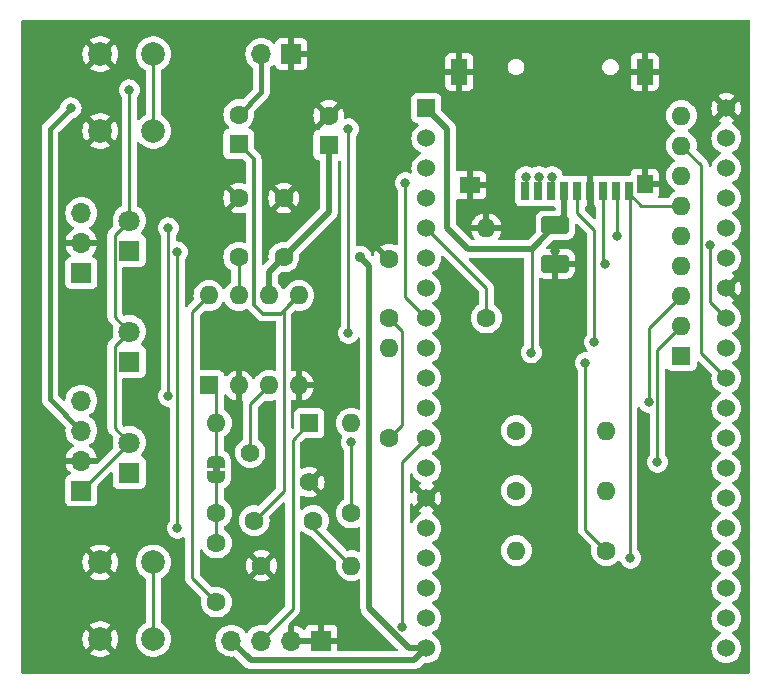
<source format=gbr>
%TF.GenerationSoftware,KiCad,Pcbnew,7.0.9*%
%TF.CreationDate,2024-01-11T23:07:38-06:00*%
%TF.ProjectId,CoCo-FujiNet-Rev0,436f436f-2d46-4756-9a69-4e65742d5265,rev?*%
%TF.SameCoordinates,Original*%
%TF.FileFunction,Copper,L1,Top*%
%TF.FilePolarity,Positive*%
%FSLAX46Y46*%
G04 Gerber Fmt 4.6, Leading zero omitted, Abs format (unit mm)*
G04 Created by KiCad (PCBNEW 7.0.9) date 2024-01-11 23:07:38*
%MOMM*%
%LPD*%
G01*
G04 APERTURE LIST*
G04 Aperture macros list*
%AMRoundRect*
0 Rectangle with rounded corners*
0 $1 Rounding radius*
0 $2 $3 $4 $5 $6 $7 $8 $9 X,Y pos of 4 corners*
0 Add a 4 corners polygon primitive as box body*
4,1,4,$2,$3,$4,$5,$6,$7,$8,$9,$2,$3,0*
0 Add four circle primitives for the rounded corners*
1,1,$1+$1,$2,$3*
1,1,$1+$1,$4,$5*
1,1,$1+$1,$6,$7*
1,1,$1+$1,$8,$9*
0 Add four rect primitives between the rounded corners*
20,1,$1+$1,$2,$3,$4,$5,0*
20,1,$1+$1,$4,$5,$6,$7,0*
20,1,$1+$1,$6,$7,$8,$9,0*
20,1,$1+$1,$8,$9,$2,$3,0*%
%AMFreePoly0*
4,1,19,0.500000,-0.750000,0.000000,-0.750000,0.000000,-0.744911,-0.071157,-0.744911,-0.207708,-0.704816,-0.327430,-0.627875,-0.420627,-0.520320,-0.479746,-0.390866,-0.500000,-0.250000,-0.500000,0.250000,-0.479746,0.390866,-0.420627,0.520320,-0.327430,0.627875,-0.207708,0.704816,-0.071157,0.744911,0.000000,0.744911,0.000000,0.750000,0.500000,0.750000,0.500000,-0.750000,0.500000,-0.750000,
$1*%
%AMFreePoly1*
4,1,19,0.000000,0.744911,0.071157,0.744911,0.207708,0.704816,0.327430,0.627875,0.420627,0.520320,0.479746,0.390866,0.500000,0.250000,0.500000,-0.250000,0.479746,-0.390866,0.420627,-0.520320,0.327430,-0.627875,0.207708,-0.704816,0.071157,-0.744911,0.000000,-0.744911,0.000000,-0.750000,-0.500000,-0.750000,-0.500000,0.750000,0.000000,0.750000,0.000000,0.744911,0.000000,0.744911,
$1*%
G04 Aperture macros list end*
%TA.AperFunction,SMDPad,CuDef*%
%ADD10FreePoly0,90.000000*%
%TD*%
%TA.AperFunction,SMDPad,CuDef*%
%ADD11FreePoly1,90.000000*%
%TD*%
%TA.AperFunction,ComponentPad*%
%ADD12R,1.560000X1.560000*%
%TD*%
%TA.AperFunction,ComponentPad*%
%ADD13C,1.560000*%
%TD*%
%TA.AperFunction,ComponentPad*%
%ADD14R,1.800000X1.800000*%
%TD*%
%TA.AperFunction,ComponentPad*%
%ADD15C,1.800000*%
%TD*%
%TA.AperFunction,ComponentPad*%
%ADD16R,1.700000X1.700000*%
%TD*%
%TA.AperFunction,ComponentPad*%
%ADD17O,1.700000X1.700000*%
%TD*%
%TA.AperFunction,ComponentPad*%
%ADD18R,1.600000X1.600000*%
%TD*%
%TA.AperFunction,ComponentPad*%
%ADD19O,1.600000X1.600000*%
%TD*%
%TA.AperFunction,ComponentPad*%
%ADD20C,1.600000*%
%TD*%
%TA.AperFunction,ComponentPad*%
%ADD21C,2.000000*%
%TD*%
%TA.AperFunction,ComponentPad*%
%ADD22R,1.530000X1.530000*%
%TD*%
%TA.AperFunction,ComponentPad*%
%ADD23C,1.530000*%
%TD*%
%TA.AperFunction,SMDPad,CuDef*%
%ADD24RoundRect,0.250001X-0.924999X0.499999X-0.924999X-0.499999X0.924999X-0.499999X0.924999X0.499999X0*%
%TD*%
%TA.AperFunction,SMDPad,CuDef*%
%ADD25R,0.700000X1.600000*%
%TD*%
%TA.AperFunction,SMDPad,CuDef*%
%ADD26R,1.400000X1.600000*%
%TD*%
%TA.AperFunction,SMDPad,CuDef*%
%ADD27R,1.400000X2.200000*%
%TD*%
%TA.AperFunction,SMDPad,CuDef*%
%ADD28R,1.800000X1.400000*%
%TD*%
%TA.AperFunction,ViaPad*%
%ADD29C,0.800000*%
%TD*%
%TA.AperFunction,ViaPad*%
%ADD30C,0.900000*%
%TD*%
%TA.AperFunction,Conductor*%
%ADD31C,0.250000*%
%TD*%
%TA.AperFunction,Conductor*%
%ADD32C,0.400000*%
%TD*%
%TA.AperFunction,Conductor*%
%ADD33C,0.500000*%
%TD*%
%TA.AperFunction,Conductor*%
%ADD34C,0.300000*%
%TD*%
G04 APERTURE END LIST*
%TA.AperFunction,EtchedComponent*%
%TO.C,JP1*%
G36*
X142540000Y-91802000D02*
G01*
X141940000Y-91802000D01*
X141940000Y-91302000D01*
X142540000Y-91302000D01*
X142540000Y-91802000D01*
G37*
%TD.AperFunction*%
%TD*%
D10*
%TO.P,JP1,1,A*%
%TO.N,Net-(JP1-A)*%
X142240000Y-92202000D03*
D11*
%TO.P,JP1,2,B*%
%TO.N,Net-(JP1-B)*%
X142240000Y-90902000D03*
%TD*%
D12*
%TO.P,RV1,1,1*%
%TO.N,/LM386_IN*%
X150114000Y-87630000D03*
D13*
%TO.P,RV1,2,2*%
%TO.N,Net-(U1-+)*%
X145114000Y-90130000D03*
%TO.P,RV1,3,3*%
%TO.N,GND*%
X150114000Y-92630000D03*
%TD*%
D14*
%TO.P,D3,1,K*%
%TO.N,Net-(D3-K)*%
X134874000Y-91821000D03*
D15*
%TO.P,D3,2,A*%
%TO.N,+3.3V*%
X134874000Y-89281000D03*
%TD*%
%TO.P,D2,2,A*%
%TO.N,+3.3V*%
X134874000Y-79883000D03*
D14*
%TO.P,D2,1,K*%
%TO.N,Net-(D2-K)*%
X134874000Y-82423000D03*
%TD*%
%TO.P,D1,1,K*%
%TO.N,Net-(D1-K)*%
X134874000Y-73025000D03*
D15*
%TO.P,D1,2,A*%
%TO.N,+3.3V*%
X134874000Y-70485000D03*
%TD*%
D16*
%TO.P,J4,1,Pin_1*%
%TO.N,GND*%
X148590000Y-56388000D03*
D17*
%TO.P,J4,2,Pin_2*%
%TO.N,/CAS_PIN4_DATAIN*%
X146050000Y-56388000D03*
%TD*%
D16*
%TO.P,J3,1,Pin_1*%
%TO.N,GND*%
X151130000Y-106045000D03*
D17*
%TO.P,J3,2,Pin_2*%
X148590000Y-106045000D03*
%TO.P,J3,3,Pin_3*%
%TO.N,/LM386_IN*%
X146050000Y-106045000D03*
%TO.P,J3,4,Pin_4*%
%TO.N,+5V*%
X143510000Y-106045000D03*
%TD*%
D16*
%TO.P,J2,1,Pin_1*%
%TO.N,+3.3V*%
X130810000Y-93345000D03*
D17*
%TO.P,J2,2,Pin_2*%
%TO.N,GND*%
X130810000Y-90805000D03*
%TO.P,J2,3,Pin_3*%
%TO.N,/CAS_PIN4_DATAIN*%
X130810000Y-88265000D03*
%TO.P,J2,4,Pin_4*%
%TO.N,/CAS_PIN3_MTR1*%
X130810000Y-85725000D03*
%TD*%
D16*
%TO.P,J1,1,Pin_1*%
%TO.N,/SER_PIN2_RX*%
X130810000Y-74930000D03*
D17*
%TO.P,J1,2,Pin_2*%
%TO.N,GND*%
X130810000Y-72390000D03*
%TO.P,J1,3,Pin_3*%
%TO.N,/SER_PIN4_TX*%
X130810000Y-69850000D03*
%TD*%
D18*
%TO.P,RN1,1,common*%
%TO.N,+3.3V*%
X181610000Y-81915000D03*
D19*
%TO.P,RN1,2,R1*%
%TO.N,/IO0_BUTTON_A*%
X181610000Y-79375000D03*
%TO.P,RN1,3,R2*%
%TO.N,/IO14{slash}SAFE_RESET*%
X181610000Y-76835000D03*
%TO.P,RN1,4,R3*%
%TO.N,/IO19{slash}SPI_MISO*%
X181610000Y-74295000D03*
%TO.P,RN1,5,R4*%
%TO.N,Net-(P1-DAT1)*%
X181610000Y-71755000D03*
%TO.P,RN1,6,R5*%
%TO.N,/IO15{slash}CD*%
X181610000Y-69215000D03*
%TO.P,RN1,7,R6*%
%TO.N,/IO23{slash}SPI_MOSI*%
X181610000Y-66675000D03*
%TO.P,RN1,8,R7*%
%TO.N,/IO5{slash}SPI_CS*%
X181610000Y-64135000D03*
%TO.P,RN1,9,R8*%
%TO.N,Net-(P1-DAT2)*%
X181610000Y-61595000D03*
%TD*%
D18*
%TO.P,C7,1*%
%TO.N,+5V*%
X151765000Y-64095000D03*
D20*
%TO.P,C7,2*%
%TO.N,GND*%
X151765000Y-61595000D03*
%TD*%
D18*
%TO.P,C2,1*%
%TO.N,Net-(C2-Pad1)*%
X144145000Y-64007380D03*
D20*
%TO.P,C2,2*%
%TO.N,/CAS_PIN4_DATAIN*%
X144145000Y-61507380D03*
%TD*%
D21*
%TO.P,SW1,1,A*%
%TO.N,/IO0_BUTTON_A*%
X136906000Y-56388000D03*
X136906000Y-62888000D03*
%TO.P,SW1,2,B*%
%TO.N,GND*%
X132406000Y-56388000D03*
X132406000Y-62888000D03*
%TD*%
D19*
%TO.P,R17,2*%
%TO.N,/LM386_IN*%
X153670000Y-87630000D03*
D20*
%TO.P,R17,1*%
%TO.N,Net-(U1-+)*%
X153670000Y-95250000D03*
%TD*%
%TO.P,C6,1*%
%TO.N,+5V*%
X147955000Y-73580000D03*
%TO.P,C6,2*%
%TO.N,GND*%
X147955000Y-68580000D03*
%TD*%
D22*
%TO.P,U2,1,3V3*%
%TO.N,+3.3V*%
X160020000Y-60970000D03*
D23*
%TO.P,U2,2,EN*%
%TO.N,unconnected-(U2-EN-Pad2)*%
X160020000Y-63510000D03*
%TO.P,U2,3,SENSOR_VP*%
%TO.N,unconnected-(U2-SENSOR_VP-Pad3)*%
X160020000Y-66050000D03*
%TO.P,U2,4,SENSOR_VN*%
%TO.N,unconnected-(U2-SENSOR_VN-Pad4)*%
X160020000Y-68590000D03*
%TO.P,U2,5,IO34*%
%TO.N,/CAS_PIN3_MTR1*%
X160020000Y-71130000D03*
%TO.P,U2,6,IO35*%
%TO.N,unconnected-(U2-IO35-Pad6)*%
X160020000Y-73670000D03*
%TO.P,U2,7,IO32*%
%TO.N,unconnected-(U2-IO32-Pad7)*%
X160020000Y-76210000D03*
%TO.P,U2,8,IO33*%
%TO.N,/SER_PIN4_TX*%
X160020000Y-78750000D03*
%TO.P,U2,9,IO25*%
%TO.N,Net-(U2-IO25)*%
X160020000Y-81290000D03*
%TO.P,U2,10,IO26*%
%TO.N,unconnected-(U2-IO26-Pad10)*%
X160020000Y-83830000D03*
%TO.P,U2,11,IO27*%
%TO.N,unconnected-(U2-IO27-Pad11)*%
X160020000Y-86370000D03*
%TO.P,U2,12,IO14*%
%TO.N,/IO14{slash}SAFE_RESET*%
X160020000Y-88910000D03*
%TO.P,U2,13,IO12*%
%TO.N,unconnected-(U2-IO12-Pad13)*%
X160020000Y-91450000D03*
%TO.P,U2,14,GND1*%
%TO.N,GND*%
X160020000Y-93990000D03*
%TO.P,U2,15,IO13*%
%TO.N,/IO13{slash}LED_BT*%
X160020000Y-96530000D03*
%TO.P,U2,16,SD2*%
%TO.N,unconnected-(U2-SD2-Pad16)*%
X160020000Y-99070000D03*
%TO.P,U2,17,SD3*%
%TO.N,unconnected-(U2-SD3-Pad17)*%
X160020000Y-101610000D03*
%TO.P,U2,18,CMD*%
%TO.N,unconnected-(U2-CMD-Pad18)*%
X160020000Y-104150000D03*
%TO.P,U2,19,EXT_5V*%
%TO.N,+5V*%
X160020000Y-106690000D03*
%TO.P,U2,20,CLK*%
%TO.N,unconnected-(U2-CLK-Pad20)*%
X185420000Y-106690000D03*
%TO.P,U2,21,SD0*%
%TO.N,unconnected-(U2-SD0-Pad21)*%
X185420000Y-104150000D03*
%TO.P,U2,22,SD1*%
%TO.N,unconnected-(U2-SD1-Pad22)*%
X185420000Y-101610000D03*
%TO.P,U2,23,IO15*%
%TO.N,/IO15{slash}CD*%
X185420000Y-99070000D03*
%TO.P,U2,24,IO2*%
%TO.N,/IO2{slash}LED_WIFI*%
X185420000Y-96530000D03*
%TO.P,U2,25,IO0*%
%TO.N,/IO0_BUTTON_A*%
X185420000Y-93990000D03*
%TO.P,U2,26,IO4*%
%TO.N,/IO4{slash}LED_BUS*%
X185420000Y-91450000D03*
%TO.P,U2,27,IO16*%
%TO.N,unconnected-(U2-IO16-Pad27)*%
X185420000Y-88910000D03*
%TO.P,U2,28,IO17*%
%TO.N,unconnected-(U2-IO17-Pad28)*%
X185420000Y-86370000D03*
%TO.P,U2,29,IO5*%
%TO.N,/IO5{slash}SPI_CS*%
X185420000Y-83830000D03*
%TO.P,U2,30,IO18*%
%TO.N,/IO18{slash}SPI_CLK*%
X185420000Y-81290000D03*
%TO.P,U2,31,IO19*%
%TO.N,/IO19{slash}SPI_MISO*%
X185420000Y-78750000D03*
%TO.P,U2,32,GND2*%
%TO.N,GND*%
X185420000Y-76210000D03*
%TO.P,U2,33,IO21*%
%TO.N,/SER_PIN2_RX*%
X185420000Y-73670000D03*
%TO.P,U2,34,RXD0*%
%TO.N,unconnected-(U2-RXD0-Pad34)*%
X185420000Y-71130000D03*
%TO.P,U2,35,TXD0*%
%TO.N,unconnected-(U2-TXD0-Pad35)*%
X185420000Y-68590000D03*
%TO.P,U2,36,IO22*%
%TO.N,unconnected-(U2-IO22-Pad36)*%
X185420000Y-66050000D03*
%TO.P,U2,37,IO23*%
%TO.N,/IO23{slash}SPI_MOSI*%
X185420000Y-63510000D03*
%TO.P,U2,38,GND3*%
%TO.N,GND*%
X185420000Y-60970000D03*
%TD*%
D20*
%TO.P,R9,1*%
%TO.N,Net-(D1-K)*%
X167640000Y-93345000D03*
D19*
%TO.P,R9,2*%
%TO.N,/IO2{slash}LED_WIFI*%
X175260000Y-93345000D03*
%TD*%
D20*
%TO.P,R7,1*%
%TO.N,GND*%
X146050000Y-99695000D03*
D19*
%TO.P,R7,2*%
%TO.N,Net-(C3-Pad2)*%
X153670000Y-99695000D03*
%TD*%
D24*
%TO.P,C1,1*%
%TO.N,+3.3V*%
X170942000Y-70892000D03*
%TO.P,C1,2*%
%TO.N,GND*%
X170942000Y-74142000D03*
%TD*%
D20*
%TO.P,R11,1*%
%TO.N,Net-(D3-K)*%
X167640000Y-88265000D03*
D19*
%TO.P,R11,2*%
%TO.N,/IO4{slash}LED_BUS*%
X175260000Y-88265000D03*
%TD*%
D21*
%TO.P,SW2,2,B*%
%TO.N,GND*%
X132406000Y-105918000D03*
X132406000Y-99418000D03*
%TO.P,SW2,1,A*%
%TO.N,/IO14{slash}SAFE_RESET*%
X136906000Y-105918000D03*
X136906000Y-99418000D03*
%TD*%
D20*
%TO.P,R13,1*%
%TO.N,/CAS_PIN3_MTR1*%
X165100000Y-78740000D03*
D19*
%TO.P,R13,2*%
%TO.N,GND*%
X165100000Y-71120000D03*
%TD*%
D20*
%TO.P,C4,1*%
%TO.N,Net-(JP1-A)*%
X142240000Y-97790000D03*
%TO.P,C4,2*%
%TO.N,Net-(C4-Pad2)*%
X142240000Y-102790000D03*
%TD*%
%TO.P,C5,1*%
%TO.N,GND*%
X144145000Y-68580000D03*
%TO.P,C5,2*%
%TO.N,Net-(U1-BYPASS)*%
X144145000Y-73580000D03*
%TD*%
%TO.P,C8,1*%
%TO.N,/LM386_IN*%
X156845000Y-78740000D03*
%TO.P,C8,2*%
%TO.N,GND*%
X156845000Y-73740000D03*
%TD*%
D25*
%TO.P,P1,1,DAT2*%
%TO.N,Net-(P1-DAT2)*%
X168412600Y-67991800D03*
%TO.P,P1,2,DAT3*%
%TO.N,/IO5{slash}SPI_CS*%
X169512600Y-67991800D03*
%TO.P,P1,3,CMD*%
%TO.N,/IO23{slash}SPI_MOSI*%
X170612600Y-67991800D03*
%TO.P,P1,4,VDD*%
%TO.N,+3.3V*%
X171712600Y-67991800D03*
%TO.P,P1,5,CLK*%
%TO.N,/IO18{slash}SPI_CLK*%
X172812600Y-67991800D03*
%TO.P,P1,6,VSS*%
%TO.N,GND*%
X173912600Y-67991800D03*
%TO.P,P1,7,DAT0*%
%TO.N,/IO19{slash}SPI_MISO*%
X175012600Y-67991800D03*
%TO.P,P1,8,DAT1*%
%TO.N,Net-(P1-DAT1)*%
X176112600Y-67991800D03*
%TO.P,P1,9,CD*%
%TO.N,/IO15{slash}CD*%
X177212600Y-67991800D03*
D26*
%TO.P,P1,G1,GND*%
%TO.N,GND*%
X178512600Y-67391800D03*
D27*
%TO.P,P1,G2,GND*%
X178512600Y-57891800D03*
%TO.P,P1,G3,GND*%
X162812600Y-57891800D03*
D28*
%TO.P,P1,G4,GND*%
X163712600Y-67491800D03*
%TD*%
D20*
%TO.P,R12,1*%
%TO.N,/LM386_IN*%
X156845000Y-88900000D03*
D19*
%TO.P,R12,2*%
%TO.N,Net-(U2-IO25)*%
X156845000Y-81280000D03*
%TD*%
%TO.P,R8,2*%
%TO.N,Net-(JP1-B)*%
X142240000Y-87630000D03*
D20*
%TO.P,R8,1*%
%TO.N,Net-(JP1-A)*%
X142240000Y-95250000D03*
%TD*%
%TO.P,C3,1*%
%TO.N,Net-(C2-Pad1)*%
X145455000Y-95885000D03*
%TO.P,C3,2*%
%TO.N,Net-(C3-Pad2)*%
X150455000Y-95885000D03*
%TD*%
D19*
%TO.P,U1,8,GAIN*%
%TO.N,Net-(C4-Pad2)*%
X141605000Y-76825000D03*
%TO.P,U1,7,BYPASS*%
%TO.N,Net-(U1-BYPASS)*%
X144145000Y-76825000D03*
%TO.P,U1,6,V+*%
%TO.N,+5V*%
X146685000Y-76825000D03*
%TO.P,U1,5*%
%TO.N,Net-(C2-Pad1)*%
X149225000Y-76825000D03*
%TO.P,U1,4,GND*%
%TO.N,GND*%
X149225000Y-84445000D03*
%TO.P,U1,3,+*%
%TO.N,Net-(U1-+)*%
X146685000Y-84445000D03*
%TO.P,U1,2,-*%
%TO.N,GND*%
X144145000Y-84445000D03*
D18*
%TO.P,U1,1,GAIN*%
%TO.N,Net-(JP1-B)*%
X141605000Y-84445000D03*
%TD*%
D19*
%TO.P,R10,2*%
%TO.N,/IO13{slash}LED_BT*%
X167640000Y-98425000D03*
D20*
%TO.P,R10,1*%
%TO.N,Net-(D2-K)*%
X175260000Y-98425000D03*
%TD*%
D29*
%TO.N,GND*%
X143916400Y-86614000D03*
X155829000Y-60960000D03*
X147955000Y-60833000D03*
X149555200Y-81153000D03*
X144424400Y-81483200D03*
X151638000Y-84455000D03*
X173990000Y-69392800D03*
%TO.N,/IO19{slash}SPI_MISO*%
X184022500Y-72517000D03*
%TO.N,/IO18{slash}SPI_CLK*%
X174244000Y-80772000D03*
%TO.N,/IO19{slash}SPI_MISO*%
X175133000Y-74205500D03*
%TO.N,Net-(P1-DAT1)*%
X176149000Y-71755000D03*
%TO.N,/IO23{slash}SPI_MOSI*%
X170662600Y-66776600D03*
%TO.N,/IO5{slash}SPI_CS*%
X169545000Y-66776600D03*
%TO.N,Net-(P1-DAT2)*%
X168452800Y-66776600D03*
%TO.N,GND*%
X170942000Y-73025000D03*
D30*
%TO.N,+5V*%
X154432000Y-73580000D03*
D29*
%TO.N,+3.3V*%
X134874000Y-59436000D03*
%TO.N,/SER_PIN4_TX*%
X158242000Y-67310000D03*
%TO.N,/CAS_PIN4_DATAIN*%
X129921000Y-60960000D03*
%TO.N,/CAS_PIN3_MTR1*%
X138176000Y-71120000D03*
X138176000Y-85344000D03*
%TO.N,/IO0_BUTTON_A*%
X153416000Y-62738000D03*
X153416000Y-80010000D03*
%TO.N,+3.3V*%
X168910000Y-81661000D03*
%TO.N,/IO14{slash}SAFE_RESET*%
X178853500Y-85852000D03*
%TO.N,/IO0_BUTTON_A*%
X179578000Y-90932000D03*
%TO.N,/IO15{slash}CD*%
X177292000Y-99060000D03*
%TO.N,Net-(D1-K)*%
X138938000Y-73152000D03*
X138938000Y-96520000D03*
%TO.N,Net-(D2-K)*%
X173482000Y-82550000D03*
%TO.N,Net-(U1-+)*%
X153670000Y-89255600D03*
%TO.N,/IO14{slash}SAFE_RESET*%
X157988000Y-104902000D03*
%TD*%
D31*
%TO.N,/CAS_PIN3_MTR1*%
X138176000Y-71120000D02*
X138176000Y-85344000D01*
%TO.N,Net-(U1-+)*%
X153670000Y-95250000D02*
X153670000Y-89255600D01*
D32*
%TO.N,/CAS_PIN4_DATAIN*%
X128143000Y-62738000D02*
X128143000Y-85598000D01*
X129921000Y-60960000D02*
X128143000Y-62738000D01*
X128143000Y-85598000D02*
X130810000Y-88265000D01*
D33*
%TO.N,GND*%
X170942000Y-73025000D02*
X170942000Y-74142000D01*
D31*
%TO.N,+3.3V*%
X168910000Y-81661000D02*
X168936000Y-81635000D01*
X168936000Y-81635000D02*
X168936000Y-72898000D01*
D33*
X161798000Y-71120000D02*
X161798000Y-62748000D01*
X163576000Y-72898000D02*
X161798000Y-71120000D01*
X168936000Y-72898000D02*
X163576000Y-72898000D01*
X171712600Y-70121400D02*
X168936000Y-72898000D01*
X161798000Y-62748000D02*
X160020000Y-60970000D01*
X171712600Y-67991800D02*
X171712600Y-70121400D01*
D31*
X134874000Y-59436000D02*
X134874000Y-70485000D01*
D33*
%TO.N,GND*%
X173940000Y-69342800D02*
X173940000Y-68412000D01*
X173990000Y-69392800D02*
X173940000Y-69342800D01*
D31*
%TO.N,/IO5{slash}SPI_CS*%
X183298000Y-81708000D02*
X185420000Y-83830000D01*
X183298000Y-65823000D02*
X183298000Y-81708000D01*
X181610000Y-64135000D02*
X183298000Y-65823000D01*
%TO.N,/IO19{slash}SPI_MISO*%
X175012600Y-74085100D02*
X175133000Y-74205500D01*
X175012600Y-68384600D02*
X175012600Y-74085100D01*
X175040000Y-68412000D02*
X175012600Y-68384600D01*
%TO.N,/IO15{slash}CD*%
X177240000Y-68269200D02*
X178185800Y-69215000D01*
X177240000Y-99008000D02*
X177240000Y-68269200D01*
X177292000Y-99060000D02*
X177240000Y-99008000D01*
X178185800Y-69215000D02*
X181610000Y-69215000D01*
%TO.N,Net-(P1-DAT1)*%
X176112600Y-67991800D02*
X176140000Y-68019200D01*
X176140000Y-68019200D02*
X176140000Y-71746000D01*
X176140000Y-71746000D02*
X176149000Y-71755000D01*
%TO.N,/IO18{slash}SPI_CLK*%
X174244000Y-71313900D02*
X174244000Y-80772000D01*
X172812600Y-69882500D02*
X174244000Y-71313900D01*
X172812600Y-67991800D02*
X172812600Y-69882500D01*
%TO.N,/IO23{slash}SPI_MOSI*%
X170662600Y-66776600D02*
X170640000Y-66799200D01*
X170640000Y-66799200D02*
X170640000Y-68412000D01*
%TO.N,/IO5{slash}SPI_CS*%
X169545000Y-66776600D02*
X169540000Y-66781600D01*
X169540000Y-66781600D02*
X169540000Y-68412000D01*
%TO.N,Net-(P1-DAT2)*%
X168452800Y-66776600D02*
X168440000Y-66789400D01*
X168440000Y-66789400D02*
X168440000Y-68412000D01*
%TO.N,/IO19{slash}SPI_MISO*%
X184022500Y-77352500D02*
X184022500Y-72517000D01*
X185420000Y-78750000D02*
X184022500Y-77352500D01*
%TO.N,/SER_PIN4_TX*%
X158242000Y-76972000D02*
X160020000Y-78750000D01*
X158242000Y-67310000D02*
X158242000Y-76972000D01*
%TO.N,/IO0_BUTTON_A*%
X153416000Y-80010000D02*
X153416000Y-62738000D01*
%TO.N,/LM386_IN*%
X148717000Y-89027000D02*
X150114000Y-87630000D01*
X148717000Y-103378000D02*
X148717000Y-89027000D01*
X146050000Y-106045000D02*
X148717000Y-103378000D01*
%TO.N,Net-(C4-Pad2)*%
X140208000Y-78222000D02*
X141605000Y-76825000D01*
X140208000Y-100758000D02*
X140208000Y-78222000D01*
X142240000Y-102790000D02*
X140208000Y-100758000D01*
%TO.N,Net-(C2-Pad1)*%
X147955000Y-93385000D02*
X147955000Y-78095000D01*
X145455000Y-95885000D02*
X147955000Y-93385000D01*
X147955000Y-78095000D02*
X148100000Y-77950000D01*
D34*
X145415000Y-65277380D02*
X144145000Y-64007380D01*
X145415000Y-77597000D02*
X145415000Y-65277380D01*
X146177000Y-78359000D02*
X145415000Y-77597000D01*
X148100000Y-77950000D02*
X147691000Y-78359000D01*
X147691000Y-78359000D02*
X146177000Y-78359000D01*
D32*
%TO.N,/CAS_PIN4_DATAIN*%
X146050000Y-59602380D02*
X146050000Y-56388000D01*
X144145000Y-61507380D02*
X146050000Y-59602380D01*
D31*
%TO.N,/LM386_IN*%
X157970000Y-87775000D02*
X156845000Y-88900000D01*
X157970000Y-79865000D02*
X157970000Y-87775000D01*
X156845000Y-78740000D02*
X157970000Y-79865000D01*
D33*
%TO.N,+5V*%
X155194000Y-103310082D02*
X158573918Y-106690000D01*
X154432000Y-73580000D02*
X155194000Y-74342000D01*
X158573918Y-106690000D02*
X160020000Y-106690000D01*
X155194000Y-74342000D02*
X155194000Y-103310082D01*
X159014000Y-107696000D02*
X160020000Y-106690000D01*
X145161000Y-107696000D02*
X159014000Y-107696000D01*
X143510000Y-106045000D02*
X145161000Y-107696000D01*
D31*
%TO.N,/IO0_BUTTON_A*%
X136906000Y-62888000D02*
X136906000Y-56388000D01*
%TO.N,/IO14{slash}SAFE_RESET*%
X178853500Y-79591500D02*
X181610000Y-76835000D01*
X178853500Y-85852000D02*
X178853500Y-79591500D01*
%TO.N,/IO0_BUTTON_A*%
X179578000Y-90932000D02*
X179578000Y-81407000D01*
X179578000Y-81407000D02*
X181610000Y-79375000D01*
%TO.N,Net-(D1-K)*%
X138938000Y-73152000D02*
X138938000Y-96520000D01*
%TO.N,Net-(D2-K)*%
X173482000Y-82550000D02*
X173482000Y-96647000D01*
X173482000Y-96647000D02*
X175260000Y-98425000D01*
%TO.N,Net-(JP1-B)*%
X142240000Y-90902000D02*
X142240000Y-87630000D01*
%TO.N,Net-(JP1-A)*%
X142240000Y-95250000D02*
X142240000Y-92202000D01*
%TO.N,+3.3V*%
X130810000Y-93345000D02*
X134874000Y-89281000D01*
%TO.N,/IO14{slash}SAFE_RESET*%
X136906000Y-105918000D02*
X136906000Y-99418000D01*
X157988000Y-90942000D02*
X160020000Y-88910000D01*
X157988000Y-104902000D02*
X157988000Y-90942000D01*
%TO.N,/CAS_PIN3_MTR1*%
X165100000Y-76210000D02*
X160020000Y-71130000D01*
X165100000Y-78740000D02*
X165100000Y-76210000D01*
D34*
%TO.N,Net-(C2-Pad1)*%
X148100000Y-77950000D02*
X149225000Y-76825000D01*
D31*
%TO.N,Net-(U1-+)*%
X145114000Y-90130000D02*
X145114000Y-86016000D01*
X145114000Y-86016000D02*
X146685000Y-84445000D01*
%TO.N,Net-(JP1-B)*%
X142240000Y-85080000D02*
X141605000Y-84445000D01*
X142240000Y-87630000D02*
X142240000Y-85080000D01*
%TO.N,Net-(JP1-A)*%
X142240000Y-97790000D02*
X142240000Y-95250000D01*
%TO.N,Net-(C3-Pad2)*%
X150455000Y-96480000D02*
X150455000Y-95885000D01*
X153670000Y-99695000D02*
X150455000Y-96480000D01*
%TO.N,+3.3V*%
X133649000Y-88056000D02*
X134874000Y-89281000D01*
X133649000Y-81108000D02*
X133649000Y-88056000D01*
X134874000Y-79883000D02*
X133649000Y-81108000D01*
X133649000Y-78658000D02*
X134874000Y-79883000D01*
X134874000Y-70485000D02*
X133649000Y-71710000D01*
X133649000Y-71710000D02*
X133649000Y-78658000D01*
%TO.N,Net-(U1-BYPASS)*%
X144145000Y-76825000D02*
X144145000Y-73580000D01*
D33*
%TO.N,+5V*%
X151765000Y-69770000D02*
X151765000Y-64095000D01*
X147955000Y-73580000D02*
X151765000Y-69770000D01*
X146685000Y-74850000D02*
X147955000Y-73580000D01*
X146685000Y-76825000D02*
X146685000Y-74850000D01*
%TD*%
%TA.AperFunction,Conductor*%
%TO.N,GND*%
G36*
X149547703Y-96817336D02*
G01*
X149554181Y-96823368D01*
X149615858Y-96885045D01*
X149615861Y-96885047D01*
X149802266Y-97015568D01*
X150008504Y-97111739D01*
X150008509Y-97111740D01*
X150008511Y-97111741D01*
X150037588Y-97119532D01*
X150228308Y-97170635D01*
X150228313Y-97170635D01*
X150229550Y-97170854D01*
X150230048Y-97171100D01*
X150233538Y-97172036D01*
X150233350Y-97172737D01*
X150292153Y-97201881D01*
X150295699Y-97205289D01*
X152370586Y-99280176D01*
X152404071Y-99341499D01*
X152402681Y-99399948D01*
X152384365Y-99468307D01*
X152384364Y-99468313D01*
X152364532Y-99694999D01*
X152364532Y-99695001D01*
X152384364Y-99921686D01*
X152384366Y-99921697D01*
X152443258Y-100141488D01*
X152443261Y-100141497D01*
X152539431Y-100347732D01*
X152539432Y-100347734D01*
X152669954Y-100534141D01*
X152830858Y-100695045D01*
X152830861Y-100695047D01*
X153017266Y-100825568D01*
X153223504Y-100921739D01*
X153443308Y-100980635D01*
X153605230Y-100994801D01*
X153669998Y-101000468D01*
X153670000Y-101000468D01*
X153670002Y-101000468D01*
X153726673Y-100995509D01*
X153896692Y-100980635D01*
X154116496Y-100921739D01*
X154267095Y-100851512D01*
X154336173Y-100841021D01*
X154399957Y-100869541D01*
X154438196Y-100928017D01*
X154443500Y-100963895D01*
X154443500Y-103246376D01*
X154442191Y-103264345D01*
X154438710Y-103288107D01*
X154443264Y-103340146D01*
X154443500Y-103345552D01*
X154443500Y-103353791D01*
X154447306Y-103386356D01*
X154454000Y-103462873D01*
X154455461Y-103469949D01*
X154455403Y-103469960D01*
X154457034Y-103477319D01*
X154457092Y-103477306D01*
X154458757Y-103484332D01*
X154485025Y-103556506D01*
X154509185Y-103629413D01*
X154512236Y-103635956D01*
X154512182Y-103635980D01*
X154515470Y-103642770D01*
X154515521Y-103642745D01*
X154518761Y-103649195D01*
X154518762Y-103649196D01*
X154518763Y-103649199D01*
X154551475Y-103698936D01*
X154560965Y-103713365D01*
X154601287Y-103778737D01*
X154605766Y-103784401D01*
X154605719Y-103784438D01*
X154610482Y-103790284D01*
X154610528Y-103790246D01*
X154615173Y-103795782D01*
X154671017Y-103848467D01*
X157556369Y-106733819D01*
X157589854Y-106795142D01*
X157584870Y-106864834D01*
X157542998Y-106920767D01*
X157477534Y-106945184D01*
X157468688Y-106945500D01*
X152604000Y-106945500D01*
X152536961Y-106925815D01*
X152491206Y-106873011D01*
X152480000Y-106821500D01*
X152480000Y-106295000D01*
X151563686Y-106295000D01*
X151589493Y-106254844D01*
X151630000Y-106116889D01*
X151630000Y-105973111D01*
X151589493Y-105835156D01*
X151563686Y-105795000D01*
X152480000Y-105795000D01*
X152480000Y-105147172D01*
X152479999Y-105147155D01*
X152473598Y-105087627D01*
X152473596Y-105087620D01*
X152423354Y-104952913D01*
X152423350Y-104952906D01*
X152337190Y-104837812D01*
X152337187Y-104837809D01*
X152222093Y-104751649D01*
X152222086Y-104751645D01*
X152087379Y-104701403D01*
X152087372Y-104701401D01*
X152027844Y-104695000D01*
X151380000Y-104695000D01*
X151380000Y-105609498D01*
X151272315Y-105560320D01*
X151165763Y-105545000D01*
X151094237Y-105545000D01*
X150987685Y-105560320D01*
X150880000Y-105609498D01*
X150880000Y-104695000D01*
X150232155Y-104695000D01*
X150172627Y-104701401D01*
X150172620Y-104701403D01*
X150037913Y-104751645D01*
X150037906Y-104751649D01*
X149922812Y-104837809D01*
X149922809Y-104837812D01*
X149836649Y-104952906D01*
X149836646Y-104952911D01*
X149787385Y-105084987D01*
X149745513Y-105140920D01*
X149680049Y-105165337D01*
X149611776Y-105150485D01*
X149583522Y-105129334D01*
X149461082Y-105006894D01*
X149267578Y-104871399D01*
X149053492Y-104771570D01*
X149053486Y-104771567D01*
X148840000Y-104714364D01*
X148840000Y-105609498D01*
X148732315Y-105560320D01*
X148625763Y-105545000D01*
X148554237Y-105545000D01*
X148447685Y-105560320D01*
X148340000Y-105609498D01*
X148340000Y-104690950D01*
X148359685Y-104623911D01*
X148376314Y-104603274D01*
X149100786Y-103878802D01*
X149113048Y-103868980D01*
X149112865Y-103868759D01*
X149118867Y-103863792D01*
X149118877Y-103863786D01*
X149166241Y-103813348D01*
X149187120Y-103792470D01*
X149191373Y-103786986D01*
X149195150Y-103782563D01*
X149227062Y-103748582D01*
X149236714Y-103731023D01*
X149247389Y-103714772D01*
X149259674Y-103698936D01*
X149278186Y-103656152D01*
X149280742Y-103650935D01*
X149303197Y-103610092D01*
X149308180Y-103590680D01*
X149314477Y-103572291D01*
X149322438Y-103553895D01*
X149329729Y-103507853D01*
X149330908Y-103502162D01*
X149342500Y-103457019D01*
X149342500Y-103436983D01*
X149344027Y-103417582D01*
X149347160Y-103397804D01*
X149343207Y-103355990D01*
X149342775Y-103351415D01*
X149342500Y-103345577D01*
X149342500Y-96911049D01*
X149362185Y-96844010D01*
X149414989Y-96798255D01*
X149484147Y-96788311D01*
X149547703Y-96817336D01*
G37*
%TD.AperFunction*%
%TA.AperFunction,Conductor*%
G36*
X150670507Y-105835156D02*
G01*
X150630000Y-105973111D01*
X150630000Y-106116889D01*
X150670507Y-106254844D01*
X150696314Y-106295000D01*
X149023686Y-106295000D01*
X149049493Y-106254844D01*
X149090000Y-106116889D01*
X149090000Y-105973111D01*
X149049493Y-105835156D01*
X149023686Y-105795000D01*
X150696314Y-105795000D01*
X150670507Y-105835156D01*
G37*
%TD.AperFunction*%
%TA.AperFunction,Conductor*%
G36*
X152722004Y-65403564D02*
G01*
X152773141Y-65451174D01*
X152790500Y-65514448D01*
X152790500Y-79311312D01*
X152770815Y-79378351D01*
X152758650Y-79394284D01*
X152683466Y-79477784D01*
X152588821Y-79641715D01*
X152588818Y-79641722D01*
X152530327Y-79821740D01*
X152530326Y-79821744D01*
X152510540Y-80010000D01*
X152530326Y-80198256D01*
X152530327Y-80198259D01*
X152588818Y-80378277D01*
X152588821Y-80378284D01*
X152683467Y-80542216D01*
X152750821Y-80617020D01*
X152810129Y-80682888D01*
X152963265Y-80794148D01*
X152963270Y-80794151D01*
X153136192Y-80871142D01*
X153136197Y-80871144D01*
X153321354Y-80910500D01*
X153321355Y-80910500D01*
X153510644Y-80910500D01*
X153510646Y-80910500D01*
X153695803Y-80871144D01*
X153868730Y-80794151D01*
X154021871Y-80682888D01*
X154148533Y-80542216D01*
X154212114Y-80432089D01*
X154262679Y-80383876D01*
X154331286Y-80370652D01*
X154396151Y-80396620D01*
X154436680Y-80453534D01*
X154443500Y-80494091D01*
X154443500Y-86361105D01*
X154423815Y-86428144D01*
X154371011Y-86473899D01*
X154301853Y-86483843D01*
X154267095Y-86473487D01*
X154169857Y-86428144D01*
X154116496Y-86403261D01*
X154116492Y-86403260D01*
X154116488Y-86403258D01*
X153896697Y-86344366D01*
X153896693Y-86344365D01*
X153896692Y-86344365D01*
X153896691Y-86344364D01*
X153896686Y-86344364D01*
X153670002Y-86324532D01*
X153669998Y-86324532D01*
X153443313Y-86344364D01*
X153443302Y-86344366D01*
X153223511Y-86403258D01*
X153223502Y-86403261D01*
X153017267Y-86499431D01*
X153017265Y-86499432D01*
X152830858Y-86629954D01*
X152669954Y-86790858D01*
X152539432Y-86977265D01*
X152539431Y-86977267D01*
X152443261Y-87183502D01*
X152443258Y-87183511D01*
X152384366Y-87403302D01*
X152384364Y-87403313D01*
X152364532Y-87629998D01*
X152364532Y-87630001D01*
X152384364Y-87856686D01*
X152384366Y-87856697D01*
X152443258Y-88076488D01*
X152443261Y-88076497D01*
X152539431Y-88282732D01*
X152539432Y-88282734D01*
X152669954Y-88469141D01*
X152830857Y-88630044D01*
X152852074Y-88644900D01*
X152895700Y-88699476D01*
X152902894Y-88768974D01*
X152888339Y-88808475D01*
X152842823Y-88887310D01*
X152842818Y-88887322D01*
X152790058Y-89049702D01*
X152784326Y-89067344D01*
X152764540Y-89255600D01*
X152784326Y-89443856D01*
X152784327Y-89443859D01*
X152842818Y-89623877D01*
X152842821Y-89623884D01*
X152937467Y-89787816D01*
X152980772Y-89835910D01*
X153012650Y-89871315D01*
X153042880Y-89934306D01*
X153044500Y-89954287D01*
X153044500Y-94035811D01*
X153024815Y-94102850D01*
X152991623Y-94137386D01*
X152830859Y-94249953D01*
X152669954Y-94410858D01*
X152539432Y-94597265D01*
X152539431Y-94597267D01*
X152443261Y-94803502D01*
X152443258Y-94803511D01*
X152384366Y-95023302D01*
X152384364Y-95023313D01*
X152364532Y-95249998D01*
X152364532Y-95250001D01*
X152384364Y-95476686D01*
X152384366Y-95476697D01*
X152443258Y-95696488D01*
X152443261Y-95696497D01*
X152539431Y-95902732D01*
X152539432Y-95902734D01*
X152669954Y-96089141D01*
X152830858Y-96250045D01*
X152830861Y-96250047D01*
X153017266Y-96380568D01*
X153223504Y-96476739D01*
X153443308Y-96535635D01*
X153605230Y-96549801D01*
X153669998Y-96555468D01*
X153670000Y-96555468D01*
X153670002Y-96555468D01*
X153726673Y-96550509D01*
X153896692Y-96535635D01*
X154116496Y-96476739D01*
X154267095Y-96406512D01*
X154336173Y-96396021D01*
X154399957Y-96424541D01*
X154438196Y-96483017D01*
X154443500Y-96518895D01*
X154443500Y-98426105D01*
X154423815Y-98493144D01*
X154371011Y-98538899D01*
X154301853Y-98548843D01*
X154267095Y-98538487D01*
X154254241Y-98532493D01*
X154116496Y-98468261D01*
X154116492Y-98468260D01*
X154116488Y-98468258D01*
X153896697Y-98409366D01*
X153896693Y-98409365D01*
X153896692Y-98409365D01*
X153896691Y-98409364D01*
X153896686Y-98409364D01*
X153670002Y-98389532D01*
X153669999Y-98389532D01*
X153443313Y-98409364D01*
X153443296Y-98409367D01*
X153374949Y-98427680D01*
X153305099Y-98426016D01*
X153255177Y-98395586D01*
X151581615Y-96722025D01*
X151548130Y-96660702D01*
X151553114Y-96591010D01*
X151567720Y-96563222D01*
X151585568Y-96537734D01*
X151681739Y-96331496D01*
X151740635Y-96111692D01*
X151758781Y-95904284D01*
X151760468Y-95885001D01*
X151760468Y-95884998D01*
X151745459Y-95713445D01*
X151740635Y-95658308D01*
X151681739Y-95438504D01*
X151585568Y-95232266D01*
X151455047Y-95045861D01*
X151455045Y-95045858D01*
X151294141Y-94884954D01*
X151107734Y-94754432D01*
X151107732Y-94754431D01*
X150901497Y-94658261D01*
X150901488Y-94658258D01*
X150681697Y-94599366D01*
X150681693Y-94599365D01*
X150681692Y-94599365D01*
X150681691Y-94599364D01*
X150681686Y-94599364D01*
X150455002Y-94579532D01*
X150454998Y-94579532D01*
X150228313Y-94599364D01*
X150228302Y-94599366D01*
X150008511Y-94658258D01*
X150008502Y-94658261D01*
X149802267Y-94754431D01*
X149802265Y-94754432D01*
X149615858Y-94884954D01*
X149554181Y-94946632D01*
X149492858Y-94980117D01*
X149423166Y-94975133D01*
X149367233Y-94933261D01*
X149342816Y-94867797D01*
X149342500Y-94858951D01*
X149342500Y-93877208D01*
X149362185Y-93810169D01*
X149414989Y-93764414D01*
X149484147Y-93754470D01*
X149518905Y-93764826D01*
X149674540Y-93837399D01*
X149674549Y-93837403D01*
X149890875Y-93895367D01*
X149890886Y-93895369D01*
X150113998Y-93914889D01*
X150114002Y-93914889D01*
X150337113Y-93895369D01*
X150337124Y-93895367D01*
X150553450Y-93837403D01*
X150553464Y-93837398D01*
X150756440Y-93742749D01*
X150825110Y-93694664D01*
X150246532Y-93116086D01*
X150256315Y-93114680D01*
X150387100Y-93054952D01*
X150495761Y-92960798D01*
X150573493Y-92839844D01*
X150597076Y-92759523D01*
X151178664Y-93341110D01*
X151226749Y-93272440D01*
X151321398Y-93069464D01*
X151321403Y-93069450D01*
X151379367Y-92853124D01*
X151379369Y-92853113D01*
X151398889Y-92630002D01*
X151398889Y-92629997D01*
X151379369Y-92406886D01*
X151379367Y-92406875D01*
X151321403Y-92190549D01*
X151321399Y-92190540D01*
X151226746Y-91987556D01*
X151178664Y-91918887D01*
X150597076Y-92500475D01*
X150573493Y-92420156D01*
X150495761Y-92299202D01*
X150387100Y-92205048D01*
X150256315Y-92145320D01*
X150246533Y-92143913D01*
X150825111Y-91565334D01*
X150756444Y-91517253D01*
X150553459Y-91422600D01*
X150553450Y-91422596D01*
X150337124Y-91364632D01*
X150337113Y-91364630D01*
X150114002Y-91345111D01*
X150113998Y-91345111D01*
X149890886Y-91364630D01*
X149890875Y-91364632D01*
X149674549Y-91422596D01*
X149674540Y-91422600D01*
X149518905Y-91495174D01*
X149449827Y-91505666D01*
X149386043Y-91477146D01*
X149347804Y-91418670D01*
X149342500Y-91382792D01*
X149342500Y-89337451D01*
X149362185Y-89270412D01*
X149378815Y-89249774D01*
X149681771Y-88946817D01*
X149743094Y-88913333D01*
X149769452Y-88910499D01*
X150941871Y-88910499D01*
X150941872Y-88910499D01*
X151001483Y-88904091D01*
X151136331Y-88853796D01*
X151251546Y-88767546D01*
X151337796Y-88652331D01*
X151388091Y-88517483D01*
X151394500Y-88457873D01*
X151394499Y-86802128D01*
X151388091Y-86742517D01*
X151346107Y-86629953D01*
X151337797Y-86607671D01*
X151337793Y-86607664D01*
X151251547Y-86492455D01*
X151251544Y-86492452D01*
X151136335Y-86406206D01*
X151136328Y-86406202D01*
X151001482Y-86355908D01*
X151001483Y-86355908D01*
X150941883Y-86349501D01*
X150941881Y-86349500D01*
X150941873Y-86349500D01*
X150941864Y-86349500D01*
X149286129Y-86349500D01*
X149286123Y-86349501D01*
X149226516Y-86355908D01*
X149091671Y-86406202D01*
X149091664Y-86406206D01*
X148976455Y-86492452D01*
X148976452Y-86492455D01*
X148890206Y-86607664D01*
X148890202Y-86607671D01*
X148839908Y-86742517D01*
X148834711Y-86790861D01*
X148833501Y-86802123D01*
X148833500Y-86802135D01*
X148833500Y-87974546D01*
X148813815Y-88041585D01*
X148797181Y-88062227D01*
X148792181Y-88067227D01*
X148730858Y-88100712D01*
X148661166Y-88095728D01*
X148605233Y-88053856D01*
X148580816Y-87988392D01*
X148580500Y-87979546D01*
X148580500Y-85773497D01*
X148600185Y-85706458D01*
X148652989Y-85660703D01*
X148722147Y-85650759D01*
X148756906Y-85661115D01*
X148778678Y-85671267D01*
X148778682Y-85671269D01*
X148974999Y-85723872D01*
X148975000Y-85723871D01*
X148975000Y-84760686D01*
X148986955Y-84772641D01*
X149099852Y-84830165D01*
X149193519Y-84845000D01*
X149256481Y-84845000D01*
X149350148Y-84830165D01*
X149463045Y-84772641D01*
X149475000Y-84760686D01*
X149475000Y-85723872D01*
X149671317Y-85671269D01*
X149671326Y-85671265D01*
X149877482Y-85575134D01*
X150063820Y-85444657D01*
X150224657Y-85283820D01*
X150355134Y-85097482D01*
X150451265Y-84891326D01*
X150451269Y-84891317D01*
X150503872Y-84695000D01*
X149540686Y-84695000D01*
X149552641Y-84683045D01*
X149610165Y-84570148D01*
X149629986Y-84445000D01*
X149610165Y-84319852D01*
X149552641Y-84206955D01*
X149540686Y-84195000D01*
X150503872Y-84195000D01*
X150503872Y-84194999D01*
X150451269Y-83998682D01*
X150451265Y-83998673D01*
X150355134Y-83792517D01*
X150224657Y-83606179D01*
X150063820Y-83445342D01*
X149877482Y-83314865D01*
X149671328Y-83218734D01*
X149475000Y-83166127D01*
X149475000Y-84129314D01*
X149463045Y-84117359D01*
X149350148Y-84059835D01*
X149256481Y-84045000D01*
X149193519Y-84045000D01*
X149099852Y-84059835D01*
X148986955Y-84117359D01*
X148975000Y-84129314D01*
X148975000Y-83166127D01*
X148778668Y-83218735D01*
X148756902Y-83228885D01*
X148687825Y-83239376D01*
X148624041Y-83210854D01*
X148585803Y-83152377D01*
X148580500Y-83116502D01*
X148580500Y-78440807D01*
X148600185Y-78373768D01*
X148616815Y-78353130D01*
X148838062Y-78131882D01*
X148899383Y-78098399D01*
X148957834Y-78099790D01*
X148998308Y-78110635D01*
X149155780Y-78124412D01*
X149224998Y-78130468D01*
X149225000Y-78130468D01*
X149225002Y-78130468D01*
X149294220Y-78124412D01*
X149451692Y-78110635D01*
X149671496Y-78051739D01*
X149877734Y-77955568D01*
X150064139Y-77825047D01*
X150225047Y-77664139D01*
X150355568Y-77477734D01*
X150451739Y-77271496D01*
X150510635Y-77051692D01*
X150530468Y-76825000D01*
X150510635Y-76598308D01*
X150454420Y-76388511D01*
X150451741Y-76378511D01*
X150451738Y-76378502D01*
X150406575Y-76281650D01*
X150355568Y-76172266D01*
X150225047Y-75985861D01*
X150225045Y-75985858D01*
X150064141Y-75824954D01*
X149877734Y-75694432D01*
X149877732Y-75694431D01*
X149671497Y-75598261D01*
X149671488Y-75598258D01*
X149451697Y-75539366D01*
X149451693Y-75539365D01*
X149451692Y-75539365D01*
X149451691Y-75539364D01*
X149451686Y-75539364D01*
X149225002Y-75519532D01*
X149224998Y-75519532D01*
X148998313Y-75539364D01*
X148998302Y-75539366D01*
X148778511Y-75598258D01*
X148778502Y-75598261D01*
X148572267Y-75694431D01*
X148572265Y-75694432D01*
X148385858Y-75824954D01*
X148224954Y-75985858D01*
X148094432Y-76172265D01*
X148094431Y-76172267D01*
X148089768Y-76182267D01*
X148070405Y-76223793D01*
X148067382Y-76230275D01*
X148021209Y-76282714D01*
X147954016Y-76301866D01*
X147887135Y-76281650D01*
X147842618Y-76230275D01*
X147839597Y-76223796D01*
X147815568Y-76172266D01*
X147746121Y-76073084D01*
X147685048Y-75985862D01*
X147605454Y-75906268D01*
X147524139Y-75824953D01*
X147501949Y-75809415D01*
X147488375Y-75799910D01*
X147444751Y-75745332D01*
X147435500Y-75698336D01*
X147435500Y-75212229D01*
X147455185Y-75145190D01*
X147471819Y-75124548D01*
X147580090Y-75016277D01*
X147689652Y-74906714D01*
X147750973Y-74873231D01*
X147788135Y-74870869D01*
X147931366Y-74883400D01*
X147954999Y-74885468D01*
X147955000Y-74885468D01*
X147955002Y-74885468D01*
X148011673Y-74880509D01*
X148181692Y-74865635D01*
X148401496Y-74806739D01*
X148607734Y-74710568D01*
X148794139Y-74580047D01*
X148955047Y-74419139D01*
X149085568Y-74232734D01*
X149181739Y-74026496D01*
X149240635Y-73806692D01*
X149260468Y-73580000D01*
X149245869Y-73413137D01*
X149259635Y-73344639D01*
X149281713Y-73314653D01*
X152250638Y-70345727D01*
X152264267Y-70333950D01*
X152283530Y-70319610D01*
X152283532Y-70319606D01*
X152283534Y-70319606D01*
X152307495Y-70291049D01*
X152317113Y-70279585D01*
X152320767Y-70275599D01*
X152326591Y-70269776D01*
X152346930Y-70244052D01*
X152396302Y-70185214D01*
X152396306Y-70185205D01*
X152400274Y-70179175D01*
X152400325Y-70179208D01*
X152404369Y-70172860D01*
X152404317Y-70172828D01*
X152408104Y-70166685D01*
X152408111Y-70166677D01*
X152440572Y-70097063D01*
X152475040Y-70028433D01*
X152475041Y-70028427D01*
X152477508Y-70021650D01*
X152477566Y-70021671D01*
X152480043Y-70014544D01*
X152479986Y-70014526D01*
X152482255Y-70007679D01*
X152482256Y-70007674D01*
X152482257Y-70007672D01*
X152497790Y-69932441D01*
X152515500Y-69857721D01*
X152515500Y-69857719D01*
X152516339Y-69850548D01*
X152516398Y-69850554D01*
X152517164Y-69843054D01*
X152517105Y-69843049D01*
X152517734Y-69835859D01*
X152516611Y-69797281D01*
X152515500Y-69759082D01*
X152515500Y-65517351D01*
X152535185Y-65450312D01*
X152587989Y-65404557D01*
X152626244Y-65394062D01*
X152650882Y-65391413D01*
X152653244Y-65391159D01*
X152722004Y-65403564D01*
G37*
%TD.AperFunction*%
%TA.AperFunction,Conductor*%
G36*
X159551318Y-94204040D02*
G01*
X159630605Y-94327413D01*
X159741438Y-94423451D01*
X159874839Y-94484373D01*
X159878633Y-94484918D01*
X159319656Y-95043894D01*
X159385083Y-95089706D01*
X159385085Y-95089707D01*
X159508683Y-95147342D01*
X159561122Y-95193514D01*
X159580274Y-95260708D01*
X159560058Y-95327589D01*
X159508683Y-95372106D01*
X159384833Y-95429857D01*
X159203444Y-95556868D01*
X159046868Y-95713444D01*
X158919858Y-95894833D01*
X158849882Y-96044898D01*
X158803710Y-96097337D01*
X158736516Y-96116489D01*
X158669635Y-96096273D01*
X158624301Y-96043108D01*
X158613500Y-95992493D01*
X158613500Y-94526323D01*
X158633185Y-94459284D01*
X158685989Y-94413529D01*
X158755147Y-94403585D01*
X158818703Y-94432610D01*
X158849882Y-94473918D01*
X158920295Y-94624919D01*
X158966103Y-94690341D01*
X158966105Y-94690342D01*
X159528866Y-94127580D01*
X159551318Y-94204040D01*
G37*
%TD.AperFunction*%
%TA.AperFunction,Conductor*%
G36*
X158818703Y-91893793D02*
G01*
X158849882Y-91935102D01*
X158898578Y-92039532D01*
X158919858Y-92085167D01*
X159046868Y-92266555D01*
X159203445Y-92423132D01*
X159384833Y-92550142D01*
X159508682Y-92607893D01*
X159561122Y-92654065D01*
X159580274Y-92721258D01*
X159560059Y-92788139D01*
X159508683Y-92832657D01*
X159385084Y-92890293D01*
X159319657Y-92936104D01*
X159878634Y-93495081D01*
X159874839Y-93495627D01*
X159741438Y-93556549D01*
X159630605Y-93652587D01*
X159551318Y-93775960D01*
X159528866Y-93852419D01*
X158966104Y-93289657D01*
X158920293Y-93355084D01*
X158849882Y-93506081D01*
X158803710Y-93558520D01*
X158736516Y-93577672D01*
X158669635Y-93557456D01*
X158624300Y-93504291D01*
X158613500Y-93453676D01*
X158613500Y-91987506D01*
X158633185Y-91920467D01*
X158685989Y-91874712D01*
X158755147Y-91864768D01*
X158818703Y-91893793D01*
G37*
%TD.AperFunction*%
%TA.AperFunction,Conductor*%
G36*
X142942865Y-77368348D02*
G01*
X142987381Y-77419724D01*
X142994576Y-77435152D01*
X143014429Y-77477728D01*
X143014432Y-77477734D01*
X143144954Y-77664141D01*
X143305858Y-77825045D01*
X143305861Y-77825047D01*
X143492266Y-77955568D01*
X143698504Y-78051739D01*
X143918308Y-78110635D01*
X144075780Y-78124412D01*
X144144998Y-78130468D01*
X144145000Y-78130468D01*
X144145002Y-78130468D01*
X144214220Y-78124412D01*
X144371692Y-78110635D01*
X144591496Y-78051739D01*
X144757158Y-77974488D01*
X144826234Y-77963997D01*
X144890018Y-77992516D01*
X144897240Y-77999187D01*
X144911921Y-78013867D01*
X144924561Y-78028665D01*
X144937037Y-78045837D01*
X144937039Y-78045839D01*
X144974464Y-78076799D01*
X144978776Y-78080722D01*
X145323132Y-78425077D01*
X145656564Y-78758509D01*
X145666640Y-78771086D01*
X145666827Y-78770932D01*
X145671795Y-78776937D01*
X145724260Y-78826205D01*
X145745961Y-78847907D01*
X145745965Y-78847910D01*
X145745966Y-78847911D01*
X145751759Y-78852404D01*
X145756191Y-78856190D01*
X145791607Y-78889448D01*
X145798517Y-78893247D01*
X145810207Y-78899674D01*
X145826468Y-78910355D01*
X145843237Y-78923363D01*
X145887827Y-78942658D01*
X145893056Y-78945220D01*
X145935632Y-78968627D01*
X145956193Y-78973905D01*
X145974597Y-78980207D01*
X145994074Y-78988636D01*
X146031927Y-78994630D01*
X146042054Y-78996235D01*
X146047764Y-78997417D01*
X146094823Y-79009500D01*
X146116045Y-79009500D01*
X146135442Y-79011026D01*
X146156405Y-79014347D01*
X146201104Y-79010121D01*
X146204770Y-79009775D01*
X146210608Y-79009500D01*
X147205500Y-79009500D01*
X147272539Y-79029185D01*
X147318294Y-79081989D01*
X147329500Y-79133500D01*
X147329500Y-83115950D01*
X147309815Y-83182989D01*
X147257011Y-83228744D01*
X147187853Y-83238688D01*
X147153099Y-83228334D01*
X147131498Y-83218262D01*
X147131488Y-83218258D01*
X146911697Y-83159366D01*
X146911693Y-83159365D01*
X146911692Y-83159365D01*
X146911691Y-83159364D01*
X146911686Y-83159364D01*
X146685002Y-83139532D01*
X146684998Y-83139532D01*
X146458313Y-83159364D01*
X146458302Y-83159366D01*
X146238511Y-83218258D01*
X146238502Y-83218261D01*
X146032267Y-83314431D01*
X146032265Y-83314432D01*
X145845858Y-83444954D01*
X145684954Y-83605858D01*
X145631614Y-83682037D01*
X145554432Y-83792266D01*
X145554315Y-83792518D01*
X145527106Y-83850867D01*
X145480933Y-83903306D01*
X145413739Y-83922457D01*
X145346858Y-83902241D01*
X145302342Y-83850865D01*
X145275135Y-83792520D01*
X145275134Y-83792518D01*
X145144657Y-83606179D01*
X144983820Y-83445342D01*
X144797482Y-83314865D01*
X144591328Y-83218734D01*
X144395000Y-83166127D01*
X144395000Y-84129314D01*
X144383045Y-84117359D01*
X144270148Y-84059835D01*
X144176481Y-84045000D01*
X144113519Y-84045000D01*
X144019852Y-84059835D01*
X143906955Y-84117359D01*
X143895000Y-84129314D01*
X143895000Y-83166127D01*
X143698671Y-83218734D01*
X143492517Y-83314865D01*
X143306179Y-83445342D01*
X143145339Y-83606182D01*
X143127806Y-83631222D01*
X143073229Y-83674845D01*
X143003730Y-83682037D01*
X142941376Y-83650513D01*
X142905963Y-83590283D01*
X142902943Y-83573349D01*
X142899091Y-83537516D01*
X142848797Y-83402671D01*
X142848793Y-83402664D01*
X142762547Y-83287455D01*
X142762544Y-83287452D01*
X142647335Y-83201206D01*
X142647328Y-83201202D01*
X142512482Y-83150908D01*
X142512483Y-83150908D01*
X142452883Y-83144501D01*
X142452881Y-83144500D01*
X142452873Y-83144500D01*
X142452865Y-83144500D01*
X140957500Y-83144500D01*
X140890461Y-83124815D01*
X140844706Y-83072011D01*
X140833500Y-83020500D01*
X140833500Y-78532452D01*
X140853185Y-78465413D01*
X140869819Y-78444771D01*
X141021088Y-78293502D01*
X141190179Y-78124410D01*
X141251500Y-78090927D01*
X141309947Y-78092317D01*
X141378308Y-78110635D01*
X141535780Y-78124412D01*
X141604998Y-78130468D01*
X141605000Y-78130468D01*
X141605002Y-78130468D01*
X141674220Y-78124412D01*
X141831692Y-78110635D01*
X142051496Y-78051739D01*
X142257734Y-77955568D01*
X142444139Y-77825047D01*
X142605047Y-77664139D01*
X142735568Y-77477734D01*
X142762618Y-77419724D01*
X142808790Y-77367285D01*
X142875983Y-77348133D01*
X142942865Y-77368348D01*
G37*
%TD.AperFunction*%
%TA.AperFunction,Conductor*%
G36*
X187394539Y-53487185D02*
G01*
X187440294Y-53539989D01*
X187451500Y-53591500D01*
X187451500Y-108714500D01*
X187431815Y-108781539D01*
X187379011Y-108827294D01*
X187327500Y-108838500D01*
X125854500Y-108838500D01*
X125787461Y-108818815D01*
X125741706Y-108766011D01*
X125730500Y-108714500D01*
X125730500Y-105918005D01*
X130900859Y-105918005D01*
X130921385Y-106165729D01*
X130921387Y-106165738D01*
X130982412Y-106406717D01*
X131082266Y-106634364D01*
X131182564Y-106787882D01*
X131880070Y-106090376D01*
X131882884Y-106103915D01*
X131952442Y-106238156D01*
X132055638Y-106348652D01*
X132184819Y-106427209D01*
X132236002Y-106441549D01*
X131535942Y-107141609D01*
X131582768Y-107178055D01*
X131582770Y-107178056D01*
X131801385Y-107296364D01*
X131801396Y-107296369D01*
X132036506Y-107377083D01*
X132281707Y-107418000D01*
X132530293Y-107418000D01*
X132775493Y-107377083D01*
X133010603Y-107296369D01*
X133010614Y-107296364D01*
X133229228Y-107178057D01*
X133229231Y-107178055D01*
X133276056Y-107141609D01*
X132577568Y-106443121D01*
X132694458Y-106392349D01*
X132811739Y-106296934D01*
X132898928Y-106173415D01*
X132929354Y-106087802D01*
X133629434Y-106787882D01*
X133729731Y-106634369D01*
X133829587Y-106406717D01*
X133890612Y-106165738D01*
X133890614Y-106165729D01*
X133911141Y-105918005D01*
X135400357Y-105918005D01*
X135420890Y-106165812D01*
X135420892Y-106165824D01*
X135481936Y-106406881D01*
X135581826Y-106634606D01*
X135717833Y-106842782D01*
X135745661Y-106873011D01*
X135886256Y-107025738D01*
X136082491Y-107178474D01*
X136082493Y-107178475D01*
X136300332Y-107296364D01*
X136301190Y-107296828D01*
X136383733Y-107325165D01*
X136534964Y-107377083D01*
X136536386Y-107377571D01*
X136781665Y-107418500D01*
X137030335Y-107418500D01*
X137275614Y-107377571D01*
X137510810Y-107296828D01*
X137729509Y-107178474D01*
X137925744Y-107025738D01*
X138094164Y-106842785D01*
X138230173Y-106634607D01*
X138330063Y-106406881D01*
X138391108Y-106165821D01*
X138396238Y-106103915D01*
X138411643Y-105918005D01*
X138411643Y-105917994D01*
X138391109Y-105670187D01*
X138391107Y-105670175D01*
X138330063Y-105429118D01*
X138230173Y-105201393D01*
X138094166Y-104993217D01*
X138057063Y-104952913D01*
X137925744Y-104810262D01*
X137729509Y-104657526D01*
X137729508Y-104657525D01*
X137729505Y-104657523D01*
X137729503Y-104657522D01*
X137596481Y-104585533D01*
X137546891Y-104536313D01*
X137531500Y-104476479D01*
X137531500Y-100859519D01*
X137551185Y-100792480D01*
X137596483Y-100750464D01*
X137613958Y-100741007D01*
X137729509Y-100678474D01*
X137925744Y-100525738D01*
X138094164Y-100342785D01*
X138230173Y-100134607D01*
X138330063Y-99906881D01*
X138391108Y-99665821D01*
X138397207Y-99592216D01*
X138411643Y-99418005D01*
X138411643Y-99417994D01*
X138391109Y-99170187D01*
X138391107Y-99170175D01*
X138330063Y-98929118D01*
X138230173Y-98701393D01*
X138094166Y-98493217D01*
X138040422Y-98434836D01*
X137925744Y-98310262D01*
X137729509Y-98157526D01*
X137729507Y-98157525D01*
X137729506Y-98157524D01*
X137510811Y-98039172D01*
X137510802Y-98039169D01*
X137275616Y-97958429D01*
X137030335Y-97917500D01*
X136781665Y-97917500D01*
X136536383Y-97958429D01*
X136301197Y-98039169D01*
X136301188Y-98039172D01*
X136082493Y-98157524D01*
X135886257Y-98310261D01*
X135717833Y-98493217D01*
X135581826Y-98701393D01*
X135481936Y-98929118D01*
X135420892Y-99170175D01*
X135420890Y-99170187D01*
X135400357Y-99417994D01*
X135400357Y-99418005D01*
X135420890Y-99665812D01*
X135420892Y-99665824D01*
X135481936Y-99906881D01*
X135581826Y-100134606D01*
X135717833Y-100342782D01*
X135717836Y-100342785D01*
X135886256Y-100525738D01*
X135898449Y-100535228D01*
X136081952Y-100678055D01*
X136082491Y-100678474D01*
X136198042Y-100741007D01*
X136215517Y-100750464D01*
X136265108Y-100799683D01*
X136280500Y-100859519D01*
X136280500Y-104476479D01*
X136260815Y-104543518D01*
X136215519Y-104585533D01*
X136082496Y-104657522D01*
X136082494Y-104657523D01*
X135886257Y-104810261D01*
X135717833Y-104993217D01*
X135581826Y-105201393D01*
X135481936Y-105429118D01*
X135420892Y-105670175D01*
X135420890Y-105670187D01*
X135400357Y-105917994D01*
X135400357Y-105918005D01*
X133911141Y-105918005D01*
X133911141Y-105917994D01*
X133890614Y-105670270D01*
X133890612Y-105670261D01*
X133829587Y-105429282D01*
X133729731Y-105201630D01*
X133629434Y-105048116D01*
X132931929Y-105745622D01*
X132929116Y-105732085D01*
X132859558Y-105597844D01*
X132756362Y-105487348D01*
X132627181Y-105408791D01*
X132575997Y-105394450D01*
X133276057Y-104694390D01*
X133276056Y-104694389D01*
X133229229Y-104657943D01*
X133010614Y-104539635D01*
X133010603Y-104539630D01*
X132775493Y-104458916D01*
X132530293Y-104418000D01*
X132281707Y-104418000D01*
X132036506Y-104458916D01*
X131801396Y-104539630D01*
X131801390Y-104539632D01*
X131582761Y-104657949D01*
X131535942Y-104694388D01*
X131535942Y-104694390D01*
X132234431Y-105392878D01*
X132117542Y-105443651D01*
X132000261Y-105539066D01*
X131913072Y-105662585D01*
X131882645Y-105748197D01*
X131182564Y-105048116D01*
X131082267Y-105201632D01*
X130982412Y-105429282D01*
X130921387Y-105670261D01*
X130921385Y-105670270D01*
X130900859Y-105917994D01*
X130900859Y-105918005D01*
X125730500Y-105918005D01*
X125730500Y-99418005D01*
X130900859Y-99418005D01*
X130921385Y-99665729D01*
X130921387Y-99665738D01*
X130982412Y-99906717D01*
X131082266Y-100134364D01*
X131182564Y-100287882D01*
X131880070Y-99590376D01*
X131882884Y-99603915D01*
X131952442Y-99738156D01*
X132055638Y-99848652D01*
X132184819Y-99927209D01*
X132236002Y-99941549D01*
X131535942Y-100641609D01*
X131582768Y-100678055D01*
X131582770Y-100678056D01*
X131801385Y-100796364D01*
X131801396Y-100796369D01*
X132036506Y-100877083D01*
X132281707Y-100918000D01*
X132530293Y-100918000D01*
X132775493Y-100877083D01*
X133010603Y-100796369D01*
X133010614Y-100796364D01*
X133229228Y-100678057D01*
X133229231Y-100678055D01*
X133276056Y-100641609D01*
X132577568Y-99943121D01*
X132694458Y-99892349D01*
X132811739Y-99796934D01*
X132898928Y-99673415D01*
X132929354Y-99587802D01*
X133629434Y-100287882D01*
X133729731Y-100134369D01*
X133829587Y-99906717D01*
X133890612Y-99665738D01*
X133890614Y-99665729D01*
X133911141Y-99418005D01*
X133911141Y-99417994D01*
X133890614Y-99170270D01*
X133890612Y-99170261D01*
X133829587Y-98929282D01*
X133729731Y-98701630D01*
X133629434Y-98548116D01*
X132931929Y-99245622D01*
X132929116Y-99232085D01*
X132859558Y-99097844D01*
X132756362Y-98987348D01*
X132627181Y-98908791D01*
X132575997Y-98894450D01*
X133276057Y-98194390D01*
X133276056Y-98194389D01*
X133229229Y-98157943D01*
X133010614Y-98039635D01*
X133010603Y-98039630D01*
X132775493Y-97958916D01*
X132530293Y-97918000D01*
X132281707Y-97918000D01*
X132036506Y-97958916D01*
X131801396Y-98039630D01*
X131801390Y-98039632D01*
X131582761Y-98157949D01*
X131535942Y-98194388D01*
X131535942Y-98194390D01*
X132234431Y-98892878D01*
X132117542Y-98943651D01*
X132000261Y-99039066D01*
X131913072Y-99162585D01*
X131882645Y-99248197D01*
X131182564Y-98548116D01*
X131082267Y-98701632D01*
X130982412Y-98929282D01*
X130921387Y-99170261D01*
X130921385Y-99170270D01*
X130900859Y-99417994D01*
X130900859Y-99418005D01*
X125730500Y-99418005D01*
X125730500Y-85640606D01*
X127438642Y-85640606D01*
X127444261Y-85671269D01*
X127449821Y-85701612D01*
X127450384Y-85705313D01*
X127457859Y-85766870D01*
X127457860Y-85766874D01*
X127461451Y-85776343D01*
X127467474Y-85797946D01*
X127469304Y-85807930D01*
X127494759Y-85864490D01*
X127496189Y-85867941D01*
X127518182Y-85925930D01*
X127518183Y-85925931D01*
X127523936Y-85934266D01*
X127534961Y-85953813D01*
X127539120Y-85963055D01*
X127539124Y-85963060D01*
X127577371Y-86011878D01*
X127579591Y-86014896D01*
X127614812Y-86065924D01*
X127614816Y-86065928D01*
X127614817Y-86065929D01*
X127661250Y-86107064D01*
X127663941Y-86109598D01*
X128559506Y-87005163D01*
X129447348Y-87893005D01*
X129480833Y-87954328D01*
X129479442Y-88012778D01*
X129474939Y-88029584D01*
X129474936Y-88029597D01*
X129454341Y-88264999D01*
X129454341Y-88265000D01*
X129474936Y-88500403D01*
X129474938Y-88500413D01*
X129536094Y-88728655D01*
X129536096Y-88728659D01*
X129536097Y-88728663D01*
X129616358Y-88900782D01*
X129635965Y-88942830D01*
X129635967Y-88942834D01*
X129723148Y-89067340D01*
X129767437Y-89130592D01*
X129771501Y-89136395D01*
X129771506Y-89136402D01*
X129938597Y-89303493D01*
X129938603Y-89303498D01*
X130124594Y-89433730D01*
X130168219Y-89488307D01*
X130175413Y-89557805D01*
X130143890Y-89620160D01*
X130124595Y-89636880D01*
X129938922Y-89766890D01*
X129938920Y-89766891D01*
X129771891Y-89933920D01*
X129771886Y-89933926D01*
X129636400Y-90127420D01*
X129636399Y-90127422D01*
X129536570Y-90341507D01*
X129536567Y-90341513D01*
X129479364Y-90554999D01*
X129479364Y-90555000D01*
X130376314Y-90555000D01*
X130350507Y-90595156D01*
X130310000Y-90733111D01*
X130310000Y-90876889D01*
X130350507Y-91014844D01*
X130376314Y-91055000D01*
X129479364Y-91055000D01*
X129536567Y-91268486D01*
X129536570Y-91268492D01*
X129636399Y-91482578D01*
X129771894Y-91676082D01*
X129893946Y-91798134D01*
X129927431Y-91859457D01*
X129922447Y-91929149D01*
X129880575Y-91985082D01*
X129849598Y-92001997D01*
X129717671Y-92051202D01*
X129717664Y-92051206D01*
X129602455Y-92137452D01*
X129602452Y-92137455D01*
X129516206Y-92252664D01*
X129516202Y-92252671D01*
X129465908Y-92387517D01*
X129459501Y-92447116D01*
X129459500Y-92447135D01*
X129459500Y-94242870D01*
X129459501Y-94242876D01*
X129465908Y-94302483D01*
X129516202Y-94437328D01*
X129516206Y-94437335D01*
X129602452Y-94552544D01*
X129602455Y-94552547D01*
X129717664Y-94638793D01*
X129717671Y-94638797D01*
X129852517Y-94689091D01*
X129852516Y-94689091D01*
X129859444Y-94689835D01*
X129912127Y-94695500D01*
X131707872Y-94695499D01*
X131767483Y-94689091D01*
X131902331Y-94638796D01*
X132017546Y-94552546D01*
X132103796Y-94437331D01*
X132154091Y-94302483D01*
X132160500Y-94242873D01*
X132160499Y-92930450D01*
X132180184Y-92863412D01*
X132196813Y-92842775D01*
X133261820Y-91777768D01*
X133323142Y-91744285D01*
X133392834Y-91749269D01*
X133448767Y-91791141D01*
X133473184Y-91856605D01*
X133473500Y-91865451D01*
X133473500Y-92768870D01*
X133473501Y-92768876D01*
X133479908Y-92828483D01*
X133530202Y-92963328D01*
X133530206Y-92963335D01*
X133616452Y-93078544D01*
X133616455Y-93078547D01*
X133731664Y-93164793D01*
X133731671Y-93164797D01*
X133866517Y-93215091D01*
X133866516Y-93215091D01*
X133872702Y-93215756D01*
X133926127Y-93221500D01*
X135821872Y-93221499D01*
X135881483Y-93215091D01*
X136016331Y-93164796D01*
X136131546Y-93078546D01*
X136217796Y-92963331D01*
X136268091Y-92828483D01*
X136274500Y-92768873D01*
X136274499Y-90873128D01*
X136268233Y-90814834D01*
X136268091Y-90813516D01*
X136217797Y-90678671D01*
X136217793Y-90678664D01*
X136131547Y-90563455D01*
X136131544Y-90563452D01*
X136016335Y-90477206D01*
X136016328Y-90477202D01*
X135936094Y-90447277D01*
X135880160Y-90405406D01*
X135855743Y-90339941D01*
X135870595Y-90271668D01*
X135888190Y-90247121D01*
X135982979Y-90144153D01*
X136109924Y-89949849D01*
X136203157Y-89737300D01*
X136260134Y-89512305D01*
X136261838Y-89491739D01*
X136279300Y-89281006D01*
X136279300Y-89280993D01*
X136260135Y-89049702D01*
X136260133Y-89049691D01*
X136203157Y-88824699D01*
X136109924Y-88612151D01*
X135982983Y-88417852D01*
X135982980Y-88417849D01*
X135982979Y-88417847D01*
X135825784Y-88247087D01*
X135825779Y-88247083D01*
X135825777Y-88247081D01*
X135642634Y-88104535D01*
X135642628Y-88104531D01*
X135438504Y-87994064D01*
X135438495Y-87994061D01*
X135218984Y-87918702D01*
X135047282Y-87890050D01*
X134990049Y-87880500D01*
X134757951Y-87880500D01*
X134700718Y-87890050D01*
X134529016Y-87918702D01*
X134503421Y-87927489D01*
X134433622Y-87930638D01*
X134375478Y-87897888D01*
X134310818Y-87833227D01*
X134277334Y-87771903D01*
X134274500Y-87745546D01*
X134274500Y-85344000D01*
X137270540Y-85344000D01*
X137290326Y-85532256D01*
X137290327Y-85532259D01*
X137348818Y-85712277D01*
X137348821Y-85712284D01*
X137443467Y-85876216D01*
X137521662Y-85963060D01*
X137570129Y-86016888D01*
X137723265Y-86128148D01*
X137723270Y-86128151D01*
X137896192Y-86205142D01*
X137896197Y-86205144D01*
X138081354Y-86244500D01*
X138081355Y-86244500D01*
X138188500Y-86244500D01*
X138255539Y-86264185D01*
X138301294Y-86316989D01*
X138312500Y-86368500D01*
X138312500Y-95821312D01*
X138292815Y-95888351D01*
X138280650Y-95904284D01*
X138205466Y-95987784D01*
X138110821Y-96151715D01*
X138110818Y-96151722D01*
X138052406Y-96331497D01*
X138052326Y-96331744D01*
X138032540Y-96520000D01*
X138052326Y-96708256D01*
X138052327Y-96708259D01*
X138110818Y-96888277D01*
X138110821Y-96888284D01*
X138205467Y-97052216D01*
X138312511Y-97171100D01*
X138332129Y-97192888D01*
X138485265Y-97304148D01*
X138485270Y-97304151D01*
X138658192Y-97381142D01*
X138658197Y-97381144D01*
X138843354Y-97420500D01*
X138843355Y-97420500D01*
X139032644Y-97420500D01*
X139032646Y-97420500D01*
X139217803Y-97381144D01*
X139390730Y-97304151D01*
X139390733Y-97304148D01*
X139396363Y-97300899D01*
X139397904Y-97303569D01*
X139450948Y-97284415D01*
X139519062Y-97299980D01*
X139567948Y-97349900D01*
X139582500Y-97408185D01*
X139582500Y-100675255D01*
X139580775Y-100690872D01*
X139581061Y-100690899D01*
X139580326Y-100698665D01*
X139582500Y-100767814D01*
X139582500Y-100797343D01*
X139582501Y-100797360D01*
X139583368Y-100804231D01*
X139583826Y-100810050D01*
X139585290Y-100856624D01*
X139585291Y-100856627D01*
X139590880Y-100875867D01*
X139594824Y-100894911D01*
X139597336Y-100914792D01*
X139602572Y-100928017D01*
X139614490Y-100958119D01*
X139616382Y-100963647D01*
X139629381Y-101008388D01*
X139639580Y-101025634D01*
X139648138Y-101043103D01*
X139655514Y-101061732D01*
X139682898Y-101099423D01*
X139686106Y-101104307D01*
X139709827Y-101144416D01*
X139709833Y-101144424D01*
X139723990Y-101158580D01*
X139736628Y-101173376D01*
X139748405Y-101189586D01*
X139748406Y-101189587D01*
X139784309Y-101219288D01*
X139788620Y-101223210D01*
X140660511Y-102095102D01*
X140940586Y-102375177D01*
X140974071Y-102436500D01*
X140972680Y-102494949D01*
X140954367Y-102563296D01*
X140954364Y-102563313D01*
X140934532Y-102789999D01*
X140934532Y-102790001D01*
X140954364Y-103016686D01*
X140954366Y-103016697D01*
X141013258Y-103236488D01*
X141013261Y-103236497D01*
X141109431Y-103442732D01*
X141109432Y-103442734D01*
X141239954Y-103629141D01*
X141400858Y-103790045D01*
X141434139Y-103813348D01*
X141587266Y-103920568D01*
X141793504Y-104016739D01*
X142013308Y-104075635D01*
X142175230Y-104089801D01*
X142239998Y-104095468D01*
X142240000Y-104095468D01*
X142240002Y-104095468D01*
X142296673Y-104090509D01*
X142466692Y-104075635D01*
X142686496Y-104016739D01*
X142892734Y-103920568D01*
X143079139Y-103790047D01*
X143240047Y-103629139D01*
X143370568Y-103442734D01*
X143466739Y-103236496D01*
X143525635Y-103016692D01*
X143545468Y-102790000D01*
X143525635Y-102563308D01*
X143466739Y-102343504D01*
X143370568Y-102137266D01*
X143240047Y-101950861D01*
X143240045Y-101950858D01*
X143079141Y-101789954D01*
X142892734Y-101659432D01*
X142892732Y-101659431D01*
X142686497Y-101563261D01*
X142686488Y-101563258D01*
X142466697Y-101504366D01*
X142466693Y-101504365D01*
X142466692Y-101504365D01*
X142466691Y-101504364D01*
X142466686Y-101504364D01*
X142240002Y-101484532D01*
X142239999Y-101484532D01*
X142013313Y-101504364D01*
X142013296Y-101504367D01*
X141944949Y-101522680D01*
X141875099Y-101521016D01*
X141825177Y-101490586D01*
X140869819Y-100535228D01*
X140836334Y-100473905D01*
X140833500Y-100447547D01*
X140833500Y-99695002D01*
X144745034Y-99695002D01*
X144764858Y-99921599D01*
X144764860Y-99921610D01*
X144823730Y-100141317D01*
X144823734Y-100141326D01*
X144919865Y-100347481D01*
X144919866Y-100347483D01*
X144970973Y-100420471D01*
X144970974Y-100420472D01*
X145652046Y-99739399D01*
X145664835Y-99820148D01*
X145722359Y-99933045D01*
X145811955Y-100022641D01*
X145924852Y-100080165D01*
X146005599Y-100092953D01*
X145324526Y-100774025D01*
X145324526Y-100774026D01*
X145397512Y-100825131D01*
X145397516Y-100825133D01*
X145603673Y-100921265D01*
X145603682Y-100921269D01*
X145823389Y-100980139D01*
X145823400Y-100980141D01*
X146049998Y-100999966D01*
X146050002Y-100999966D01*
X146276599Y-100980141D01*
X146276610Y-100980139D01*
X146496317Y-100921269D01*
X146496331Y-100921264D01*
X146702478Y-100825136D01*
X146775472Y-100774025D01*
X146094401Y-100092953D01*
X146175148Y-100080165D01*
X146288045Y-100022641D01*
X146377641Y-99933045D01*
X146435165Y-99820148D01*
X146447953Y-99739400D01*
X147129025Y-100420472D01*
X147180136Y-100347478D01*
X147276264Y-100141331D01*
X147276269Y-100141317D01*
X147335139Y-99921610D01*
X147335141Y-99921599D01*
X147354966Y-99695002D01*
X147354966Y-99694997D01*
X147335141Y-99468400D01*
X147335139Y-99468389D01*
X147276269Y-99248682D01*
X147276265Y-99248673D01*
X147180133Y-99042516D01*
X147180131Y-99042512D01*
X147129026Y-98969526D01*
X147129025Y-98969526D01*
X146447953Y-99650598D01*
X146435165Y-99569852D01*
X146377641Y-99456955D01*
X146288045Y-99367359D01*
X146175148Y-99309835D01*
X146094400Y-99297046D01*
X146775472Y-98615974D01*
X146775471Y-98615973D01*
X146702483Y-98564866D01*
X146702481Y-98564865D01*
X146496326Y-98468734D01*
X146496317Y-98468730D01*
X146276610Y-98409860D01*
X146276599Y-98409858D01*
X146050002Y-98390034D01*
X146049998Y-98390034D01*
X145823400Y-98409858D01*
X145823389Y-98409860D01*
X145603682Y-98468730D01*
X145603673Y-98468734D01*
X145397513Y-98564868D01*
X145324527Y-98615972D01*
X145324526Y-98615973D01*
X146005600Y-99297046D01*
X145924852Y-99309835D01*
X145811955Y-99367359D01*
X145722359Y-99456955D01*
X145664835Y-99569852D01*
X145652046Y-99650599D01*
X144970973Y-98969526D01*
X144970972Y-98969527D01*
X144919868Y-99042513D01*
X144823734Y-99248673D01*
X144823730Y-99248682D01*
X144764860Y-99468389D01*
X144764858Y-99468400D01*
X144745034Y-99694997D01*
X144745034Y-99695002D01*
X140833500Y-99695002D01*
X140833500Y-98410323D01*
X140853185Y-98343284D01*
X140905989Y-98297529D01*
X140975147Y-98287585D01*
X141038703Y-98316610D01*
X141069880Y-98357915D01*
X141101163Y-98425001D01*
X141109431Y-98442732D01*
X141109432Y-98442734D01*
X141239954Y-98629141D01*
X141400858Y-98790045D01*
X141400861Y-98790047D01*
X141587266Y-98920568D01*
X141793504Y-99016739D01*
X142013308Y-99075635D01*
X142175230Y-99089801D01*
X142239998Y-99095468D01*
X142240000Y-99095468D01*
X142240002Y-99095468D01*
X142296673Y-99090509D01*
X142466692Y-99075635D01*
X142686496Y-99016739D01*
X142892734Y-98920568D01*
X143079139Y-98790047D01*
X143240047Y-98629139D01*
X143370568Y-98442734D01*
X143466739Y-98236496D01*
X143525635Y-98016692D01*
X143545468Y-97790000D01*
X143543916Y-97772266D01*
X143527608Y-97585861D01*
X143525635Y-97563308D01*
X143466739Y-97343504D01*
X143370568Y-97137266D01*
X143249580Y-96964475D01*
X143240045Y-96950858D01*
X143079140Y-96789953D01*
X142918377Y-96677386D01*
X142874752Y-96622809D01*
X142865500Y-96575811D01*
X142865500Y-96464188D01*
X142885185Y-96397149D01*
X142918377Y-96362613D01*
X142994353Y-96309414D01*
X143079139Y-96250047D01*
X143240047Y-96089139D01*
X143370568Y-95902734D01*
X143466739Y-95696496D01*
X143525635Y-95476692D01*
X143545468Y-95250000D01*
X143543916Y-95232266D01*
X143536511Y-95147618D01*
X143525635Y-95023308D01*
X143466739Y-94803504D01*
X143370568Y-94597266D01*
X143240047Y-94410861D01*
X143240045Y-94410858D01*
X143079140Y-94249953D01*
X142918377Y-94137386D01*
X142874752Y-94082809D01*
X142865500Y-94035811D01*
X142865500Y-93215758D01*
X142885185Y-93148719D01*
X142937989Y-93102964D01*
X142937990Y-93102963D01*
X142973144Y-93086909D01*
X142973143Y-93086909D01*
X142973155Y-93086904D01*
X143094226Y-93009097D01*
X143094234Y-93009089D01*
X143094237Y-93009088D01*
X143202887Y-92914943D01*
X143202890Y-92914940D01*
X143297139Y-92806170D01*
X143374871Y-92685216D01*
X143434658Y-92554300D01*
X143475165Y-92416345D01*
X143495647Y-92273889D01*
X143495647Y-91702000D01*
X143490500Y-91630039D01*
X143479546Y-91592733D01*
X143475784Y-91540149D01*
X143480742Y-91505666D01*
X143495647Y-91402000D01*
X143495647Y-90830111D01*
X143475165Y-90687655D01*
X143434658Y-90549700D01*
X143374871Y-90418784D01*
X143332723Y-90353200D01*
X143297140Y-90297831D01*
X143297143Y-90297834D01*
X143202891Y-90189060D01*
X143202887Y-90189057D01*
X143094237Y-90094911D01*
X143094216Y-90094896D01*
X142973171Y-90017105D01*
X142973151Y-90017094D01*
X142937986Y-90001034D01*
X142885183Y-89955278D01*
X142865500Y-89888241D01*
X142865500Y-88844188D01*
X142885185Y-88777149D01*
X142918377Y-88742613D01*
X142994353Y-88689414D01*
X143079139Y-88630047D01*
X143240047Y-88469139D01*
X143370568Y-88282734D01*
X143466739Y-88076496D01*
X143525635Y-87856692D01*
X143545468Y-87630000D01*
X143543916Y-87612266D01*
X143531482Y-87470142D01*
X143525635Y-87403308D01*
X143466739Y-87183504D01*
X143370568Y-86977266D01*
X143263943Y-86824989D01*
X143240045Y-86790858D01*
X143079140Y-86629953D01*
X142918377Y-86517386D01*
X142874752Y-86462809D01*
X142865500Y-86415811D01*
X142865500Y-85464917D01*
X142873318Y-85421584D01*
X142899090Y-85352486D01*
X142899090Y-85352485D01*
X142899091Y-85352483D01*
X142902944Y-85316644D01*
X142929679Y-85252098D01*
X142987070Y-85212248D01*
X143056895Y-85209753D01*
X143116985Y-85245404D01*
X143127806Y-85258777D01*
X143145341Y-85283819D01*
X143306179Y-85444657D01*
X143492517Y-85575134D01*
X143698673Y-85671265D01*
X143698682Y-85671269D01*
X143894999Y-85723872D01*
X143895000Y-85723871D01*
X143895000Y-84760686D01*
X143906955Y-84772641D01*
X144019852Y-84830165D01*
X144113519Y-84845000D01*
X144176481Y-84845000D01*
X144270148Y-84830165D01*
X144383045Y-84772641D01*
X144395000Y-84760686D01*
X144395000Y-85723872D01*
X144413290Y-85737906D01*
X144418227Y-85738024D01*
X144476091Y-85777184D01*
X144503598Y-85841412D01*
X144502947Y-85875551D01*
X144501269Y-85886135D01*
X144500086Y-85891849D01*
X144488501Y-85936972D01*
X144488500Y-85936982D01*
X144488500Y-85957016D01*
X144486973Y-85976413D01*
X144483840Y-85996196D01*
X144485608Y-86014896D01*
X144488225Y-86042583D01*
X144488500Y-86048421D01*
X144488500Y-88940228D01*
X144468815Y-89007267D01*
X144435623Y-89041803D01*
X144287765Y-89145333D01*
X144129334Y-89303764D01*
X144000819Y-89487304D01*
X144000818Y-89487306D01*
X143906129Y-89690368D01*
X143906126Y-89690374D01*
X143848137Y-89906791D01*
X143848136Y-89906799D01*
X143828609Y-90129998D01*
X143828609Y-90130001D01*
X143848136Y-90353200D01*
X143848137Y-90353208D01*
X143906126Y-90569625D01*
X143906127Y-90569627D01*
X143906128Y-90569630D01*
X143989168Y-90747710D01*
X144000819Y-90772696D01*
X144000821Y-90772700D01*
X144129329Y-90956228D01*
X144129334Y-90956234D01*
X144287765Y-91114665D01*
X144287771Y-91114670D01*
X144471299Y-91243178D01*
X144471301Y-91243179D01*
X144471304Y-91243181D01*
X144674370Y-91337872D01*
X144890794Y-91395863D01*
X145050226Y-91409811D01*
X145113998Y-91415391D01*
X145114000Y-91415391D01*
X145114002Y-91415391D01*
X145169801Y-91410509D01*
X145337206Y-91395863D01*
X145553630Y-91337872D01*
X145756696Y-91243181D01*
X145940233Y-91114667D01*
X146098667Y-90956233D01*
X146227181Y-90772696D01*
X146321872Y-90569630D01*
X146379863Y-90353206D01*
X146398153Y-90144146D01*
X146399391Y-90130001D01*
X146399391Y-90129998D01*
X146384105Y-89955280D01*
X146379863Y-89906794D01*
X146321872Y-89690370D01*
X146227181Y-89487305D01*
X146128586Y-89346496D01*
X146098668Y-89303768D01*
X146040521Y-89245621D01*
X145940233Y-89145333D01*
X145881402Y-89104139D01*
X145792376Y-89041802D01*
X145748751Y-88987225D01*
X145739500Y-88940227D01*
X145739500Y-86326451D01*
X145759185Y-86259412D01*
X145775815Y-86238774D01*
X146270178Y-85744410D01*
X146331499Y-85710927D01*
X146389946Y-85712317D01*
X146458308Y-85730635D01*
X146613848Y-85744243D01*
X146684998Y-85750468D01*
X146685000Y-85750468D01*
X146685002Y-85750468D01*
X146754220Y-85744412D01*
X146911692Y-85730635D01*
X147131496Y-85671739D01*
X147153093Y-85661667D01*
X147222169Y-85651173D01*
X147285954Y-85679691D01*
X147324195Y-85738167D01*
X147329500Y-85774048D01*
X147329500Y-93074546D01*
X147309815Y-93141585D01*
X147293181Y-93162227D01*
X145869821Y-94585586D01*
X145808498Y-94619071D01*
X145750048Y-94617680D01*
X145681697Y-94599366D01*
X145681693Y-94599365D01*
X145681692Y-94599365D01*
X145568346Y-94589448D01*
X145455001Y-94579532D01*
X145454998Y-94579532D01*
X145228313Y-94599364D01*
X145228302Y-94599366D01*
X145008511Y-94658258D01*
X145008502Y-94658261D01*
X144802267Y-94754431D01*
X144802265Y-94754432D01*
X144615858Y-94884954D01*
X144454954Y-95045858D01*
X144324432Y-95232265D01*
X144324431Y-95232267D01*
X144228261Y-95438502D01*
X144228258Y-95438511D01*
X144169366Y-95658302D01*
X144169364Y-95658313D01*
X144149532Y-95884998D01*
X144149532Y-95885001D01*
X144169364Y-96111686D01*
X144169366Y-96111697D01*
X144228258Y-96331488D01*
X144228261Y-96331497D01*
X144324431Y-96537732D01*
X144324432Y-96537734D01*
X144454954Y-96724141D01*
X144615858Y-96885045D01*
X144615861Y-96885047D01*
X144802266Y-97015568D01*
X145008504Y-97111739D01*
X145008509Y-97111740D01*
X145008511Y-97111741D01*
X145037588Y-97119532D01*
X145228308Y-97170635D01*
X145390230Y-97184801D01*
X145454998Y-97190468D01*
X145455000Y-97190468D01*
X145455002Y-97190468D01*
X145511673Y-97185509D01*
X145681692Y-97170635D01*
X145901496Y-97111739D01*
X146107734Y-97015568D01*
X146294139Y-96885047D01*
X146455047Y-96724139D01*
X146585568Y-96537734D01*
X146681739Y-96331496D01*
X146740635Y-96111692D01*
X146758781Y-95904284D01*
X146760468Y-95885001D01*
X146760468Y-95884998D01*
X146745459Y-95713445D01*
X146740635Y-95658308D01*
X146722318Y-95589948D01*
X146723981Y-95520103D01*
X146754410Y-95470179D01*
X147879819Y-94344771D01*
X147941142Y-94311286D01*
X148010834Y-94316270D01*
X148066767Y-94358142D01*
X148091184Y-94423606D01*
X148091500Y-94432452D01*
X148091500Y-103067547D01*
X148071815Y-103134586D01*
X148055181Y-103155228D01*
X146505646Y-104704762D01*
X146444323Y-104738247D01*
X146385872Y-104736856D01*
X146285413Y-104709938D01*
X146285403Y-104709936D01*
X146050001Y-104689341D01*
X146049999Y-104689341D01*
X145814596Y-104709936D01*
X145814586Y-104709938D01*
X145586344Y-104771094D01*
X145586335Y-104771098D01*
X145372171Y-104870964D01*
X145372169Y-104870965D01*
X145178597Y-105006505D01*
X145011505Y-105173597D01*
X144881575Y-105359158D01*
X144826998Y-105402783D01*
X144757500Y-105409977D01*
X144695145Y-105378454D01*
X144678425Y-105359158D01*
X144548494Y-105173597D01*
X144381402Y-105006506D01*
X144381395Y-105006501D01*
X144187834Y-104870967D01*
X144187830Y-104870965D01*
X144057650Y-104810261D01*
X143973663Y-104771097D01*
X143973659Y-104771096D01*
X143973655Y-104771094D01*
X143745413Y-104709938D01*
X143745403Y-104709936D01*
X143510001Y-104689341D01*
X143509999Y-104689341D01*
X143274596Y-104709936D01*
X143274586Y-104709938D01*
X143046344Y-104771094D01*
X143046335Y-104771098D01*
X142832171Y-104870964D01*
X142832169Y-104870965D01*
X142638597Y-105006505D01*
X142471505Y-105173597D01*
X142335965Y-105367169D01*
X142335964Y-105367171D01*
X142236098Y-105581335D01*
X142236094Y-105581344D01*
X142174938Y-105809586D01*
X142174936Y-105809596D01*
X142154341Y-106044999D01*
X142154341Y-106045000D01*
X142174936Y-106280403D01*
X142174938Y-106280413D01*
X142236094Y-106508655D01*
X142236096Y-106508659D01*
X142236097Y-106508663D01*
X142294826Y-106634607D01*
X142335965Y-106722830D01*
X142335967Y-106722834D01*
X142419956Y-106842782D01*
X142471505Y-106916401D01*
X142638599Y-107083495D01*
X142697132Y-107124480D01*
X142832165Y-107219032D01*
X142832167Y-107219033D01*
X142832170Y-107219035D01*
X143046337Y-107318903D01*
X143274592Y-107380063D01*
X143462918Y-107396539D01*
X143509999Y-107400659D01*
X143510000Y-107400659D01*
X143510001Y-107400659D01*
X143552289Y-107396959D01*
X143723014Y-107382022D01*
X143791513Y-107395788D01*
X143821502Y-107417869D01*
X144585267Y-108181634D01*
X144597048Y-108195266D01*
X144611390Y-108214530D01*
X144651420Y-108248119D01*
X144655392Y-108251759D01*
X144661224Y-108257591D01*
X144661227Y-108257594D01*
X144686947Y-108277931D01*
X144745788Y-108327304D01*
X144751818Y-108331270D01*
X144751785Y-108331319D01*
X144758143Y-108335369D01*
X144758175Y-108335319D01*
X144764320Y-108339109D01*
X144764323Y-108339111D01*
X144833936Y-108371572D01*
X144902567Y-108406040D01*
X144902572Y-108406041D01*
X144909361Y-108408513D01*
X144909340Y-108408570D01*
X144916455Y-108411043D01*
X144916475Y-108410986D01*
X144923330Y-108413258D01*
X144998558Y-108428790D01*
X145073279Y-108446500D01*
X145073289Y-108446500D01*
X145080452Y-108447338D01*
X145080444Y-108447397D01*
X145087945Y-108448164D01*
X145087951Y-108448105D01*
X145095140Y-108448734D01*
X145095144Y-108448733D01*
X145095145Y-108448734D01*
X145171918Y-108446500D01*
X158950295Y-108446500D01*
X158968265Y-108447809D01*
X158992023Y-108451289D01*
X159044068Y-108446735D01*
X159049470Y-108446500D01*
X159057704Y-108446500D01*
X159057709Y-108446500D01*
X159069327Y-108445141D01*
X159090276Y-108442693D01*
X159103028Y-108441577D01*
X159166797Y-108435999D01*
X159166805Y-108435996D01*
X159173866Y-108434539D01*
X159173878Y-108434598D01*
X159181243Y-108432965D01*
X159181229Y-108432906D01*
X159188246Y-108431241D01*
X159188255Y-108431241D01*
X159260423Y-108404974D01*
X159333334Y-108380814D01*
X159333343Y-108380807D01*
X159339882Y-108377760D01*
X159339908Y-108377816D01*
X159346690Y-108374532D01*
X159346663Y-108374478D01*
X159353106Y-108371240D01*
X159353117Y-108371237D01*
X159417283Y-108329034D01*
X159482656Y-108288712D01*
X159482662Y-108288705D01*
X159488325Y-108284229D01*
X159488363Y-108284277D01*
X159494200Y-108279522D01*
X159494161Y-108279475D01*
X159499696Y-108274830D01*
X159552385Y-108218983D01*
X159630575Y-108140791D01*
X159786961Y-107984405D01*
X159848280Y-107950923D01*
X159885442Y-107948561D01*
X160020000Y-107960334D01*
X160020002Y-107960334D01*
X160075147Y-107955509D01*
X160240591Y-107941035D01*
X160454480Y-107883723D01*
X160655167Y-107790142D01*
X160836555Y-107663132D01*
X160993132Y-107506555D01*
X161120142Y-107325167D01*
X161213723Y-107124480D01*
X161271035Y-106910591D01*
X161290334Y-106690000D01*
X161271035Y-106469409D01*
X161213723Y-106255520D01*
X161120142Y-106054833D01*
X160993132Y-105873445D01*
X160836555Y-105716868D01*
X160655167Y-105589858D01*
X160636908Y-105581344D01*
X160531908Y-105532382D01*
X160479468Y-105486210D01*
X160460316Y-105419017D01*
X160480531Y-105352136D01*
X160531908Y-105307618D01*
X160655167Y-105250142D01*
X160836555Y-105123132D01*
X160993132Y-104966555D01*
X161120142Y-104785167D01*
X161213723Y-104584480D01*
X161271035Y-104370591D01*
X161290334Y-104150000D01*
X161287521Y-104117852D01*
X161271035Y-103929414D01*
X161271035Y-103929409D01*
X161213723Y-103715520D01*
X161120142Y-103514833D01*
X160993132Y-103333445D01*
X160836555Y-103176868D01*
X160655167Y-103049858D01*
X160531907Y-102992381D01*
X160479468Y-102946210D01*
X160460316Y-102879017D01*
X160480531Y-102812136D01*
X160531908Y-102767618D01*
X160655167Y-102710142D01*
X160836555Y-102583132D01*
X160993132Y-102426555D01*
X161120142Y-102245167D01*
X161213723Y-102044480D01*
X161271035Y-101830591D01*
X161290334Y-101610000D01*
X161271035Y-101389409D01*
X161213723Y-101175520D01*
X161212723Y-101173376D01*
X161160663Y-101061732D01*
X161120142Y-100974833D01*
X160993132Y-100793445D01*
X160836555Y-100636868D01*
X160655167Y-100509858D01*
X160531907Y-100452381D01*
X160479468Y-100406210D01*
X160460316Y-100339017D01*
X160480531Y-100272136D01*
X160531908Y-100227618D01*
X160655167Y-100170142D01*
X160836555Y-100043132D01*
X160993132Y-99886555D01*
X161120142Y-99705167D01*
X161213723Y-99504480D01*
X161271035Y-99290591D01*
X161290334Y-99070000D01*
X161287929Y-99042516D01*
X161278023Y-98929282D01*
X161271035Y-98849409D01*
X161213723Y-98635520D01*
X161210748Y-98629141D01*
X161163485Y-98527784D01*
X161120142Y-98434833D01*
X161113258Y-98425001D01*
X166334532Y-98425001D01*
X166354364Y-98651686D01*
X166354366Y-98651697D01*
X166413258Y-98871488D01*
X166413261Y-98871497D01*
X166509431Y-99077732D01*
X166509432Y-99077734D01*
X166639954Y-99264141D01*
X166800858Y-99425045D01*
X166800861Y-99425047D01*
X166987266Y-99555568D01*
X167193504Y-99651739D01*
X167413308Y-99710635D01*
X167575230Y-99724801D01*
X167639998Y-99730468D01*
X167640000Y-99730468D01*
X167640002Y-99730468D01*
X167696673Y-99725509D01*
X167866692Y-99710635D01*
X168086496Y-99651739D01*
X168292734Y-99555568D01*
X168479139Y-99425047D01*
X168640047Y-99264139D01*
X168770568Y-99077734D01*
X168866739Y-98871496D01*
X168925635Y-98651692D01*
X168943612Y-98446209D01*
X168945468Y-98425001D01*
X168945468Y-98424998D01*
X168935430Y-98310262D01*
X168925635Y-98198308D01*
X168866739Y-97978504D01*
X168770568Y-97772266D01*
X168640047Y-97585861D01*
X168640045Y-97585858D01*
X168479141Y-97424954D01*
X168292734Y-97294432D01*
X168292732Y-97294431D01*
X168086497Y-97198261D01*
X168086488Y-97198258D01*
X167866697Y-97139366D01*
X167866693Y-97139365D01*
X167866692Y-97139365D01*
X167866691Y-97139364D01*
X167866686Y-97139364D01*
X167640002Y-97119532D01*
X167639998Y-97119532D01*
X167413313Y-97139364D01*
X167413302Y-97139366D01*
X167193511Y-97198258D01*
X167193502Y-97198261D01*
X166987267Y-97294431D01*
X166987265Y-97294432D01*
X166800858Y-97424954D01*
X166639954Y-97585858D01*
X166509432Y-97772265D01*
X166509431Y-97772267D01*
X166413261Y-97978502D01*
X166413258Y-97978511D01*
X166354366Y-98198302D01*
X166354364Y-98198313D01*
X166334532Y-98424998D01*
X166334532Y-98425001D01*
X161113258Y-98425001D01*
X160993132Y-98253445D01*
X160836555Y-98096868D01*
X160655167Y-97969858D01*
X160531907Y-97912381D01*
X160479468Y-97866210D01*
X160460316Y-97799017D01*
X160480531Y-97732136D01*
X160531908Y-97687618D01*
X160655167Y-97630142D01*
X160836555Y-97503132D01*
X160993132Y-97346555D01*
X161120142Y-97165167D01*
X161213723Y-96964480D01*
X161271035Y-96750591D01*
X161289657Y-96537734D01*
X161290334Y-96530001D01*
X161290334Y-96529998D01*
X161278612Y-96396021D01*
X161271035Y-96309409D01*
X161213723Y-96095520D01*
X161210748Y-96089141D01*
X161120143Y-95894836D01*
X161120142Y-95894834D01*
X161120142Y-95894833D01*
X160993132Y-95713445D01*
X160836555Y-95556868D01*
X160655167Y-95429858D01*
X160655163Y-95429856D01*
X160531317Y-95372106D01*
X160478877Y-95325934D01*
X160459725Y-95258741D01*
X160479941Y-95191859D01*
X160531317Y-95147342D01*
X160654912Y-95089708D01*
X160654914Y-95089707D01*
X160720342Y-95043894D01*
X160161366Y-94484918D01*
X160165161Y-94484373D01*
X160298562Y-94423451D01*
X160409395Y-94327413D01*
X160488682Y-94204040D01*
X160511132Y-94127580D01*
X161073894Y-94690342D01*
X161119706Y-94624915D01*
X161213250Y-94424309D01*
X161213254Y-94424300D01*
X161270538Y-94210509D01*
X161270540Y-94210499D01*
X161289832Y-93990000D01*
X161289832Y-93989999D01*
X161270540Y-93769500D01*
X161270538Y-93769490D01*
X161213254Y-93555699D01*
X161213250Y-93555690D01*
X161119707Y-93355085D01*
X161119706Y-93355083D01*
X161112646Y-93345001D01*
X166334532Y-93345001D01*
X166354364Y-93571686D01*
X166354366Y-93571697D01*
X166413258Y-93791488D01*
X166413261Y-93791497D01*
X166509431Y-93997732D01*
X166509432Y-93997734D01*
X166639954Y-94184141D01*
X166800858Y-94345045D01*
X166800861Y-94345047D01*
X166987266Y-94475568D01*
X167193504Y-94571739D01*
X167413308Y-94630635D01*
X167575230Y-94644801D01*
X167639998Y-94650468D01*
X167640000Y-94650468D01*
X167640002Y-94650468D01*
X167696673Y-94645509D01*
X167866692Y-94630635D01*
X168086496Y-94571739D01*
X168292734Y-94475568D01*
X168479139Y-94345047D01*
X168640047Y-94184139D01*
X168770568Y-93997734D01*
X168866739Y-93791496D01*
X168925635Y-93571692D01*
X168944586Y-93355083D01*
X168945468Y-93345001D01*
X168945468Y-93344998D01*
X168934161Y-93215758D01*
X168925635Y-93118308D01*
X168866739Y-92898504D01*
X168770568Y-92692266D01*
X168640047Y-92505861D01*
X168640045Y-92505858D01*
X168479141Y-92344954D01*
X168292734Y-92214432D01*
X168292732Y-92214431D01*
X168086497Y-92118261D01*
X168086488Y-92118258D01*
X167866697Y-92059366D01*
X167866693Y-92059365D01*
X167866692Y-92059365D01*
X167866691Y-92059364D01*
X167866686Y-92059364D01*
X167640002Y-92039532D01*
X167639998Y-92039532D01*
X167413313Y-92059364D01*
X167413302Y-92059366D01*
X167193511Y-92118258D01*
X167193502Y-92118261D01*
X166987267Y-92214431D01*
X166987265Y-92214432D01*
X166800858Y-92344954D01*
X166639954Y-92505858D01*
X166509432Y-92692265D01*
X166509431Y-92692267D01*
X166413261Y-92898502D01*
X166413258Y-92898511D01*
X166354366Y-93118302D01*
X166354364Y-93118313D01*
X166334532Y-93344998D01*
X166334532Y-93345001D01*
X161112646Y-93345001D01*
X161073894Y-93289657D01*
X161073894Y-93289656D01*
X160511132Y-93852418D01*
X160488682Y-93775960D01*
X160409395Y-93652587D01*
X160298562Y-93556549D01*
X160165161Y-93495627D01*
X160161366Y-93495081D01*
X160720342Y-92936105D01*
X160720341Y-92936103D01*
X160654919Y-92890295D01*
X160531316Y-92832657D01*
X160478877Y-92786484D01*
X160459725Y-92719291D01*
X160479941Y-92652410D01*
X160531312Y-92607895D01*
X160655167Y-92550142D01*
X160836555Y-92423132D01*
X160993132Y-92266555D01*
X161120142Y-92085167D01*
X161213723Y-91884480D01*
X161271035Y-91670591D01*
X161290334Y-91450000D01*
X161287936Y-91422596D01*
X161282865Y-91364630D01*
X161271035Y-91229409D01*
X161213723Y-91015520D01*
X161194558Y-90974421D01*
X161149079Y-90876889D01*
X161120142Y-90814833D01*
X160993132Y-90633445D01*
X160836555Y-90476868D01*
X160655167Y-90349858D01*
X160580226Y-90314913D01*
X160543594Y-90297831D01*
X160531907Y-90292381D01*
X160479468Y-90246210D01*
X160460316Y-90179017D01*
X160480531Y-90112136D01*
X160531908Y-90067618D01*
X160655167Y-90010142D01*
X160836555Y-89883132D01*
X160993132Y-89726555D01*
X161120142Y-89545167D01*
X161213723Y-89344480D01*
X161271035Y-89130591D01*
X161290290Y-88910499D01*
X161290334Y-88910001D01*
X161290334Y-88909998D01*
X161280215Y-88794341D01*
X161271035Y-88689409D01*
X161213723Y-88475520D01*
X161210748Y-88469141D01*
X161123825Y-88282732D01*
X161120142Y-88274833D01*
X161113258Y-88265001D01*
X166334532Y-88265001D01*
X166354364Y-88491686D01*
X166354366Y-88491697D01*
X166413258Y-88711488D01*
X166413261Y-88711497D01*
X166509431Y-88917732D01*
X166509432Y-88917734D01*
X166639954Y-89104141D01*
X166800858Y-89265045D01*
X166800861Y-89265047D01*
X166987266Y-89395568D01*
X167193504Y-89491739D01*
X167413308Y-89550635D01*
X167575230Y-89564801D01*
X167639998Y-89570468D01*
X167640000Y-89570468D01*
X167640002Y-89570468D01*
X167696673Y-89565509D01*
X167866692Y-89550635D01*
X168086496Y-89491739D01*
X168292734Y-89395568D01*
X168479139Y-89265047D01*
X168640047Y-89104139D01*
X168770568Y-88917734D01*
X168866739Y-88711496D01*
X168925635Y-88491692D01*
X168942634Y-88297384D01*
X168945468Y-88265001D01*
X168945468Y-88264998D01*
X168935985Y-88156610D01*
X168925635Y-88038308D01*
X168866739Y-87818504D01*
X168770568Y-87612266D01*
X168640047Y-87425861D01*
X168640045Y-87425858D01*
X168479141Y-87264954D01*
X168292734Y-87134432D01*
X168292732Y-87134431D01*
X168086497Y-87038261D01*
X168086488Y-87038258D01*
X167866697Y-86979366D01*
X167866693Y-86979365D01*
X167866692Y-86979365D01*
X167866691Y-86979364D01*
X167866686Y-86979364D01*
X167640002Y-86959532D01*
X167639998Y-86959532D01*
X167413313Y-86979364D01*
X167413302Y-86979366D01*
X167193511Y-87038258D01*
X167193502Y-87038261D01*
X166987267Y-87134431D01*
X166987265Y-87134432D01*
X166800858Y-87264954D01*
X166639954Y-87425858D01*
X166509432Y-87612265D01*
X166509431Y-87612267D01*
X166413261Y-87818502D01*
X166413258Y-87818511D01*
X166354366Y-88038302D01*
X166354364Y-88038313D01*
X166334532Y-88264998D01*
X166334532Y-88265001D01*
X161113258Y-88265001D01*
X160993132Y-88093445D01*
X160836555Y-87936868D01*
X160655167Y-87809858D01*
X160636908Y-87801344D01*
X160531908Y-87752382D01*
X160479468Y-87706210D01*
X160460316Y-87639017D01*
X160480531Y-87572136D01*
X160531908Y-87527618D01*
X160557018Y-87515909D01*
X160655167Y-87470142D01*
X160836555Y-87343132D01*
X160993132Y-87186555D01*
X161120142Y-87005167D01*
X161213723Y-86804480D01*
X161271035Y-86590591D01*
X161290334Y-86370000D01*
X161271035Y-86149409D01*
X161213723Y-85935520D01*
X161213138Y-85934266D01*
X161135081Y-85766870D01*
X161120142Y-85734833D01*
X160993132Y-85553445D01*
X160836555Y-85396868D01*
X160655167Y-85269858D01*
X160636908Y-85261344D01*
X160531908Y-85212382D01*
X160479468Y-85166210D01*
X160460316Y-85099017D01*
X160480531Y-85032136D01*
X160531908Y-84987618D01*
X160557434Y-84975715D01*
X160655167Y-84930142D01*
X160836555Y-84803132D01*
X160993132Y-84646555D01*
X161120142Y-84465167D01*
X161213723Y-84264480D01*
X161271035Y-84050591D01*
X161290334Y-83830000D01*
X161271035Y-83609409D01*
X161213723Y-83395520D01*
X161207283Y-83381710D01*
X161163331Y-83287454D01*
X161120142Y-83194833D01*
X160993132Y-83013445D01*
X160836555Y-82856868D01*
X160655167Y-82729858D01*
X160531907Y-82672381D01*
X160479468Y-82626210D01*
X160460316Y-82559017D01*
X160480531Y-82492136D01*
X160531908Y-82447618D01*
X160655167Y-82390142D01*
X160836555Y-82263132D01*
X160993132Y-82106555D01*
X161120142Y-81925167D01*
X161213723Y-81724480D01*
X161271035Y-81510591D01*
X161290096Y-81292716D01*
X161290334Y-81290001D01*
X161290334Y-81289998D01*
X161279438Y-81165454D01*
X161271035Y-81069409D01*
X161213723Y-80855520D01*
X161207283Y-80841710D01*
X161162725Y-80746153D01*
X161120142Y-80654833D01*
X160993132Y-80473445D01*
X160836555Y-80316868D01*
X160655167Y-80189858D01*
X160531907Y-80132381D01*
X160479468Y-80086210D01*
X160460316Y-80019017D01*
X160480531Y-79952136D01*
X160531908Y-79907618D01*
X160553353Y-79897618D01*
X160655167Y-79850142D01*
X160836555Y-79723132D01*
X160993132Y-79566555D01*
X161120142Y-79385167D01*
X161213723Y-79184480D01*
X161271035Y-78970591D01*
X161289754Y-78756627D01*
X161290334Y-78750001D01*
X161290334Y-78749998D01*
X161276866Y-78596061D01*
X161271035Y-78529409D01*
X161213723Y-78315520D01*
X161120142Y-78114833D01*
X160993132Y-77933445D01*
X160836555Y-77776868D01*
X160655167Y-77649858D01*
X160531907Y-77592381D01*
X160479468Y-77546210D01*
X160460316Y-77479017D01*
X160480531Y-77412136D01*
X160531908Y-77367618D01*
X160551625Y-77358424D01*
X160655167Y-77310142D01*
X160836555Y-77183132D01*
X160993132Y-77026555D01*
X161120142Y-76845167D01*
X161213723Y-76644480D01*
X161271035Y-76430591D01*
X161290334Y-76210000D01*
X161271035Y-75989409D01*
X161213723Y-75775520D01*
X161120142Y-75574833D01*
X160993132Y-75393445D01*
X160836555Y-75236868D01*
X160655167Y-75109858D01*
X160646893Y-75106000D01*
X160531908Y-75052382D01*
X160479468Y-75006210D01*
X160460316Y-74939017D01*
X160480531Y-74872136D01*
X160531908Y-74827618D01*
X160655167Y-74770142D01*
X160836555Y-74643132D01*
X160993132Y-74486555D01*
X161120142Y-74305167D01*
X161213723Y-74104480D01*
X161271035Y-73890591D01*
X161290334Y-73670000D01*
X161283107Y-73587395D01*
X161296874Y-73518896D01*
X161345489Y-73468712D01*
X161413517Y-73452779D01*
X161479361Y-73476154D01*
X161494316Y-73488907D01*
X164438181Y-76432771D01*
X164471666Y-76494094D01*
X164474500Y-76520452D01*
X164474500Y-77525811D01*
X164454815Y-77592850D01*
X164421623Y-77627386D01*
X164260859Y-77739953D01*
X164099954Y-77900858D01*
X163969432Y-78087265D01*
X163969431Y-78087267D01*
X163873261Y-78293502D01*
X163873258Y-78293511D01*
X163814366Y-78513302D01*
X163814364Y-78513313D01*
X163794532Y-78739998D01*
X163794532Y-78740001D01*
X163814364Y-78966686D01*
X163814366Y-78966697D01*
X163873258Y-79186488D01*
X163873261Y-79186497D01*
X163969431Y-79392732D01*
X163969432Y-79392734D01*
X164099954Y-79579141D01*
X164260858Y-79740045D01*
X164260861Y-79740047D01*
X164447266Y-79870568D01*
X164653504Y-79966739D01*
X164873308Y-80025635D01*
X165035230Y-80039801D01*
X165099998Y-80045468D01*
X165100000Y-80045468D01*
X165100002Y-80045468D01*
X165156673Y-80040509D01*
X165326692Y-80025635D01*
X165546496Y-79966739D01*
X165752734Y-79870568D01*
X165939139Y-79740047D01*
X166100047Y-79579139D01*
X166230568Y-79392734D01*
X166326739Y-79186496D01*
X166385635Y-78966692D01*
X166405468Y-78740000D01*
X166401737Y-78697360D01*
X166392252Y-78588945D01*
X166385635Y-78513308D01*
X166326739Y-78293504D01*
X166230568Y-78087266D01*
X166100047Y-77900861D01*
X166100045Y-77900858D01*
X165939140Y-77739953D01*
X165778377Y-77627386D01*
X165734752Y-77572809D01*
X165725500Y-77525811D01*
X165725500Y-76292742D01*
X165727224Y-76277122D01*
X165726939Y-76277096D01*
X165727671Y-76269340D01*
X165727673Y-76269333D01*
X165725500Y-76200185D01*
X165725500Y-76170650D01*
X165724631Y-76163772D01*
X165724172Y-76157943D01*
X165722709Y-76111372D01*
X165717122Y-76092144D01*
X165713174Y-76073084D01*
X165710663Y-76053204D01*
X165693512Y-76009887D01*
X165691619Y-76004358D01*
X165678618Y-75959609D01*
X165678616Y-75959606D01*
X165668423Y-75942371D01*
X165659861Y-75924894D01*
X165652487Y-75906270D01*
X165652486Y-75906268D01*
X165625079Y-75868545D01*
X165621888Y-75863686D01*
X165598172Y-75823583D01*
X165598165Y-75823574D01*
X165584006Y-75809415D01*
X165571368Y-75794619D01*
X165559594Y-75778413D01*
X165556313Y-75775699D01*
X165523688Y-75748709D01*
X165519376Y-75744786D01*
X163634771Y-73860181D01*
X163601286Y-73798858D01*
X163606270Y-73729166D01*
X163648142Y-73673233D01*
X163713606Y-73648816D01*
X163722452Y-73648500D01*
X168186500Y-73648500D01*
X168253539Y-73668185D01*
X168299294Y-73720989D01*
X168310500Y-73772500D01*
X168310500Y-80933437D01*
X168290815Y-81000476D01*
X168278650Y-81016409D01*
X168177466Y-81128785D01*
X168082821Y-81292715D01*
X168082818Y-81292722D01*
X168024327Y-81472740D01*
X168024326Y-81472744D01*
X168004540Y-81661000D01*
X168024326Y-81849256D01*
X168024327Y-81849259D01*
X168082818Y-82029277D01*
X168082821Y-82029284D01*
X168177467Y-82193216D01*
X168304129Y-82333888D01*
X168457265Y-82445148D01*
X168457270Y-82445151D01*
X168630192Y-82522142D01*
X168630197Y-82522144D01*
X168815354Y-82561500D01*
X168815355Y-82561500D01*
X169004644Y-82561500D01*
X169004646Y-82561500D01*
X169189803Y-82522144D01*
X169362730Y-82445151D01*
X169515871Y-82333888D01*
X169642533Y-82193216D01*
X169737179Y-82029284D01*
X169795674Y-81849256D01*
X169815460Y-81661000D01*
X169795674Y-81472744D01*
X169737179Y-81292716D01*
X169663705Y-81165455D01*
X169642534Y-81128785D01*
X169642529Y-81128778D01*
X169593350Y-81074159D01*
X169563120Y-81011167D01*
X169561500Y-80991187D01*
X169561500Y-75452886D01*
X169581185Y-75385847D01*
X169633989Y-75340092D01*
X169703147Y-75330148D01*
X169724504Y-75335180D01*
X169864303Y-75381505D01*
X169864310Y-75381506D01*
X169967014Y-75391999D01*
X169967027Y-75392000D01*
X170692000Y-75392000D01*
X170692000Y-74392000D01*
X171192000Y-74392000D01*
X171192000Y-75392000D01*
X171916973Y-75392000D01*
X171916985Y-75391999D01*
X172019689Y-75381506D01*
X172019696Y-75381505D01*
X172186118Y-75326358D01*
X172186123Y-75326356D01*
X172335344Y-75234315D01*
X172459315Y-75110344D01*
X172551356Y-74961123D01*
X172551358Y-74961118D01*
X172606505Y-74794696D01*
X172606506Y-74794689D01*
X172616999Y-74691985D01*
X172617000Y-74691972D01*
X172617000Y-74392000D01*
X171192000Y-74392000D01*
X170692000Y-74392000D01*
X170692000Y-72892000D01*
X171192000Y-72892000D01*
X171192000Y-73892000D01*
X172617000Y-73892000D01*
X172617000Y-73592027D01*
X172616999Y-73592014D01*
X172606506Y-73489310D01*
X172606505Y-73489303D01*
X172551358Y-73322881D01*
X172551356Y-73322876D01*
X172459315Y-73173655D01*
X172335344Y-73049684D01*
X172186123Y-72957643D01*
X172186118Y-72957641D01*
X172019696Y-72902494D01*
X172019689Y-72902493D01*
X171916985Y-72892000D01*
X171192000Y-72892000D01*
X170692000Y-72892000D01*
X170302729Y-72892000D01*
X170235690Y-72872315D01*
X170189935Y-72819511D01*
X170179991Y-72750353D01*
X170209016Y-72686797D01*
X170215040Y-72680326D01*
X170716549Y-72178819D01*
X170777872Y-72145334D01*
X170804230Y-72142500D01*
X171917003Y-72142500D01*
X171917008Y-72142500D01*
X172019797Y-72131999D01*
X172186334Y-72076814D01*
X172335655Y-71984711D01*
X172459711Y-71860655D01*
X172551814Y-71711334D01*
X172606999Y-71544797D01*
X172617500Y-71442008D01*
X172617500Y-70871352D01*
X172637185Y-70804313D01*
X172689989Y-70758558D01*
X172759147Y-70748614D01*
X172822703Y-70777639D01*
X172829181Y-70783671D01*
X173582181Y-71536671D01*
X173615666Y-71597994D01*
X173618500Y-71624352D01*
X173618500Y-80073312D01*
X173598815Y-80140351D01*
X173586650Y-80156284D01*
X173511466Y-80239784D01*
X173416821Y-80403715D01*
X173416818Y-80403722D01*
X173368689Y-80551849D01*
X173358326Y-80583744D01*
X173338540Y-80772000D01*
X173358326Y-80960256D01*
X173358327Y-80960259D01*
X173416818Y-81140277D01*
X173416821Y-81140284D01*
X173511467Y-81304216D01*
X173611682Y-81415516D01*
X173636004Y-81442528D01*
X173666234Y-81505519D01*
X173657609Y-81574855D01*
X173612867Y-81628520D01*
X173546215Y-81649478D01*
X173543854Y-81649500D01*
X173387354Y-81649500D01*
X173354897Y-81656398D01*
X173202197Y-81688855D01*
X173202192Y-81688857D01*
X173029270Y-81765848D01*
X173029265Y-81765851D01*
X172876129Y-81877111D01*
X172749466Y-82017785D01*
X172654821Y-82181715D01*
X172654818Y-82181722D01*
X172605377Y-82333888D01*
X172596326Y-82361744D01*
X172576540Y-82550000D01*
X172596326Y-82738256D01*
X172596327Y-82738259D01*
X172654818Y-82918277D01*
X172654821Y-82918284D01*
X172749467Y-83082216D01*
X172776773Y-83112542D01*
X172824650Y-83165715D01*
X172854880Y-83228706D01*
X172856500Y-83248687D01*
X172856500Y-96564255D01*
X172854775Y-96579872D01*
X172855061Y-96579899D01*
X172854326Y-96587665D01*
X172856500Y-96656814D01*
X172856500Y-96686343D01*
X172856501Y-96686360D01*
X172857368Y-96693231D01*
X172857826Y-96699050D01*
X172859290Y-96745624D01*
X172859291Y-96745627D01*
X172864880Y-96764867D01*
X172868824Y-96783911D01*
X172871336Y-96803792D01*
X172887259Y-96844010D01*
X172888490Y-96847119D01*
X172890382Y-96852647D01*
X172903381Y-96897388D01*
X172913580Y-96914634D01*
X172922138Y-96932103D01*
X172929514Y-96950732D01*
X172956898Y-96988423D01*
X172960106Y-96993307D01*
X172983827Y-97033416D01*
X172983833Y-97033424D01*
X172997990Y-97047580D01*
X173010628Y-97062376D01*
X173022405Y-97078586D01*
X173022406Y-97078587D01*
X173058309Y-97108288D01*
X173062620Y-97112210D01*
X173513712Y-97563302D01*
X173960586Y-98010176D01*
X173994071Y-98071499D01*
X173992681Y-98129948D01*
X173974365Y-98198307D01*
X173974364Y-98198313D01*
X173954532Y-98424999D01*
X173954532Y-98425001D01*
X173974364Y-98651686D01*
X173974366Y-98651697D01*
X174033258Y-98871488D01*
X174033261Y-98871497D01*
X174129431Y-99077732D01*
X174129432Y-99077734D01*
X174259954Y-99264141D01*
X174420858Y-99425045D01*
X174420861Y-99425047D01*
X174607266Y-99555568D01*
X174813504Y-99651739D01*
X175033308Y-99710635D01*
X175195230Y-99724801D01*
X175259998Y-99730468D01*
X175260000Y-99730468D01*
X175260002Y-99730468D01*
X175316673Y-99725509D01*
X175486692Y-99710635D01*
X175706496Y-99651739D01*
X175912734Y-99555568D01*
X176099139Y-99425047D01*
X176231266Y-99292919D01*
X176292587Y-99259436D01*
X176362279Y-99264420D01*
X176418213Y-99306291D01*
X176436877Y-99342283D01*
X176464819Y-99428280D01*
X176464821Y-99428284D01*
X176559467Y-99592216D01*
X176666092Y-99710635D01*
X176686129Y-99732888D01*
X176839265Y-99844148D01*
X176839270Y-99844151D01*
X177012192Y-99921142D01*
X177012197Y-99921144D01*
X177197354Y-99960500D01*
X177197355Y-99960500D01*
X177386644Y-99960500D01*
X177386646Y-99960500D01*
X177571803Y-99921144D01*
X177744730Y-99844151D01*
X177897871Y-99732888D01*
X178024533Y-99592216D01*
X178119179Y-99428284D01*
X178177674Y-99248256D01*
X178197460Y-99060000D01*
X178177674Y-98871744D01*
X178119179Y-98691716D01*
X178024533Y-98527784D01*
X177993343Y-98493144D01*
X177897350Y-98386532D01*
X177867120Y-98323540D01*
X177865500Y-98303560D01*
X177865500Y-86404508D01*
X177885185Y-86337469D01*
X177937989Y-86291714D01*
X178007147Y-86281770D01*
X178070703Y-86310795D01*
X178096886Y-86342506D01*
X178112760Y-86370001D01*
X178120967Y-86384216D01*
X178247629Y-86524888D01*
X178400765Y-86636148D01*
X178400770Y-86636151D01*
X178573692Y-86713142D01*
X178573697Y-86713144D01*
X178758854Y-86752500D01*
X178758855Y-86752500D01*
X178828500Y-86752500D01*
X178895539Y-86772185D01*
X178941294Y-86824989D01*
X178952500Y-86876500D01*
X178952500Y-90233312D01*
X178932815Y-90300351D01*
X178920650Y-90316284D01*
X178845466Y-90399784D01*
X178750821Y-90563715D01*
X178750818Y-90563722D01*
X178692327Y-90743740D01*
X178692326Y-90743744D01*
X178672540Y-90932000D01*
X178692326Y-91120256D01*
X178692327Y-91120259D01*
X178750818Y-91300277D01*
X178750821Y-91300284D01*
X178845467Y-91464216D01*
X178937195Y-91566090D01*
X178972129Y-91604888D01*
X179125265Y-91716148D01*
X179125270Y-91716151D01*
X179298192Y-91793142D01*
X179298197Y-91793144D01*
X179483354Y-91832500D01*
X179483355Y-91832500D01*
X179672644Y-91832500D01*
X179672646Y-91832500D01*
X179857803Y-91793144D01*
X180030730Y-91716151D01*
X180183871Y-91604888D01*
X180310533Y-91464216D01*
X180405179Y-91300284D01*
X180463674Y-91120256D01*
X180483460Y-90932000D01*
X180463674Y-90743744D01*
X180405179Y-90563716D01*
X180310533Y-90399784D01*
X180268589Y-90353200D01*
X180235350Y-90316284D01*
X180205120Y-90253292D01*
X180203500Y-90233312D01*
X180203500Y-83112542D01*
X180223185Y-83045503D01*
X180275989Y-82999748D01*
X180345147Y-82989804D01*
X180408703Y-83018829D01*
X180426764Y-83038229D01*
X180452453Y-83072544D01*
X180452454Y-83072546D01*
X180452455Y-83072547D01*
X180567664Y-83158793D01*
X180567671Y-83158797D01*
X180702517Y-83209091D01*
X180702516Y-83209091D01*
X180709444Y-83209835D01*
X180762127Y-83215500D01*
X182457872Y-83215499D01*
X182517483Y-83209091D01*
X182652331Y-83158796D01*
X182767546Y-83072546D01*
X182853796Y-82957331D01*
X182904091Y-82822483D01*
X182910500Y-82762873D01*
X182910499Y-82504449D01*
X182930183Y-82437412D01*
X182982987Y-82391657D01*
X183052146Y-82381713D01*
X183115701Y-82410738D01*
X183122177Y-82416767D01*
X183662737Y-82957328D01*
X184149164Y-83443755D01*
X184182649Y-83505078D01*
X184181258Y-83563528D01*
X184168966Y-83609403D01*
X184168965Y-83609410D01*
X184149666Y-83829998D01*
X184149666Y-83830001D01*
X184168964Y-84050585D01*
X184168965Y-84050592D01*
X184226275Y-84264475D01*
X184226279Y-84264486D01*
X184319856Y-84465163D01*
X184319858Y-84465167D01*
X184446868Y-84646555D01*
X184603445Y-84803132D01*
X184784833Y-84930142D01*
X184846828Y-84959050D01*
X184908091Y-84987618D01*
X184960531Y-85033790D01*
X184979683Y-85100983D01*
X184959467Y-85167865D01*
X184908091Y-85212382D01*
X184784836Y-85269856D01*
X184784834Y-85269857D01*
X184603444Y-85396868D01*
X184446868Y-85553444D01*
X184319857Y-85734834D01*
X184319856Y-85734836D01*
X184226279Y-85935513D01*
X184226275Y-85935524D01*
X184168965Y-86149407D01*
X184168964Y-86149414D01*
X184149666Y-86369998D01*
X184149666Y-86370001D01*
X184168964Y-86590585D01*
X184168965Y-86590592D01*
X184226275Y-86804475D01*
X184226279Y-86804486D01*
X184306848Y-86977267D01*
X184319858Y-87005167D01*
X184446868Y-87186555D01*
X184603445Y-87343132D01*
X184784833Y-87470142D01*
X184846828Y-87499050D01*
X184908091Y-87527618D01*
X184960531Y-87573790D01*
X184979683Y-87640983D01*
X184959467Y-87707865D01*
X184908091Y-87752382D01*
X184784836Y-87809856D01*
X184784834Y-87809857D01*
X184603444Y-87936868D01*
X184446868Y-88093444D01*
X184319857Y-88274834D01*
X184319856Y-88274836D01*
X184226279Y-88475513D01*
X184226275Y-88475524D01*
X184168965Y-88689407D01*
X184168964Y-88689414D01*
X184149666Y-88909998D01*
X184149666Y-88910001D01*
X184168964Y-89130585D01*
X184168965Y-89130592D01*
X184226275Y-89344475D01*
X184226279Y-89344486D01*
X184304536Y-89512309D01*
X184319858Y-89545167D01*
X184446868Y-89726555D01*
X184603445Y-89883132D01*
X184784833Y-90010142D01*
X184823651Y-90028243D01*
X184908091Y-90067618D01*
X184960531Y-90113790D01*
X184979683Y-90180983D01*
X184959467Y-90247865D01*
X184908091Y-90292382D01*
X184784836Y-90349856D01*
X184784834Y-90349857D01*
X184603444Y-90476868D01*
X184446868Y-90633444D01*
X184319857Y-90814834D01*
X184319856Y-90814836D01*
X184226279Y-91015513D01*
X184226275Y-91015524D01*
X184168965Y-91229407D01*
X184168964Y-91229414D01*
X184149666Y-91449998D01*
X184149666Y-91450001D01*
X184168964Y-91670585D01*
X184168965Y-91670592D01*
X184226275Y-91884475D01*
X184226279Y-91884486D01*
X184298578Y-92039532D01*
X184319858Y-92085167D01*
X184446868Y-92266555D01*
X184603445Y-92423132D01*
X184784833Y-92550142D01*
X184846828Y-92579050D01*
X184908091Y-92607618D01*
X184960531Y-92653790D01*
X184979683Y-92720983D01*
X184959467Y-92787865D01*
X184908091Y-92832382D01*
X184784836Y-92889856D01*
X184784834Y-92889857D01*
X184603444Y-93016868D01*
X184446868Y-93173444D01*
X184319857Y-93354834D01*
X184319856Y-93354836D01*
X184226279Y-93555513D01*
X184226275Y-93555524D01*
X184168965Y-93769407D01*
X184168964Y-93769414D01*
X184149666Y-93989998D01*
X184149666Y-93990001D01*
X184168964Y-94210585D01*
X184168965Y-94210592D01*
X184226275Y-94424475D01*
X184226279Y-94424486D01*
X184306848Y-94597267D01*
X184319858Y-94625167D01*
X184446868Y-94806555D01*
X184603445Y-94963132D01*
X184784833Y-95090142D01*
X184846828Y-95119050D01*
X184908091Y-95147618D01*
X184960531Y-95193790D01*
X184979683Y-95260983D01*
X184959467Y-95327865D01*
X184908091Y-95372382D01*
X184784836Y-95429856D01*
X184784834Y-95429857D01*
X184603444Y-95556868D01*
X184446868Y-95713444D01*
X184319857Y-95894834D01*
X184319856Y-95894836D01*
X184226279Y-96095513D01*
X184226275Y-96095524D01*
X184168965Y-96309407D01*
X184168964Y-96309414D01*
X184149666Y-96529998D01*
X184149666Y-96530001D01*
X184168964Y-96750585D01*
X184168965Y-96750592D01*
X184226275Y-96964475D01*
X184226279Y-96964486D01*
X184306848Y-97137267D01*
X184319858Y-97165167D01*
X184446868Y-97346555D01*
X184603445Y-97503132D01*
X184784833Y-97630142D01*
X184846828Y-97659050D01*
X184908091Y-97687618D01*
X184960531Y-97733790D01*
X184979683Y-97800983D01*
X184959467Y-97867865D01*
X184908091Y-97912382D01*
X184784836Y-97969856D01*
X184784834Y-97969857D01*
X184603444Y-98096868D01*
X184446868Y-98253444D01*
X184319857Y-98434834D01*
X184319856Y-98434836D01*
X184226279Y-98635513D01*
X184226275Y-98635524D01*
X184168965Y-98849407D01*
X184168964Y-98849414D01*
X184149666Y-99069998D01*
X184149666Y-99070001D01*
X184168964Y-99290585D01*
X184168965Y-99290592D01*
X184226275Y-99504475D01*
X184226279Y-99504486D01*
X184315118Y-99695002D01*
X184319858Y-99705167D01*
X184446868Y-99886555D01*
X184603445Y-100043132D01*
X184784833Y-100170142D01*
X184846828Y-100199050D01*
X184908091Y-100227618D01*
X184960531Y-100273790D01*
X184979683Y-100340983D01*
X184959467Y-100407865D01*
X184908091Y-100452382D01*
X184784836Y-100509856D01*
X184784834Y-100509857D01*
X184603444Y-100636868D01*
X184446868Y-100793444D01*
X184319857Y-100974834D01*
X184319856Y-100974836D01*
X184226279Y-101175513D01*
X184226275Y-101175524D01*
X184168965Y-101389407D01*
X184168964Y-101389414D01*
X184149666Y-101609998D01*
X184149666Y-101610001D01*
X184168964Y-101830585D01*
X184168965Y-101830592D01*
X184226275Y-102044475D01*
X184226279Y-102044486D01*
X184274318Y-102147506D01*
X184319858Y-102245167D01*
X184446868Y-102426555D01*
X184603445Y-102583132D01*
X184784833Y-102710142D01*
X184846828Y-102739050D01*
X184908091Y-102767618D01*
X184960531Y-102813790D01*
X184979683Y-102880983D01*
X184959467Y-102947865D01*
X184908091Y-102992382D01*
X184784836Y-103049856D01*
X184784834Y-103049857D01*
X184603444Y-103176868D01*
X184446868Y-103333444D01*
X184319857Y-103514834D01*
X184319856Y-103514836D01*
X184226279Y-103715513D01*
X184226275Y-103715524D01*
X184168965Y-103929407D01*
X184168964Y-103929414D01*
X184149666Y-104149998D01*
X184149666Y-104150001D01*
X184168964Y-104370585D01*
X184168965Y-104370592D01*
X184226275Y-104584475D01*
X184226279Y-104584486D01*
X184319856Y-104785163D01*
X184319858Y-104785167D01*
X184446868Y-104966555D01*
X184603445Y-105123132D01*
X184784833Y-105250142D01*
X184828013Y-105270277D01*
X184908091Y-105307618D01*
X184960531Y-105353790D01*
X184979683Y-105420983D01*
X184959467Y-105487865D01*
X184908091Y-105532382D01*
X184784836Y-105589856D01*
X184784834Y-105589857D01*
X184603444Y-105716868D01*
X184446868Y-105873444D01*
X184319857Y-106054834D01*
X184319856Y-106054836D01*
X184226279Y-106255513D01*
X184226275Y-106255524D01*
X184168965Y-106469407D01*
X184168964Y-106469414D01*
X184149666Y-106689998D01*
X184149666Y-106690001D01*
X184168964Y-106910585D01*
X184168965Y-106910592D01*
X184226275Y-107124475D01*
X184226279Y-107124486D01*
X184270368Y-107219035D01*
X184319858Y-107325167D01*
X184446868Y-107506555D01*
X184603445Y-107663132D01*
X184784833Y-107790142D01*
X184905572Y-107846443D01*
X184985513Y-107883720D01*
X184985515Y-107883720D01*
X184985520Y-107883723D01*
X185199409Y-107941035D01*
X185356974Y-107954820D01*
X185419998Y-107960334D01*
X185420000Y-107960334D01*
X185420002Y-107960334D01*
X185475147Y-107955509D01*
X185640591Y-107941035D01*
X185854480Y-107883723D01*
X186055167Y-107790142D01*
X186236555Y-107663132D01*
X186393132Y-107506555D01*
X186520142Y-107325167D01*
X186613723Y-107124480D01*
X186671035Y-106910591D01*
X186690334Y-106690000D01*
X186671035Y-106469409D01*
X186613723Y-106255520D01*
X186520142Y-106054833D01*
X186393132Y-105873445D01*
X186236555Y-105716868D01*
X186055167Y-105589858D01*
X186036908Y-105581344D01*
X185931908Y-105532382D01*
X185879468Y-105486210D01*
X185860316Y-105419017D01*
X185880531Y-105352136D01*
X185931908Y-105307618D01*
X186055167Y-105250142D01*
X186236555Y-105123132D01*
X186393132Y-104966555D01*
X186520142Y-104785167D01*
X186613723Y-104584480D01*
X186671035Y-104370591D01*
X186690334Y-104150000D01*
X186687521Y-104117852D01*
X186671035Y-103929414D01*
X186671035Y-103929409D01*
X186613723Y-103715520D01*
X186520142Y-103514833D01*
X186393132Y-103333445D01*
X186236555Y-103176868D01*
X186055167Y-103049858D01*
X185931907Y-102992381D01*
X185879468Y-102946210D01*
X185860316Y-102879017D01*
X185880531Y-102812136D01*
X185931908Y-102767618D01*
X186055167Y-102710142D01*
X186236555Y-102583132D01*
X186393132Y-102426555D01*
X186520142Y-102245167D01*
X186613723Y-102044480D01*
X186671035Y-101830591D01*
X186690334Y-101610000D01*
X186671035Y-101389409D01*
X186613723Y-101175520D01*
X186612723Y-101173376D01*
X186560663Y-101061732D01*
X186520142Y-100974833D01*
X186393132Y-100793445D01*
X186236555Y-100636868D01*
X186055167Y-100509858D01*
X185931907Y-100452381D01*
X185879468Y-100406210D01*
X185860316Y-100339017D01*
X185880531Y-100272136D01*
X185931908Y-100227618D01*
X186055167Y-100170142D01*
X186236555Y-100043132D01*
X186393132Y-99886555D01*
X186520142Y-99705167D01*
X186613723Y-99504480D01*
X186671035Y-99290591D01*
X186690334Y-99070000D01*
X186687929Y-99042516D01*
X186678023Y-98929282D01*
X186671035Y-98849409D01*
X186613723Y-98635520D01*
X186610748Y-98629141D01*
X186563485Y-98527784D01*
X186520142Y-98434833D01*
X186393132Y-98253445D01*
X186236555Y-98096868D01*
X186055167Y-97969858D01*
X185931907Y-97912381D01*
X185879468Y-97866210D01*
X185860316Y-97799017D01*
X185880531Y-97732136D01*
X185931908Y-97687618D01*
X186055167Y-97630142D01*
X186236555Y-97503132D01*
X186393132Y-97346555D01*
X186520142Y-97165167D01*
X186613723Y-96964480D01*
X186671035Y-96750591D01*
X186689657Y-96537734D01*
X186690334Y-96530001D01*
X186690334Y-96529998D01*
X186678612Y-96396021D01*
X186671035Y-96309409D01*
X186613723Y-96095520D01*
X186610748Y-96089141D01*
X186520143Y-95894836D01*
X186520142Y-95894834D01*
X186520142Y-95894833D01*
X186393132Y-95713445D01*
X186236555Y-95556868D01*
X186055167Y-95429858D01*
X185931907Y-95372381D01*
X185879468Y-95326210D01*
X185860316Y-95259017D01*
X185880531Y-95192136D01*
X185931908Y-95147618D01*
X185932500Y-95147342D01*
X186055167Y-95090142D01*
X186236555Y-94963132D01*
X186393132Y-94806555D01*
X186520142Y-94625167D01*
X186613723Y-94424480D01*
X186671035Y-94210591D01*
X186690334Y-93990000D01*
X186671035Y-93769409D01*
X186613723Y-93555520D01*
X186590669Y-93506081D01*
X186566233Y-93453676D01*
X186520142Y-93354833D01*
X186393132Y-93173445D01*
X186236555Y-93016868D01*
X186055167Y-92889858D01*
X185931907Y-92832381D01*
X185879468Y-92786210D01*
X185860316Y-92719017D01*
X185880531Y-92652136D01*
X185931908Y-92607618D01*
X185976840Y-92586666D01*
X186055167Y-92550142D01*
X186236555Y-92423132D01*
X186393132Y-92266555D01*
X186520142Y-92085167D01*
X186613723Y-91884480D01*
X186671035Y-91670591D01*
X186690334Y-91450000D01*
X186687936Y-91422596D01*
X186682865Y-91364630D01*
X186671035Y-91229409D01*
X186613723Y-91015520D01*
X186594558Y-90974421D01*
X186549079Y-90876889D01*
X186520142Y-90814833D01*
X186393132Y-90633445D01*
X186236555Y-90476868D01*
X186055167Y-90349858D01*
X185980226Y-90314913D01*
X185943594Y-90297831D01*
X185931907Y-90292381D01*
X185879468Y-90246210D01*
X185860316Y-90179017D01*
X185880531Y-90112136D01*
X185931908Y-90067618D01*
X186055167Y-90010142D01*
X186236555Y-89883132D01*
X186393132Y-89726555D01*
X186520142Y-89545167D01*
X186613723Y-89344480D01*
X186671035Y-89130591D01*
X186690290Y-88910499D01*
X186690334Y-88910001D01*
X186690334Y-88909998D01*
X186680215Y-88794341D01*
X186671035Y-88689409D01*
X186613723Y-88475520D01*
X186610748Y-88469141D01*
X186523825Y-88282732D01*
X186520142Y-88274833D01*
X186393132Y-88093445D01*
X186236555Y-87936868D01*
X186055167Y-87809858D01*
X186036908Y-87801344D01*
X185931908Y-87752382D01*
X185879468Y-87706210D01*
X185860316Y-87639017D01*
X185880531Y-87572136D01*
X185931908Y-87527618D01*
X185957018Y-87515909D01*
X186055167Y-87470142D01*
X186236555Y-87343132D01*
X186393132Y-87186555D01*
X186520142Y-87005167D01*
X186613723Y-86804480D01*
X186671035Y-86590591D01*
X186690334Y-86370000D01*
X186671035Y-86149409D01*
X186613723Y-85935520D01*
X186613138Y-85934266D01*
X186535081Y-85766870D01*
X186520142Y-85734833D01*
X186393132Y-85553445D01*
X186236555Y-85396868D01*
X186055167Y-85269858D01*
X186036908Y-85261344D01*
X185931908Y-85212382D01*
X185879468Y-85166210D01*
X185860316Y-85099017D01*
X185880531Y-85032136D01*
X185931908Y-84987618D01*
X185957434Y-84975715D01*
X186055167Y-84930142D01*
X186236555Y-84803132D01*
X186393132Y-84646555D01*
X186520142Y-84465167D01*
X186613723Y-84264480D01*
X186671035Y-84050591D01*
X186690334Y-83830000D01*
X186671035Y-83609409D01*
X186613723Y-83395520D01*
X186607283Y-83381710D01*
X186563331Y-83287454D01*
X186520142Y-83194833D01*
X186393132Y-83013445D01*
X186236555Y-82856868D01*
X186055167Y-82729858D01*
X185931907Y-82672381D01*
X185879468Y-82626210D01*
X185860316Y-82559017D01*
X185880531Y-82492136D01*
X185931908Y-82447618D01*
X186055167Y-82390142D01*
X186236555Y-82263132D01*
X186393132Y-82106555D01*
X186520142Y-81925167D01*
X186613723Y-81724480D01*
X186671035Y-81510591D01*
X186690096Y-81292716D01*
X186690334Y-81290001D01*
X186690334Y-81289998D01*
X186679438Y-81165454D01*
X186671035Y-81069409D01*
X186613723Y-80855520D01*
X186607283Y-80841710D01*
X186562725Y-80746153D01*
X186520142Y-80654833D01*
X186393132Y-80473445D01*
X186236555Y-80316868D01*
X186055167Y-80189858D01*
X185931907Y-80132381D01*
X185879468Y-80086210D01*
X185860316Y-80019017D01*
X185880531Y-79952136D01*
X185931908Y-79907618D01*
X185953353Y-79897618D01*
X186055167Y-79850142D01*
X186236555Y-79723132D01*
X186393132Y-79566555D01*
X186520142Y-79385167D01*
X186613723Y-79184480D01*
X186671035Y-78970591D01*
X186689754Y-78756627D01*
X186690334Y-78750001D01*
X186690334Y-78749998D01*
X186676866Y-78596061D01*
X186671035Y-78529409D01*
X186613723Y-78315520D01*
X186520142Y-78114833D01*
X186393132Y-77933445D01*
X186236555Y-77776868D01*
X186055167Y-77649858D01*
X186047522Y-77646293D01*
X185931317Y-77592106D01*
X185878877Y-77545934D01*
X185859725Y-77478741D01*
X185879941Y-77411859D01*
X185931317Y-77367342D01*
X186054912Y-77309708D01*
X186054914Y-77309707D01*
X186120342Y-77263894D01*
X185561366Y-76704918D01*
X185565161Y-76704373D01*
X185698562Y-76643451D01*
X185809395Y-76547413D01*
X185888682Y-76424040D01*
X185911132Y-76347580D01*
X186473894Y-76910342D01*
X186519706Y-76844915D01*
X186613250Y-76644309D01*
X186613254Y-76644300D01*
X186670538Y-76430509D01*
X186670540Y-76430499D01*
X186689832Y-76210000D01*
X186689832Y-76209999D01*
X186670540Y-75989500D01*
X186670538Y-75989490D01*
X186613254Y-75775699D01*
X186613250Y-75775690D01*
X186519707Y-75575085D01*
X186519706Y-75575083D01*
X186473894Y-75509657D01*
X186473894Y-75509656D01*
X185911132Y-76072418D01*
X185888682Y-75995960D01*
X185809395Y-75872587D01*
X185698562Y-75776549D01*
X185565161Y-75715627D01*
X185561365Y-75715081D01*
X186120342Y-75156104D01*
X186120341Y-75156103D01*
X186054919Y-75110295D01*
X185931316Y-75052657D01*
X185878877Y-75006484D01*
X185859725Y-74939291D01*
X185879941Y-74872410D01*
X185931312Y-74827895D01*
X186055167Y-74770142D01*
X186236555Y-74643132D01*
X186393132Y-74486555D01*
X186520142Y-74305167D01*
X186613723Y-74104480D01*
X186671035Y-73890591D01*
X186690334Y-73670000D01*
X186688648Y-73650734D01*
X186679403Y-73545053D01*
X186671035Y-73449409D01*
X186613723Y-73235520D01*
X186520142Y-73034833D01*
X186393132Y-72853445D01*
X186236555Y-72696868D01*
X186055167Y-72569858D01*
X185986829Y-72537992D01*
X185934810Y-72513735D01*
X185931907Y-72512381D01*
X185879468Y-72466210D01*
X185860316Y-72399017D01*
X185880531Y-72332136D01*
X185931908Y-72287618D01*
X185990286Y-72260396D01*
X186055167Y-72230142D01*
X186236555Y-72103132D01*
X186393132Y-71946555D01*
X186520142Y-71765167D01*
X186613723Y-71564480D01*
X186671035Y-71350591D01*
X186690334Y-71130000D01*
X186671035Y-70909409D01*
X186613723Y-70695520D01*
X186520142Y-70494833D01*
X186393132Y-70313445D01*
X186236555Y-70156868D01*
X186055167Y-70029858D01*
X186052681Y-70028699D01*
X185931908Y-69972382D01*
X185879468Y-69926210D01*
X185860316Y-69859017D01*
X185880531Y-69792136D01*
X185931908Y-69747618D01*
X186055167Y-69690142D01*
X186236555Y-69563132D01*
X186393132Y-69406555D01*
X186520142Y-69225167D01*
X186613723Y-69024480D01*
X186671035Y-68810591D01*
X186690334Y-68590000D01*
X186689117Y-68576094D01*
X186677898Y-68447853D01*
X186671035Y-68369409D01*
X186613723Y-68155520D01*
X186520142Y-67954833D01*
X186393132Y-67773445D01*
X186236555Y-67616868D01*
X186055167Y-67489858D01*
X186038019Y-67481862D01*
X185931908Y-67432382D01*
X185879468Y-67386210D01*
X185860316Y-67319017D01*
X185880531Y-67252136D01*
X185931908Y-67207618D01*
X186055167Y-67150142D01*
X186236555Y-67023132D01*
X186393132Y-66866555D01*
X186520142Y-66685167D01*
X186613723Y-66484480D01*
X186671035Y-66270591D01*
X186690334Y-66050000D01*
X186689462Y-66040038D01*
X186676189Y-65888319D01*
X186671035Y-65829409D01*
X186613723Y-65615520D01*
X186520142Y-65414833D01*
X186393132Y-65233445D01*
X186236555Y-65076868D01*
X186055167Y-64949858D01*
X186040185Y-64942872D01*
X185931908Y-64892382D01*
X185879468Y-64846210D01*
X185860316Y-64779017D01*
X185880531Y-64712136D01*
X185931908Y-64667618D01*
X186055167Y-64610142D01*
X186236555Y-64483132D01*
X186393132Y-64326555D01*
X186520142Y-64145167D01*
X186613723Y-63944480D01*
X186671035Y-63730591D01*
X186690334Y-63510000D01*
X186671035Y-63289409D01*
X186613723Y-63075520D01*
X186603068Y-63052671D01*
X186549341Y-62937452D01*
X186520142Y-62874833D01*
X186393132Y-62693445D01*
X186236555Y-62536868D01*
X186055167Y-62409858D01*
X186053070Y-62408880D01*
X185931317Y-62352106D01*
X185878877Y-62305934D01*
X185859725Y-62238741D01*
X185879941Y-62171859D01*
X185931317Y-62127342D01*
X186054912Y-62069708D01*
X186054914Y-62069707D01*
X186120342Y-62023894D01*
X185561366Y-61464918D01*
X185565161Y-61464373D01*
X185698562Y-61403451D01*
X185809395Y-61307413D01*
X185888682Y-61184040D01*
X185911132Y-61107580D01*
X186473894Y-61670342D01*
X186519706Y-61604915D01*
X186613250Y-61404309D01*
X186613254Y-61404300D01*
X186670538Y-61190509D01*
X186670540Y-61190499D01*
X186689832Y-60970000D01*
X186689832Y-60969999D01*
X186670540Y-60749500D01*
X186670538Y-60749490D01*
X186613254Y-60535699D01*
X186613250Y-60535690D01*
X186519707Y-60335085D01*
X186519706Y-60335083D01*
X186473894Y-60269657D01*
X186473894Y-60269656D01*
X185911132Y-60832418D01*
X185888682Y-60755960D01*
X185809395Y-60632587D01*
X185698562Y-60536549D01*
X185565161Y-60475627D01*
X185561366Y-60475081D01*
X186120342Y-59916105D01*
X186120341Y-59916103D01*
X186054919Y-59870295D01*
X185854309Y-59776749D01*
X185854300Y-59776745D01*
X185640509Y-59719461D01*
X185640499Y-59719459D01*
X185420001Y-59700168D01*
X185419999Y-59700168D01*
X185199500Y-59719459D01*
X185199490Y-59719461D01*
X184985699Y-59776745D01*
X184985690Y-59776749D01*
X184785084Y-59870293D01*
X184719657Y-59916104D01*
X185278634Y-60475081D01*
X185274839Y-60475627D01*
X185141438Y-60536549D01*
X185030605Y-60632587D01*
X184951318Y-60755960D01*
X184928866Y-60832419D01*
X184366104Y-60269657D01*
X184320293Y-60335084D01*
X184226749Y-60535690D01*
X184226745Y-60535699D01*
X184169461Y-60749490D01*
X184169459Y-60749500D01*
X184150168Y-60969999D01*
X184150168Y-60970000D01*
X184169459Y-61190499D01*
X184169461Y-61190509D01*
X184226745Y-61404300D01*
X184226749Y-61404309D01*
X184320295Y-61604919D01*
X184366103Y-61670341D01*
X184366105Y-61670342D01*
X184928866Y-61107580D01*
X184951318Y-61184040D01*
X185030605Y-61307413D01*
X185141438Y-61403451D01*
X185274839Y-61464373D01*
X185278633Y-61464918D01*
X184719656Y-62023894D01*
X184785083Y-62069706D01*
X184785085Y-62069707D01*
X184908683Y-62127342D01*
X184961122Y-62173514D01*
X184980274Y-62240708D01*
X184960058Y-62307589D01*
X184908683Y-62352106D01*
X184784833Y-62409857D01*
X184603444Y-62536868D01*
X184446868Y-62693444D01*
X184319857Y-62874834D01*
X184319856Y-62874836D01*
X184226279Y-63075513D01*
X184226275Y-63075524D01*
X184168965Y-63289407D01*
X184168964Y-63289414D01*
X184149666Y-63509998D01*
X184149666Y-63510001D01*
X184168964Y-63730585D01*
X184168965Y-63730592D01*
X184226275Y-63944475D01*
X184226279Y-63944486D01*
X184319856Y-64145163D01*
X184319858Y-64145167D01*
X184446868Y-64326555D01*
X184603445Y-64483132D01*
X184784833Y-64610142D01*
X184846828Y-64639050D01*
X184908091Y-64667618D01*
X184960531Y-64713790D01*
X184979683Y-64780983D01*
X184959467Y-64847865D01*
X184908091Y-64892382D01*
X184784836Y-64949856D01*
X184784834Y-64949857D01*
X184603444Y-65076868D01*
X184446868Y-65233444D01*
X184319857Y-65414834D01*
X184319856Y-65414836D01*
X184226279Y-65615513D01*
X184226275Y-65615524D01*
X184197110Y-65724372D01*
X184172042Y-65817928D01*
X184167564Y-65834639D01*
X184165471Y-65834078D01*
X184138589Y-65888319D01*
X184078642Y-65924210D01*
X184008808Y-65921993D01*
X183951258Y-65882373D01*
X183924264Y-65817928D01*
X183923500Y-65804184D01*
X183923500Y-65783651D01*
X183923500Y-65783650D01*
X183922629Y-65776759D01*
X183922172Y-65770945D01*
X183920709Y-65724374D01*
X183920709Y-65724372D01*
X183915120Y-65705137D01*
X183911174Y-65686084D01*
X183908664Y-65666208D01*
X183891501Y-65622859D01*
X183889614Y-65617346D01*
X183889083Y-65615520D01*
X183876617Y-65572610D01*
X183866421Y-65555369D01*
X183857860Y-65537893D01*
X183850486Y-65519269D01*
X183850486Y-65519267D01*
X183840474Y-65505488D01*
X183823083Y-65481550D01*
X183819900Y-65476705D01*
X183796170Y-65436579D01*
X183796165Y-65436573D01*
X183782005Y-65422413D01*
X183769370Y-65407620D01*
X183757593Y-65391412D01*
X183721693Y-65361713D01*
X183717381Y-65357790D01*
X182909413Y-64549822D01*
X182875928Y-64488499D01*
X182877319Y-64430048D01*
X182878872Y-64424252D01*
X182895635Y-64361692D01*
X182915468Y-64135000D01*
X182895635Y-63908308D01*
X182836739Y-63688504D01*
X182740568Y-63482266D01*
X182610047Y-63295861D01*
X182610045Y-63295858D01*
X182449141Y-63134954D01*
X182262734Y-63004432D01*
X182262728Y-63004429D01*
X182204725Y-62977382D01*
X182152285Y-62931210D01*
X182133133Y-62864017D01*
X182153348Y-62797135D01*
X182204725Y-62752618D01*
X182262734Y-62725568D01*
X182449139Y-62595047D01*
X182610047Y-62434139D01*
X182740568Y-62247734D01*
X182836739Y-62041496D01*
X182895635Y-61821692D01*
X182915468Y-61595000D01*
X182895635Y-61368308D01*
X182836739Y-61148504D01*
X182740568Y-60942266D01*
X182642839Y-60802693D01*
X182610045Y-60755858D01*
X182449141Y-60594954D01*
X182262734Y-60464432D01*
X182262732Y-60464431D01*
X182056497Y-60368261D01*
X182056488Y-60368258D01*
X181836697Y-60309366D01*
X181836693Y-60309365D01*
X181836692Y-60309365D01*
X181836691Y-60309364D01*
X181836686Y-60309364D01*
X181610002Y-60289532D01*
X181609998Y-60289532D01*
X181383313Y-60309364D01*
X181383302Y-60309366D01*
X181163511Y-60368258D01*
X181163502Y-60368261D01*
X180957267Y-60464431D01*
X180957265Y-60464432D01*
X180770858Y-60594954D01*
X180609954Y-60755858D01*
X180479432Y-60942265D01*
X180479431Y-60942267D01*
X180383261Y-61148502D01*
X180383258Y-61148511D01*
X180324366Y-61368302D01*
X180324364Y-61368313D01*
X180304532Y-61594998D01*
X180304532Y-61595001D01*
X180324364Y-61821686D01*
X180324366Y-61821697D01*
X180383258Y-62041488D01*
X180383261Y-62041497D01*
X180479431Y-62247732D01*
X180479432Y-62247734D01*
X180609954Y-62434141D01*
X180770858Y-62595045D01*
X180770861Y-62595047D01*
X180957266Y-62725568D01*
X181015275Y-62752618D01*
X181067714Y-62798791D01*
X181086866Y-62865984D01*
X181066650Y-62932865D01*
X181015275Y-62977382D01*
X180957267Y-63004431D01*
X180957265Y-63004432D01*
X180770858Y-63134954D01*
X180609954Y-63295858D01*
X180479432Y-63482265D01*
X180479431Y-63482267D01*
X180383261Y-63688502D01*
X180383258Y-63688511D01*
X180324366Y-63908302D01*
X180324364Y-63908313D01*
X180304532Y-64134998D01*
X180304532Y-64135001D01*
X180324364Y-64361686D01*
X180324366Y-64361697D01*
X180383258Y-64581488D01*
X180383261Y-64581497D01*
X180479431Y-64787732D01*
X180479432Y-64787734D01*
X180609954Y-64974141D01*
X180770858Y-65135045D01*
X180785163Y-65145061D01*
X180957266Y-65265568D01*
X181015275Y-65292618D01*
X181067714Y-65338791D01*
X181086866Y-65405984D01*
X181066650Y-65472865D01*
X181015275Y-65517381D01*
X181011230Y-65519268D01*
X180957267Y-65544431D01*
X180957265Y-65544432D01*
X180770858Y-65674954D01*
X180609954Y-65835858D01*
X180479432Y-66022265D01*
X180479431Y-66022267D01*
X180383261Y-66228502D01*
X180383258Y-66228511D01*
X180324366Y-66448302D01*
X180324364Y-66448313D01*
X180304532Y-66674998D01*
X180304532Y-66675001D01*
X180324364Y-66901686D01*
X180324366Y-66901697D01*
X180383258Y-67121488D01*
X180383261Y-67121497D01*
X180479431Y-67327732D01*
X180479432Y-67327734D01*
X180609954Y-67514141D01*
X180770858Y-67675045D01*
X180770861Y-67675047D01*
X180957266Y-67805568D01*
X181015275Y-67832618D01*
X181067714Y-67878791D01*
X181086866Y-67945984D01*
X181066650Y-68012865D01*
X181015275Y-68057382D01*
X180957267Y-68084431D01*
X180957265Y-68084432D01*
X180770858Y-68214954D01*
X180609954Y-68375858D01*
X180497387Y-68536623D01*
X180442811Y-68580248D01*
X180395812Y-68589500D01*
X179776507Y-68589500D01*
X179709468Y-68569815D01*
X179663713Y-68517011D01*
X179653769Y-68447853D01*
X179660325Y-68422167D01*
X179706196Y-68299179D01*
X179706198Y-68299172D01*
X179712599Y-68239644D01*
X179712600Y-68239627D01*
X179712600Y-67641800D01*
X178386600Y-67641800D01*
X178319561Y-67622115D01*
X178273806Y-67569311D01*
X178262600Y-67517800D01*
X178262600Y-66091800D01*
X178762600Y-66091800D01*
X178762600Y-67141800D01*
X179712600Y-67141800D01*
X179712600Y-66543972D01*
X179712599Y-66543955D01*
X179706198Y-66484427D01*
X179706196Y-66484420D01*
X179655954Y-66349713D01*
X179655950Y-66349706D01*
X179569790Y-66234612D01*
X179569787Y-66234609D01*
X179454693Y-66148449D01*
X179454686Y-66148445D01*
X179319979Y-66098203D01*
X179319972Y-66098201D01*
X179260444Y-66091800D01*
X178762600Y-66091800D01*
X178262600Y-66091800D01*
X177764755Y-66091800D01*
X177705227Y-66098201D01*
X177705220Y-66098203D01*
X177570513Y-66148445D01*
X177570506Y-66148449D01*
X177455412Y-66234609D01*
X177455409Y-66234612D01*
X177369249Y-66349706D01*
X177369245Y-66349713D01*
X177319003Y-66484420D01*
X177319001Y-66484427D01*
X177312600Y-66543955D01*
X177312600Y-66567300D01*
X177292915Y-66634339D01*
X177240111Y-66680094D01*
X177188600Y-66691300D01*
X176814730Y-66691300D01*
X176814723Y-66691301D01*
X176755116Y-66697708D01*
X176705932Y-66716053D01*
X176636240Y-66721037D01*
X176619267Y-66716053D01*
X176570082Y-66697708D01*
X176570083Y-66697708D01*
X176510483Y-66691301D01*
X176510481Y-66691300D01*
X176510473Y-66691300D01*
X176510464Y-66691300D01*
X175714729Y-66691300D01*
X175714723Y-66691301D01*
X175655116Y-66697708D01*
X175605932Y-66716053D01*
X175536240Y-66721037D01*
X175519267Y-66716053D01*
X175470082Y-66697708D01*
X175470083Y-66697708D01*
X175410483Y-66691301D01*
X175410481Y-66691300D01*
X175410473Y-66691300D01*
X175410464Y-66691300D01*
X174614729Y-66691300D01*
X174614723Y-66691301D01*
X174555117Y-66697708D01*
X174505216Y-66716320D01*
X174435525Y-66721303D01*
X174418553Y-66716319D01*
X174369983Y-66698203D01*
X174369972Y-66698201D01*
X174310444Y-66691800D01*
X174162600Y-66691800D01*
X174162600Y-67135946D01*
X174162245Y-67142577D01*
X174162100Y-67143922D01*
X174162100Y-68839663D01*
X174162101Y-68839680D01*
X174162244Y-68841002D01*
X174162600Y-68847635D01*
X174162600Y-69291800D01*
X174263100Y-69291800D01*
X174330139Y-69311485D01*
X174375894Y-69364289D01*
X174387100Y-69415800D01*
X174387100Y-70273047D01*
X174367415Y-70340086D01*
X174314611Y-70385841D01*
X174245453Y-70395785D01*
X174181897Y-70366760D01*
X174175419Y-70360728D01*
X173474419Y-69659728D01*
X173440934Y-69598405D01*
X173438100Y-69572047D01*
X173438100Y-69415800D01*
X173457785Y-69348761D01*
X173510589Y-69303006D01*
X173562100Y-69291800D01*
X173662600Y-69291800D01*
X173662600Y-68847645D01*
X173662956Y-68841011D01*
X173663099Y-68839680D01*
X173663100Y-68839673D01*
X173663099Y-67143928D01*
X173662955Y-67142585D01*
X173662600Y-67135955D01*
X173662600Y-66691800D01*
X173514755Y-66691800D01*
X173455227Y-66698201D01*
X173455223Y-66698202D01*
X173406646Y-66716320D01*
X173336954Y-66721303D01*
X173319982Y-66716319D01*
X173270085Y-66697709D01*
X173270083Y-66697708D01*
X173210483Y-66691301D01*
X173210481Y-66691300D01*
X173210473Y-66691300D01*
X173210464Y-66691300D01*
X172414729Y-66691300D01*
X172414723Y-66691301D01*
X172355116Y-66697708D01*
X172305932Y-66716053D01*
X172236240Y-66721037D01*
X172219267Y-66716053D01*
X172170082Y-66697708D01*
X172170083Y-66697708D01*
X172110483Y-66691301D01*
X172110481Y-66691300D01*
X172110473Y-66691300D01*
X172110465Y-66691300D01*
X171670572Y-66691300D01*
X171603533Y-66671615D01*
X171557778Y-66618811D01*
X171549284Y-66593093D01*
X171548274Y-66588347D01*
X171548274Y-66588344D01*
X171498322Y-66434609D01*
X171489781Y-66408321D01*
X171489778Y-66408315D01*
X171395133Y-66244384D01*
X171268471Y-66103712D01*
X171268470Y-66103711D01*
X171115334Y-65992451D01*
X171115329Y-65992448D01*
X170942407Y-65915457D01*
X170942402Y-65915455D01*
X170786758Y-65882373D01*
X170757246Y-65876100D01*
X170567954Y-65876100D01*
X170538442Y-65882373D01*
X170382797Y-65915455D01*
X170382792Y-65915457D01*
X170209870Y-65992448D01*
X170209866Y-65992451D01*
X170176684Y-66016559D01*
X170110877Y-66040038D01*
X170042824Y-66024212D01*
X170030916Y-66016559D01*
X169997733Y-65992451D01*
X169997729Y-65992448D01*
X169824807Y-65915457D01*
X169824802Y-65915455D01*
X169669158Y-65882373D01*
X169639646Y-65876100D01*
X169450354Y-65876100D01*
X169420842Y-65882373D01*
X169265197Y-65915455D01*
X169265192Y-65915457D01*
X169092270Y-65992448D01*
X169092266Y-65992451D01*
X169071784Y-66007332D01*
X169005977Y-66030811D01*
X168937923Y-66014984D01*
X168926016Y-66007332D01*
X168905533Y-65992451D01*
X168905529Y-65992448D01*
X168732607Y-65915457D01*
X168732602Y-65915455D01*
X168576958Y-65882373D01*
X168547446Y-65876100D01*
X168358154Y-65876100D01*
X168328642Y-65882373D01*
X168172997Y-65915455D01*
X168172992Y-65915457D01*
X168000070Y-65992448D01*
X168000065Y-65992451D01*
X167846929Y-66103711D01*
X167720266Y-66244385D01*
X167625621Y-66408315D01*
X167625618Y-66408322D01*
X167567127Y-66588340D01*
X167567126Y-66588344D01*
X167547340Y-66776600D01*
X167567126Y-66964856D01*
X167567127Y-66964860D01*
X167575150Y-66989553D01*
X167577143Y-67059394D01*
X167573403Y-67071194D01*
X167568509Y-67084317D01*
X167568508Y-67084320D01*
X167562101Y-67143916D01*
X167562100Y-67143935D01*
X167562100Y-68839670D01*
X167562101Y-68839676D01*
X167568508Y-68899283D01*
X167618802Y-69034128D01*
X167618806Y-69034135D01*
X167705052Y-69149344D01*
X167705055Y-69149347D01*
X167820264Y-69235593D01*
X167820271Y-69235597D01*
X167955117Y-69285891D01*
X167955116Y-69285891D01*
X167962044Y-69286635D01*
X168014727Y-69292300D01*
X168810472Y-69292299D01*
X168870083Y-69285891D01*
X168919265Y-69267546D01*
X168988955Y-69262561D01*
X169005933Y-69267547D01*
X169055108Y-69285888D01*
X169055111Y-69285888D01*
X169055117Y-69285891D01*
X169114727Y-69292300D01*
X169910472Y-69292299D01*
X169970083Y-69285891D01*
X170019265Y-69267546D01*
X170088955Y-69262561D01*
X170105933Y-69267547D01*
X170155108Y-69285888D01*
X170155111Y-69285889D01*
X170155117Y-69285891D01*
X170214727Y-69292300D01*
X170838100Y-69292299D01*
X170905139Y-69311983D01*
X170950894Y-69364787D01*
X170962100Y-69416299D01*
X170962100Y-69517500D01*
X170942415Y-69584539D01*
X170889611Y-69630294D01*
X170838100Y-69641500D01*
X169966984Y-69641500D01*
X169864204Y-69652000D01*
X169864203Y-69652001D01*
X169697664Y-69707186D01*
X169697662Y-69707187D01*
X169548348Y-69799286D01*
X169548344Y-69799289D01*
X169424289Y-69923344D01*
X169424286Y-69923348D01*
X169332187Y-70072662D01*
X169332186Y-70072664D01*
X169277001Y-70239203D01*
X169277000Y-70239204D01*
X169266500Y-70341984D01*
X169266500Y-71442001D01*
X169266661Y-71445164D01*
X169265778Y-71445208D01*
X169253685Y-71510263D01*
X169230778Y-71541852D01*
X168661451Y-72111181D01*
X168600128Y-72144666D01*
X168573770Y-72147500D01*
X166205745Y-72147500D01*
X166138706Y-72127815D01*
X166092951Y-72075011D01*
X166083007Y-72005853D01*
X166104170Y-71952376D01*
X166230134Y-71772482D01*
X166326265Y-71566326D01*
X166326269Y-71566317D01*
X166378872Y-71370000D01*
X165415686Y-71370000D01*
X165427641Y-71358045D01*
X165485165Y-71245148D01*
X165504986Y-71120000D01*
X165485165Y-70994852D01*
X165427641Y-70881955D01*
X165415686Y-70870000D01*
X166378872Y-70870000D01*
X166378872Y-70869999D01*
X166326269Y-70673682D01*
X166326265Y-70673673D01*
X166230134Y-70467517D01*
X166099657Y-70281179D01*
X165938820Y-70120342D01*
X165752482Y-69989865D01*
X165546328Y-69893734D01*
X165350000Y-69841127D01*
X165350000Y-70804314D01*
X165338045Y-70792359D01*
X165225148Y-70734835D01*
X165131481Y-70720000D01*
X165068519Y-70720000D01*
X164974852Y-70734835D01*
X164861955Y-70792359D01*
X164850000Y-70804314D01*
X164850000Y-69841127D01*
X164653671Y-69893734D01*
X164447517Y-69989865D01*
X164261179Y-70120342D01*
X164100342Y-70281179D01*
X163969865Y-70467517D01*
X163873734Y-70673673D01*
X163873730Y-70673682D01*
X163821127Y-70869999D01*
X163821128Y-70870000D01*
X164784314Y-70870000D01*
X164772359Y-70881955D01*
X164714835Y-70994852D01*
X164695014Y-71120000D01*
X164714835Y-71245148D01*
X164772359Y-71358045D01*
X164784314Y-71370000D01*
X163821128Y-71370000D01*
X163873730Y-71566317D01*
X163873734Y-71566326D01*
X163969865Y-71772482D01*
X164095830Y-71952376D01*
X164118157Y-72018582D01*
X164101147Y-72086350D01*
X164050199Y-72134163D01*
X163994255Y-72147500D01*
X163938229Y-72147500D01*
X163871190Y-72127815D01*
X163850548Y-72111181D01*
X162584819Y-70845451D01*
X162551334Y-70784128D01*
X162548500Y-70757770D01*
X162548500Y-68805080D01*
X162568185Y-68738041D01*
X162620989Y-68692286D01*
X162690147Y-68682342D01*
X162701014Y-68684403D01*
X162705226Y-68685398D01*
X162764755Y-68691799D01*
X162764772Y-68691800D01*
X163462600Y-68691800D01*
X163462600Y-67741800D01*
X163962600Y-67741800D01*
X163962600Y-68691800D01*
X164660428Y-68691800D01*
X164660444Y-68691799D01*
X164719972Y-68685398D01*
X164719979Y-68685396D01*
X164854686Y-68635154D01*
X164854693Y-68635150D01*
X164969787Y-68548990D01*
X164969790Y-68548987D01*
X165055950Y-68433893D01*
X165055954Y-68433886D01*
X165106196Y-68299179D01*
X165106198Y-68299172D01*
X165112599Y-68239644D01*
X165112600Y-68239627D01*
X165112600Y-67741800D01*
X163962600Y-67741800D01*
X163462600Y-67741800D01*
X163462600Y-66291800D01*
X163962600Y-66291800D01*
X163962600Y-67241800D01*
X165112600Y-67241800D01*
X165112600Y-66743972D01*
X165112599Y-66743955D01*
X165106198Y-66684427D01*
X165106196Y-66684420D01*
X165055954Y-66549713D01*
X165055950Y-66549706D01*
X164969790Y-66434612D01*
X164969787Y-66434609D01*
X164854693Y-66348449D01*
X164854686Y-66348445D01*
X164719979Y-66298203D01*
X164719972Y-66298201D01*
X164660444Y-66291800D01*
X163962600Y-66291800D01*
X163462600Y-66291800D01*
X162764755Y-66291800D01*
X162705218Y-66298202D01*
X162701004Y-66299198D01*
X162697639Y-66299017D01*
X162697513Y-66299031D01*
X162697510Y-66299010D01*
X162631235Y-66295452D01*
X162574567Y-66254580D01*
X162548992Y-66189559D01*
X162548500Y-66178519D01*
X162548500Y-62811705D01*
X162549809Y-62793735D01*
X162550129Y-62791547D01*
X162553289Y-62769977D01*
X162552343Y-62759168D01*
X162548736Y-62717934D01*
X162548500Y-62712528D01*
X162548500Y-62704297D01*
X162548500Y-62704291D01*
X162544693Y-62671724D01*
X162541934Y-62640187D01*
X162537999Y-62595201D01*
X162536539Y-62588129D01*
X162536597Y-62588116D01*
X162534965Y-62580757D01*
X162534906Y-62580772D01*
X162533242Y-62573753D01*
X162533241Y-62573745D01*
X162506974Y-62501576D01*
X162482814Y-62428666D01*
X162482809Y-62428659D01*
X162479760Y-62422118D01*
X162479815Y-62422091D01*
X162476533Y-62415313D01*
X162476480Y-62415340D01*
X162473235Y-62408880D01*
X162431028Y-62344708D01*
X162413492Y-62316277D01*
X162390712Y-62279345D01*
X162390711Y-62279344D01*
X162390710Y-62279342D01*
X162386234Y-62273682D01*
X162386281Y-62273644D01*
X162381519Y-62267799D01*
X162381474Y-62267838D01*
X162376834Y-62262309D01*
X162376832Y-62262307D01*
X162376830Y-62262304D01*
X162346061Y-62233275D01*
X162320965Y-62209597D01*
X161321818Y-61210450D01*
X161288333Y-61149127D01*
X161285499Y-61122769D01*
X161285499Y-60157129D01*
X161285498Y-60157123D01*
X161285497Y-60157116D01*
X161279091Y-60097517D01*
X161268943Y-60070310D01*
X161228797Y-59962671D01*
X161228793Y-59962664D01*
X161142547Y-59847455D01*
X161142544Y-59847452D01*
X161027335Y-59761206D01*
X161027328Y-59761202D01*
X160892482Y-59710908D01*
X160892483Y-59710908D01*
X160832883Y-59704501D01*
X160832881Y-59704500D01*
X160832873Y-59704500D01*
X160832864Y-59704500D01*
X159207129Y-59704500D01*
X159207123Y-59704501D01*
X159147516Y-59710908D01*
X159012671Y-59761202D01*
X159012664Y-59761206D01*
X158897455Y-59847452D01*
X158897452Y-59847455D01*
X158811206Y-59962664D01*
X158811202Y-59962671D01*
X158760908Y-60097517D01*
X158754501Y-60157116D01*
X158754501Y-60157123D01*
X158754500Y-60157135D01*
X158754500Y-61782870D01*
X158754501Y-61782876D01*
X158760908Y-61842483D01*
X158811202Y-61977328D01*
X158811206Y-61977335D01*
X158897452Y-62092544D01*
X158897455Y-62092547D01*
X159012664Y-62178793D01*
X159012671Y-62178797D01*
X159147517Y-62229091D01*
X159147516Y-62229091D01*
X159154444Y-62229835D01*
X159207127Y-62235500D01*
X159240564Y-62235499D01*
X159307601Y-62255182D01*
X159353357Y-62307984D01*
X159363302Y-62377143D01*
X159334279Y-62440699D01*
X159311689Y-62461073D01*
X159203447Y-62536866D01*
X159203441Y-62536871D01*
X159046868Y-62693444D01*
X158919857Y-62874834D01*
X158919856Y-62874836D01*
X158826279Y-63075513D01*
X158826275Y-63075524D01*
X158768965Y-63289407D01*
X158768964Y-63289414D01*
X158749666Y-63509998D01*
X158749666Y-63510001D01*
X158768964Y-63730585D01*
X158768965Y-63730592D01*
X158826275Y-63944475D01*
X158826279Y-63944486D01*
X158919856Y-64145163D01*
X158919858Y-64145167D01*
X159046868Y-64326555D01*
X159203445Y-64483132D01*
X159384833Y-64610142D01*
X159446828Y-64639050D01*
X159508091Y-64667618D01*
X159560531Y-64713790D01*
X159579683Y-64780983D01*
X159559467Y-64847865D01*
X159508091Y-64892382D01*
X159384836Y-64949856D01*
X159384834Y-64949857D01*
X159203444Y-65076868D01*
X159046868Y-65233444D01*
X158919857Y-65414834D01*
X158919856Y-65414836D01*
X158826279Y-65615513D01*
X158826275Y-65615524D01*
X158768965Y-65829407D01*
X158768964Y-65829414D01*
X158749666Y-66049998D01*
X158749666Y-66050001D01*
X158768964Y-66270585D01*
X158768966Y-66270596D01*
X158789396Y-66346841D01*
X158787733Y-66416691D01*
X158748570Y-66474553D01*
X158684342Y-66502057D01*
X158619185Y-66492213D01*
X158521807Y-66448857D01*
X158521802Y-66448855D01*
X158370477Y-66416691D01*
X158336646Y-66409500D01*
X158147354Y-66409500D01*
X158114897Y-66416398D01*
X157962197Y-66448855D01*
X157962192Y-66448857D01*
X157789270Y-66525848D01*
X157789265Y-66525851D01*
X157636129Y-66637111D01*
X157509466Y-66777785D01*
X157414821Y-66941715D01*
X157414818Y-66941722D01*
X157356406Y-67121497D01*
X157356326Y-67121744D01*
X157336540Y-67310000D01*
X157356326Y-67498256D01*
X157357209Y-67500973D01*
X157414818Y-67678277D01*
X157414821Y-67678284D01*
X157509467Y-67842216D01*
X157540909Y-67877135D01*
X157584650Y-67925715D01*
X157614880Y-67988706D01*
X157616500Y-68008687D01*
X157616500Y-72470723D01*
X157596815Y-72537762D01*
X157544011Y-72583517D01*
X157474853Y-72593461D01*
X157440096Y-72583105D01*
X157291331Y-72513735D01*
X157291317Y-72513730D01*
X157071610Y-72454860D01*
X157071599Y-72454858D01*
X156845002Y-72435034D01*
X156844998Y-72435034D01*
X156618400Y-72454858D01*
X156618389Y-72454860D01*
X156398682Y-72513730D01*
X156398673Y-72513734D01*
X156192513Y-72609868D01*
X156119527Y-72660973D01*
X156800600Y-73342046D01*
X156719852Y-73354835D01*
X156606955Y-73412359D01*
X156517359Y-73501955D01*
X156459835Y-73614852D01*
X156447046Y-73695600D01*
X155765973Y-73014527D01*
X155714868Y-73087513D01*
X155618734Y-73293673D01*
X155618728Y-73293688D01*
X155599642Y-73364917D01*
X155563277Y-73424577D01*
X155500430Y-73455105D01*
X155431054Y-73446810D01*
X155377177Y-73402324D01*
X155361210Y-73368823D01*
X155314396Y-73214499D01*
X155314394Y-73214496D01*
X155314394Y-73214494D01*
X155226137Y-73049376D01*
X155226135Y-73049373D01*
X155107357Y-72904642D01*
X154962626Y-72785864D01*
X154962623Y-72785862D01*
X154797502Y-72697604D01*
X154618333Y-72643253D01*
X154618331Y-72643252D01*
X154432000Y-72624901D01*
X154245670Y-72643252D01*
X154201495Y-72656653D01*
X154131628Y-72657276D01*
X154072515Y-72620027D01*
X154042924Y-72556733D01*
X154041500Y-72537992D01*
X154041500Y-63436687D01*
X154061185Y-63369648D01*
X154073350Y-63353715D01*
X154091891Y-63333122D01*
X154148533Y-63270216D01*
X154243179Y-63106284D01*
X154301674Y-62926256D01*
X154321460Y-62738000D01*
X154301674Y-62549744D01*
X154243179Y-62369716D01*
X154148533Y-62205784D01*
X154021871Y-62065112D01*
X153989368Y-62041497D01*
X153868734Y-61953851D01*
X153868729Y-61953848D01*
X153695807Y-61876857D01*
X153695802Y-61876855D01*
X153534089Y-61842483D01*
X153510646Y-61837500D01*
X153321354Y-61837500D01*
X153207496Y-61861700D01*
X153137830Y-61856384D01*
X153082097Y-61814246D01*
X153057992Y-61748666D01*
X153058189Y-61729602D01*
X153069966Y-61595000D01*
X153069966Y-61594997D01*
X153050141Y-61368400D01*
X153050139Y-61368389D01*
X152991269Y-61148682D01*
X152991265Y-61148673D01*
X152895133Y-60942516D01*
X152895131Y-60942512D01*
X152844026Y-60869526D01*
X152844025Y-60869526D01*
X152162953Y-61550598D01*
X152150165Y-61469852D01*
X152092641Y-61356955D01*
X152003045Y-61267359D01*
X151890148Y-61209835D01*
X151809400Y-61197046D01*
X152490472Y-60515974D01*
X152490471Y-60515973D01*
X152417483Y-60464866D01*
X152417481Y-60464865D01*
X152211326Y-60368734D01*
X152211317Y-60368730D01*
X151991610Y-60309860D01*
X151991599Y-60309858D01*
X151765002Y-60290034D01*
X151764998Y-60290034D01*
X151538400Y-60309858D01*
X151538389Y-60309860D01*
X151318682Y-60368730D01*
X151318673Y-60368734D01*
X151112513Y-60464868D01*
X151039527Y-60515972D01*
X151039526Y-60515973D01*
X151720600Y-61197046D01*
X151639852Y-61209835D01*
X151526955Y-61267359D01*
X151437359Y-61356955D01*
X151379835Y-61469852D01*
X151367046Y-61550599D01*
X150685973Y-60869526D01*
X150685972Y-60869527D01*
X150634868Y-60942513D01*
X150538734Y-61148673D01*
X150538730Y-61148682D01*
X150479860Y-61368389D01*
X150479858Y-61368400D01*
X150460034Y-61594997D01*
X150460034Y-61595002D01*
X150479858Y-61821599D01*
X150479860Y-61821610D01*
X150538730Y-62041317D01*
X150538734Y-62041326D01*
X150634865Y-62247481D01*
X150634866Y-62247483D01*
X150685973Y-62320471D01*
X150685974Y-62320472D01*
X151367046Y-61639399D01*
X151379835Y-61720148D01*
X151437359Y-61833045D01*
X151526955Y-61922641D01*
X151639852Y-61980165D01*
X151720599Y-61992953D01*
X151034351Y-62679200D01*
X151024505Y-62728194D01*
X150975889Y-62778376D01*
X150920367Y-62793048D01*
X150920423Y-62794099D01*
X150920429Y-62794146D01*
X150920426Y-62794146D01*
X150920436Y-62794324D01*
X150917123Y-62794501D01*
X150857516Y-62800908D01*
X150722671Y-62851202D01*
X150722664Y-62851206D01*
X150607455Y-62937452D01*
X150607452Y-62937455D01*
X150521206Y-63052664D01*
X150521202Y-63052671D01*
X150470908Y-63187517D01*
X150464501Y-63247116D01*
X150464500Y-63247135D01*
X150464500Y-64942870D01*
X150464501Y-64942876D01*
X150470908Y-65002483D01*
X150521202Y-65137328D01*
X150521206Y-65137335D01*
X150607452Y-65252544D01*
X150607455Y-65252547D01*
X150722664Y-65338793D01*
X150722671Y-65338797D01*
X150857516Y-65389091D01*
X150903757Y-65394063D01*
X150968307Y-65420801D01*
X151008155Y-65478194D01*
X151014500Y-65517352D01*
X151014500Y-69407769D01*
X150994815Y-69474808D01*
X150978181Y-69495450D01*
X148220348Y-72253282D01*
X148159025Y-72286767D01*
X148121861Y-72289129D01*
X147955003Y-72274532D01*
X147954998Y-72274532D01*
X147728313Y-72294364D01*
X147728302Y-72294366D01*
X147508511Y-72353258D01*
X147508502Y-72353261D01*
X147302267Y-72449431D01*
X147302265Y-72449432D01*
X147115858Y-72579954D01*
X146954954Y-72740858D01*
X146824432Y-72927265D01*
X146824431Y-72927267D01*
X146728261Y-73133502D01*
X146728258Y-73133511D01*
X146669366Y-73353302D01*
X146669364Y-73353313D01*
X146649532Y-73579998D01*
X146649532Y-73580003D01*
X146664129Y-73746861D01*
X146650362Y-73815360D01*
X146628282Y-73845348D01*
X146277181Y-74196450D01*
X146215858Y-74229935D01*
X146146167Y-74224951D01*
X146090233Y-74183080D01*
X146065816Y-74117615D01*
X146065500Y-74108769D01*
X146065500Y-68580002D01*
X146650034Y-68580002D01*
X146669858Y-68806599D01*
X146669860Y-68806610D01*
X146728730Y-69026317D01*
X146728734Y-69026326D01*
X146824865Y-69232481D01*
X146824866Y-69232483D01*
X146875973Y-69305471D01*
X146875974Y-69305472D01*
X147557046Y-68624399D01*
X147569835Y-68705148D01*
X147627359Y-68818045D01*
X147716955Y-68907641D01*
X147829852Y-68965165D01*
X147910599Y-68977953D01*
X147229526Y-69659025D01*
X147229526Y-69659026D01*
X147302512Y-69710131D01*
X147302516Y-69710133D01*
X147508673Y-69806265D01*
X147508682Y-69806269D01*
X147728389Y-69865139D01*
X147728400Y-69865141D01*
X147954998Y-69884966D01*
X147955002Y-69884966D01*
X148181599Y-69865141D01*
X148181610Y-69865139D01*
X148401317Y-69806269D01*
X148401331Y-69806264D01*
X148607478Y-69710136D01*
X148680472Y-69659025D01*
X147999401Y-68977953D01*
X148080148Y-68965165D01*
X148193045Y-68907641D01*
X148282641Y-68818045D01*
X148340165Y-68705148D01*
X148352953Y-68624400D01*
X149034025Y-69305472D01*
X149085136Y-69232478D01*
X149181264Y-69026331D01*
X149181269Y-69026317D01*
X149240139Y-68806610D01*
X149240141Y-68806599D01*
X149259966Y-68580002D01*
X149259966Y-68579997D01*
X149240141Y-68353400D01*
X149240139Y-68353389D01*
X149181269Y-68133682D01*
X149181265Y-68133673D01*
X149085133Y-67927516D01*
X149085131Y-67927512D01*
X149034026Y-67854526D01*
X149034025Y-67854526D01*
X148352953Y-68535598D01*
X148340165Y-68454852D01*
X148282641Y-68341955D01*
X148193045Y-68252359D01*
X148080148Y-68194835D01*
X147999400Y-68182046D01*
X148680472Y-67500974D01*
X148680471Y-67500973D01*
X148607483Y-67449866D01*
X148607481Y-67449865D01*
X148401326Y-67353734D01*
X148401317Y-67353730D01*
X148181610Y-67294860D01*
X148181599Y-67294858D01*
X147955002Y-67275034D01*
X147954998Y-67275034D01*
X147728400Y-67294858D01*
X147728389Y-67294860D01*
X147508682Y-67353730D01*
X147508673Y-67353734D01*
X147302513Y-67449868D01*
X147229527Y-67500972D01*
X147229526Y-67500973D01*
X147910600Y-68182046D01*
X147829852Y-68194835D01*
X147716955Y-68252359D01*
X147627359Y-68341955D01*
X147569835Y-68454852D01*
X147557046Y-68535599D01*
X146875973Y-67854526D01*
X146875972Y-67854527D01*
X146824868Y-67927513D01*
X146728734Y-68133673D01*
X146728730Y-68133682D01*
X146669860Y-68353389D01*
X146669858Y-68353400D01*
X146650034Y-68579997D01*
X146650034Y-68580002D01*
X146065500Y-68580002D01*
X146065500Y-65362881D01*
X146067268Y-65346868D01*
X146067026Y-65346846D01*
X146067758Y-65339090D01*
X146067760Y-65339083D01*
X146065500Y-65267175D01*
X146065500Y-65236455D01*
X146064579Y-65229168D01*
X146064122Y-65223359D01*
X146062597Y-65174810D01*
X146056676Y-65154432D01*
X146052731Y-65135383D01*
X146050071Y-65114322D01*
X146032186Y-65069152D01*
X146030297Y-65063632D01*
X146016743Y-65016979D01*
X146005941Y-64998715D01*
X145997379Y-64981238D01*
X145994568Y-64974139D01*
X145989568Y-64961509D01*
X145961014Y-64922208D01*
X145957810Y-64917330D01*
X145933082Y-64875517D01*
X145933081Y-64875515D01*
X145918075Y-64860509D01*
X145905435Y-64845710D01*
X145892961Y-64828540D01*
X145855528Y-64797574D01*
X145851206Y-64793640D01*
X145481818Y-64424252D01*
X145448333Y-64362929D01*
X145445499Y-64336571D01*
X145445499Y-63159509D01*
X145445498Y-63159503D01*
X145445497Y-63159496D01*
X145439091Y-63099897D01*
X145430000Y-63075524D01*
X145388797Y-62965051D01*
X145388793Y-62965044D01*
X145302547Y-62849835D01*
X145302544Y-62849832D01*
X145187335Y-62763586D01*
X145187328Y-62763582D01*
X145052483Y-62713288D01*
X145047079Y-62712012D01*
X144986363Y-62677440D01*
X144953976Y-62615529D01*
X144960202Y-62545938D01*
X144987910Y-62503655D01*
X145145047Y-62346519D01*
X145275568Y-62160114D01*
X145371739Y-61953876D01*
X145430635Y-61734072D01*
X145450468Y-61507380D01*
X145430635Y-61280688D01*
X145430633Y-61280683D01*
X145430180Y-61275497D01*
X145443946Y-61206997D01*
X145466024Y-61177011D01*
X146529056Y-60113979D01*
X146531748Y-60111445D01*
X146578183Y-60070309D01*
X146613417Y-60019263D01*
X146615620Y-60016267D01*
X146653878Y-59967436D01*
X146658037Y-59958193D01*
X146669061Y-59938648D01*
X146674818Y-59930310D01*
X146696810Y-59872319D01*
X146698232Y-59868883D01*
X146723695Y-59812311D01*
X146725522Y-59802339D01*
X146731546Y-59780727D01*
X146735140Y-59771252D01*
X146742613Y-59709704D01*
X146743177Y-59705999D01*
X146746535Y-59687669D01*
X146754358Y-59644986D01*
X146750613Y-59583076D01*
X146750500Y-59579331D01*
X146750500Y-58141800D01*
X161612600Y-58141800D01*
X161612600Y-59039644D01*
X161619001Y-59099172D01*
X161619003Y-59099179D01*
X161669245Y-59233886D01*
X161669249Y-59233893D01*
X161755409Y-59348987D01*
X161755412Y-59348990D01*
X161870506Y-59435150D01*
X161870513Y-59435154D01*
X162005220Y-59485396D01*
X162005227Y-59485398D01*
X162064755Y-59491799D01*
X162064772Y-59491800D01*
X162562600Y-59491800D01*
X162562600Y-58141800D01*
X163062600Y-58141800D01*
X163062600Y-59491800D01*
X163560428Y-59491800D01*
X163560444Y-59491799D01*
X163619972Y-59485398D01*
X163619979Y-59485396D01*
X163754686Y-59435154D01*
X163754693Y-59435150D01*
X163869787Y-59348990D01*
X163869790Y-59348987D01*
X163955950Y-59233893D01*
X163955954Y-59233886D01*
X164006196Y-59099179D01*
X164006198Y-59099172D01*
X164012599Y-59039644D01*
X164012600Y-59039627D01*
X164012600Y-58141800D01*
X163062600Y-58141800D01*
X162562600Y-58141800D01*
X161612600Y-58141800D01*
X146750500Y-58141800D01*
X146750500Y-57610711D01*
X146770185Y-57543672D01*
X146803377Y-57509136D01*
X146822510Y-57495739D01*
X146921401Y-57426495D01*
X147043717Y-57304178D01*
X147105036Y-57270696D01*
X147174728Y-57275680D01*
X147230662Y-57317551D01*
X147247577Y-57348528D01*
X147296646Y-57480088D01*
X147296649Y-57480093D01*
X147382809Y-57595187D01*
X147382812Y-57595190D01*
X147497906Y-57681350D01*
X147497913Y-57681354D01*
X147632620Y-57731596D01*
X147632627Y-57731598D01*
X147692155Y-57737999D01*
X147692172Y-57738000D01*
X148340000Y-57738000D01*
X148340000Y-56823501D01*
X148447685Y-56872680D01*
X148554237Y-56888000D01*
X148625763Y-56888000D01*
X148732315Y-56872680D01*
X148840000Y-56823501D01*
X148840000Y-57738000D01*
X149487828Y-57738000D01*
X149487844Y-57737999D01*
X149547372Y-57731598D01*
X149547379Y-57731596D01*
X149682086Y-57681354D01*
X149682093Y-57681350D01*
X149734925Y-57641800D01*
X161612600Y-57641800D01*
X162562600Y-57641800D01*
X162562600Y-56291800D01*
X163062600Y-56291800D01*
X163062600Y-57641800D01*
X164012600Y-57641800D01*
X164012600Y-57576856D01*
X166912100Y-57576856D01*
X166920666Y-57611609D01*
X166952810Y-57742026D01*
X167031863Y-57892649D01*
X167031866Y-57892652D01*
X167144671Y-58019983D01*
X167234918Y-58082276D01*
X167284668Y-58116617D01*
X167284669Y-58116617D01*
X167284670Y-58116618D01*
X167443728Y-58176940D01*
X167519628Y-58186156D01*
X167570226Y-58192300D01*
X167570228Y-58192300D01*
X167654974Y-58192300D01*
X167697138Y-58187180D01*
X167781472Y-58176940D01*
X167940530Y-58116618D01*
X168080529Y-58019983D01*
X168193334Y-57892652D01*
X168272390Y-57742025D01*
X168313100Y-57576856D01*
X174912100Y-57576856D01*
X174920666Y-57611609D01*
X174952810Y-57742026D01*
X175031863Y-57892649D01*
X175031866Y-57892652D01*
X175144671Y-58019983D01*
X175234918Y-58082276D01*
X175284668Y-58116617D01*
X175284669Y-58116617D01*
X175284670Y-58116618D01*
X175443728Y-58176940D01*
X175519628Y-58186156D01*
X175570226Y-58192300D01*
X175570228Y-58192300D01*
X175654974Y-58192300D01*
X175697138Y-58187180D01*
X175781472Y-58176940D01*
X175874130Y-58141800D01*
X177312600Y-58141800D01*
X177312600Y-59039644D01*
X177319001Y-59099172D01*
X177319003Y-59099179D01*
X177369245Y-59233886D01*
X177369249Y-59233893D01*
X177455409Y-59348987D01*
X177455412Y-59348990D01*
X177570506Y-59435150D01*
X177570513Y-59435154D01*
X177705220Y-59485396D01*
X177705227Y-59485398D01*
X177764755Y-59491799D01*
X177764772Y-59491800D01*
X178262600Y-59491800D01*
X178262600Y-58141800D01*
X178762600Y-58141800D01*
X178762600Y-59491800D01*
X179260428Y-59491800D01*
X179260444Y-59491799D01*
X179319972Y-59485398D01*
X179319979Y-59485396D01*
X179454686Y-59435154D01*
X179454693Y-59435150D01*
X179569787Y-59348990D01*
X179569790Y-59348987D01*
X179655950Y-59233893D01*
X179655954Y-59233886D01*
X179706196Y-59099179D01*
X179706198Y-59099172D01*
X179712599Y-59039644D01*
X179712600Y-59039627D01*
X179712600Y-58141800D01*
X178762600Y-58141800D01*
X178262600Y-58141800D01*
X177312600Y-58141800D01*
X175874130Y-58141800D01*
X175940530Y-58116618D01*
X176080529Y-58019983D01*
X176193334Y-57892652D01*
X176272390Y-57742025D01*
X176297093Y-57641800D01*
X177312600Y-57641800D01*
X178262600Y-57641800D01*
X178262600Y-56291800D01*
X178762600Y-56291800D01*
X178762600Y-57641800D01*
X179712600Y-57641800D01*
X179712600Y-56743972D01*
X179712599Y-56743955D01*
X179706198Y-56684427D01*
X179706196Y-56684420D01*
X179655954Y-56549713D01*
X179655950Y-56549706D01*
X179569790Y-56434612D01*
X179569787Y-56434609D01*
X179454693Y-56348449D01*
X179454686Y-56348445D01*
X179319979Y-56298203D01*
X179319972Y-56298201D01*
X179260444Y-56291800D01*
X178762600Y-56291800D01*
X178262600Y-56291800D01*
X177764755Y-56291800D01*
X177705227Y-56298201D01*
X177705220Y-56298203D01*
X177570513Y-56348445D01*
X177570506Y-56348449D01*
X177455412Y-56434609D01*
X177455409Y-56434612D01*
X177369249Y-56549706D01*
X177369245Y-56549713D01*
X177319003Y-56684420D01*
X177319001Y-56684427D01*
X177312600Y-56743955D01*
X177312600Y-57641800D01*
X176297093Y-57641800D01*
X176313100Y-57576856D01*
X176313100Y-57406744D01*
X176272390Y-57241575D01*
X176272389Y-57241573D01*
X176193336Y-57090950D01*
X176171081Y-57065830D01*
X176080529Y-56963617D01*
X176021083Y-56922584D01*
X175940531Y-56866982D01*
X175781474Y-56806660D01*
X175781468Y-56806659D01*
X175654974Y-56791300D01*
X175654972Y-56791300D01*
X175570228Y-56791300D01*
X175570226Y-56791300D01*
X175443731Y-56806659D01*
X175443725Y-56806660D01*
X175284668Y-56866982D01*
X175144672Y-56963616D01*
X175031863Y-57090950D01*
X174952810Y-57241573D01*
X174927225Y-57345379D01*
X174912100Y-57406744D01*
X174912100Y-57576856D01*
X168313100Y-57576856D01*
X168313100Y-57406744D01*
X168272390Y-57241575D01*
X168272389Y-57241573D01*
X168193336Y-57090950D01*
X168171081Y-57065830D01*
X168080529Y-56963617D01*
X168021083Y-56922584D01*
X167940531Y-56866982D01*
X167781474Y-56806660D01*
X167781468Y-56806659D01*
X167654974Y-56791300D01*
X167654972Y-56791300D01*
X167570228Y-56791300D01*
X167570226Y-56791300D01*
X167443731Y-56806659D01*
X167443725Y-56806660D01*
X167284668Y-56866982D01*
X167144672Y-56963616D01*
X167031863Y-57090950D01*
X166952810Y-57241573D01*
X166927225Y-57345379D01*
X166912100Y-57406744D01*
X166912100Y-57576856D01*
X164012600Y-57576856D01*
X164012600Y-56743972D01*
X164012599Y-56743955D01*
X164006198Y-56684427D01*
X164006196Y-56684420D01*
X163955954Y-56549713D01*
X163955950Y-56549706D01*
X163869790Y-56434612D01*
X163869787Y-56434609D01*
X163754693Y-56348449D01*
X163754686Y-56348445D01*
X163619979Y-56298203D01*
X163619972Y-56298201D01*
X163560444Y-56291800D01*
X163062600Y-56291800D01*
X162562600Y-56291800D01*
X162064755Y-56291800D01*
X162005227Y-56298201D01*
X162005220Y-56298203D01*
X161870513Y-56348445D01*
X161870506Y-56348449D01*
X161755412Y-56434609D01*
X161755409Y-56434612D01*
X161669249Y-56549706D01*
X161669245Y-56549713D01*
X161619003Y-56684420D01*
X161619001Y-56684427D01*
X161612600Y-56743955D01*
X161612600Y-57641800D01*
X149734925Y-57641800D01*
X149797187Y-57595190D01*
X149797190Y-57595187D01*
X149883350Y-57480093D01*
X149883354Y-57480086D01*
X149933596Y-57345379D01*
X149933598Y-57345372D01*
X149939999Y-57285844D01*
X149940000Y-57285827D01*
X149940000Y-56638000D01*
X149023686Y-56638000D01*
X149049493Y-56597844D01*
X149090000Y-56459889D01*
X149090000Y-56316111D01*
X149049493Y-56178156D01*
X149023686Y-56138000D01*
X149940000Y-56138000D01*
X149940000Y-55490172D01*
X149939999Y-55490155D01*
X149933598Y-55430627D01*
X149933596Y-55430620D01*
X149883354Y-55295913D01*
X149883350Y-55295906D01*
X149797190Y-55180812D01*
X149797187Y-55180809D01*
X149682093Y-55094649D01*
X149682086Y-55094645D01*
X149547379Y-55044403D01*
X149547372Y-55044401D01*
X149487844Y-55038000D01*
X148840000Y-55038000D01*
X148840000Y-55952498D01*
X148732315Y-55903320D01*
X148625763Y-55888000D01*
X148554237Y-55888000D01*
X148447685Y-55903320D01*
X148340000Y-55952498D01*
X148340000Y-55038000D01*
X147692155Y-55038000D01*
X147632627Y-55044401D01*
X147632620Y-55044403D01*
X147497913Y-55094645D01*
X147497906Y-55094649D01*
X147382812Y-55180809D01*
X147382809Y-55180812D01*
X147296649Y-55295906D01*
X147296645Y-55295913D01*
X147247578Y-55427470D01*
X147205707Y-55483404D01*
X147140242Y-55507821D01*
X147071969Y-55492969D01*
X147043715Y-55471819D01*
X146999366Y-55427470D01*
X146921401Y-55349505D01*
X146921397Y-55349502D01*
X146921396Y-55349501D01*
X146727834Y-55213967D01*
X146727830Y-55213965D01*
X146621512Y-55164388D01*
X146513663Y-55114097D01*
X146513659Y-55114096D01*
X146513655Y-55114094D01*
X146285413Y-55052938D01*
X146285403Y-55052936D01*
X146050001Y-55032341D01*
X146049999Y-55032341D01*
X145814596Y-55052936D01*
X145814586Y-55052938D01*
X145586344Y-55114094D01*
X145586335Y-55114098D01*
X145372171Y-55213964D01*
X145372169Y-55213965D01*
X145178597Y-55349505D01*
X145011505Y-55516597D01*
X144875965Y-55710169D01*
X144875964Y-55710171D01*
X144776098Y-55924335D01*
X144776094Y-55924344D01*
X144714938Y-56152586D01*
X144714936Y-56152596D01*
X144694341Y-56387999D01*
X144694341Y-56388000D01*
X144714936Y-56623403D01*
X144714938Y-56623413D01*
X144776094Y-56851655D01*
X144776096Y-56851659D01*
X144776097Y-56851663D01*
X144797336Y-56897209D01*
X144875965Y-57065830D01*
X144875967Y-57065834D01*
X144984281Y-57220521D01*
X145010441Y-57257882D01*
X145011501Y-57259395D01*
X145011506Y-57259402D01*
X145178597Y-57426494D01*
X145178600Y-57426496D01*
X145277488Y-57495738D01*
X145296623Y-57509136D01*
X145340248Y-57563713D01*
X145349500Y-57610711D01*
X145349500Y-59260860D01*
X145329815Y-59327899D01*
X145313181Y-59348541D01*
X144475369Y-60186352D01*
X144414046Y-60219837D01*
X144376881Y-60222199D01*
X144371680Y-60221744D01*
X144352171Y-60220037D01*
X144145002Y-60201912D01*
X144144998Y-60201912D01*
X143918313Y-60221744D01*
X143918302Y-60221746D01*
X143698511Y-60280638D01*
X143698502Y-60280641D01*
X143492267Y-60376811D01*
X143492265Y-60376812D01*
X143305858Y-60507334D01*
X143144954Y-60668238D01*
X143014432Y-60854645D01*
X143014431Y-60854647D01*
X142918261Y-61060882D01*
X142918258Y-61060891D01*
X142859366Y-61280682D01*
X142859364Y-61280693D01*
X142839532Y-61507378D01*
X142839532Y-61507381D01*
X142859364Y-61734066D01*
X142859366Y-61734077D01*
X142918258Y-61953868D01*
X142918261Y-61953877D01*
X143014431Y-62160112D01*
X143014432Y-62160114D01*
X143144954Y-62346521D01*
X143302086Y-62503653D01*
X143335571Y-62564976D01*
X143330587Y-62634668D01*
X143288715Y-62690601D01*
X143242932Y-62712008D01*
X143237522Y-62713286D01*
X143102671Y-62763582D01*
X143102664Y-62763586D01*
X142987455Y-62849832D01*
X142987452Y-62849835D01*
X142901206Y-62965044D01*
X142901202Y-62965051D01*
X142850908Y-63099897D01*
X142847046Y-63135824D01*
X142844501Y-63159503D01*
X142844500Y-63159515D01*
X142844500Y-64855250D01*
X142844501Y-64855256D01*
X142850908Y-64914863D01*
X142901202Y-65049708D01*
X142901206Y-65049715D01*
X142987452Y-65164924D01*
X142987455Y-65164927D01*
X143102664Y-65251173D01*
X143102671Y-65251177D01*
X143237517Y-65301471D01*
X143237516Y-65301471D01*
X143244444Y-65302215D01*
X143297127Y-65307880D01*
X144474191Y-65307879D01*
X144541230Y-65327564D01*
X144561872Y-65344198D01*
X144728181Y-65510507D01*
X144761666Y-65571830D01*
X144764500Y-65598188D01*
X144764500Y-67239844D01*
X144744815Y-67306883D01*
X144692011Y-67352638D01*
X144622853Y-67362582D01*
X144596692Y-67354794D01*
X144596406Y-67355583D01*
X144591317Y-67353730D01*
X144371610Y-67294860D01*
X144371599Y-67294858D01*
X144145002Y-67275034D01*
X144144998Y-67275034D01*
X143918400Y-67294858D01*
X143918389Y-67294860D01*
X143698682Y-67353730D01*
X143698673Y-67353734D01*
X143492513Y-67449868D01*
X143419526Y-67500973D01*
X144100599Y-68182046D01*
X144019852Y-68194835D01*
X143906955Y-68252359D01*
X143817359Y-68341955D01*
X143759835Y-68454852D01*
X143747046Y-68535599D01*
X143065973Y-67854526D01*
X143065972Y-67854527D01*
X143014868Y-67927513D01*
X142918734Y-68133673D01*
X142918730Y-68133682D01*
X142859860Y-68353389D01*
X142859858Y-68353400D01*
X142840034Y-68579997D01*
X142840034Y-68580002D01*
X142859858Y-68806599D01*
X142859860Y-68806610D01*
X142918730Y-69026317D01*
X142918734Y-69026326D01*
X143014865Y-69232481D01*
X143014866Y-69232483D01*
X143065973Y-69305471D01*
X143065974Y-69305472D01*
X143747046Y-68624399D01*
X143759835Y-68705148D01*
X143817359Y-68818045D01*
X143906955Y-68907641D01*
X144019852Y-68965165D01*
X144100597Y-68977953D01*
X143419526Y-69659025D01*
X143419526Y-69659026D01*
X143492512Y-69710131D01*
X143492516Y-69710133D01*
X143698673Y-69806265D01*
X143698682Y-69806269D01*
X143918389Y-69865139D01*
X143918400Y-69865141D01*
X144144998Y-69884966D01*
X144145002Y-69884966D01*
X144371599Y-69865141D01*
X144371610Y-69865139D01*
X144591317Y-69806269D01*
X144596406Y-69804417D01*
X144597128Y-69806400D01*
X144657173Y-69797281D01*
X144720957Y-69825801D01*
X144759196Y-69884277D01*
X144764500Y-69920155D01*
X144764500Y-72239293D01*
X144744815Y-72306332D01*
X144692011Y-72352087D01*
X144622853Y-72362031D01*
X144596874Y-72354293D01*
X144596577Y-72355111D01*
X144591488Y-72353258D01*
X144371697Y-72294366D01*
X144371693Y-72294365D01*
X144371692Y-72294365D01*
X144371691Y-72294364D01*
X144371686Y-72294364D01*
X144145002Y-72274532D01*
X144144998Y-72274532D01*
X143918313Y-72294364D01*
X143918302Y-72294366D01*
X143698511Y-72353258D01*
X143698502Y-72353261D01*
X143492267Y-72449431D01*
X143492265Y-72449432D01*
X143305858Y-72579954D01*
X143144954Y-72740858D01*
X143014432Y-72927265D01*
X143014431Y-72927267D01*
X142918261Y-73133502D01*
X142918258Y-73133511D01*
X142859366Y-73353302D01*
X142859364Y-73353313D01*
X142839532Y-73579998D01*
X142839532Y-73580001D01*
X142859364Y-73806686D01*
X142859366Y-73806697D01*
X142918258Y-74026488D01*
X142918261Y-74026497D01*
X143014431Y-74232732D01*
X143014432Y-74232734D01*
X143144954Y-74419141D01*
X143305858Y-74580045D01*
X143466623Y-74692613D01*
X143510248Y-74747189D01*
X143519500Y-74794188D01*
X143519500Y-75610811D01*
X143499815Y-75677850D01*
X143466623Y-75712386D01*
X143305859Y-75824953D01*
X143144954Y-75985858D01*
X143014432Y-76172265D01*
X143014431Y-76172267D01*
X143009768Y-76182267D01*
X142990405Y-76223793D01*
X142987382Y-76230275D01*
X142941209Y-76282714D01*
X142874016Y-76301866D01*
X142807135Y-76281650D01*
X142762618Y-76230275D01*
X142759597Y-76223796D01*
X142735568Y-76172266D01*
X142605047Y-75985861D01*
X142605045Y-75985858D01*
X142444141Y-75824954D01*
X142257734Y-75694432D01*
X142257732Y-75694431D01*
X142051497Y-75598261D01*
X142051488Y-75598258D01*
X141831697Y-75539366D01*
X141831693Y-75539365D01*
X141831692Y-75539365D01*
X141831691Y-75539364D01*
X141831686Y-75539364D01*
X141605002Y-75519532D01*
X141604998Y-75519532D01*
X141378313Y-75539364D01*
X141378302Y-75539366D01*
X141158511Y-75598258D01*
X141158502Y-75598261D01*
X140952267Y-75694431D01*
X140952265Y-75694432D01*
X140765858Y-75824954D01*
X140604954Y-75985858D01*
X140474432Y-76172265D01*
X140474431Y-76172267D01*
X140378261Y-76378502D01*
X140378258Y-76378511D01*
X140319366Y-76598302D01*
X140319364Y-76598313D01*
X140308718Y-76720000D01*
X140299532Y-76825000D01*
X140319364Y-77051686D01*
X140319365Y-77051691D01*
X140319366Y-77051697D01*
X140337680Y-77120048D01*
X140336017Y-77189897D01*
X140305586Y-77239821D01*
X139824208Y-77721199D01*
X139811951Y-77731020D01*
X139812134Y-77731241D01*
X139806123Y-77736214D01*
X139777890Y-77766278D01*
X139717649Y-77801671D01*
X139647835Y-77798877D01*
X139590614Y-77758782D01*
X139564155Y-77694116D01*
X139563500Y-77681392D01*
X139563500Y-73850687D01*
X139583185Y-73783648D01*
X139595350Y-73767715D01*
X139630059Y-73729166D01*
X139670533Y-73684216D01*
X139765179Y-73520284D01*
X139823674Y-73340256D01*
X139843460Y-73152000D01*
X139823674Y-72963744D01*
X139765179Y-72783716D01*
X139670533Y-72619784D01*
X139543871Y-72479112D01*
X139539969Y-72476277D01*
X139390734Y-72367851D01*
X139390729Y-72367848D01*
X139217807Y-72290857D01*
X139217802Y-72290855D01*
X139072001Y-72259865D01*
X139032646Y-72251500D01*
X138925500Y-72251500D01*
X138858461Y-72231815D01*
X138812706Y-72179011D01*
X138801500Y-72127500D01*
X138801500Y-71818687D01*
X138821185Y-71751648D01*
X138833350Y-71735715D01*
X138854323Y-71712422D01*
X138908533Y-71652216D01*
X139003179Y-71488284D01*
X139061674Y-71308256D01*
X139081460Y-71120000D01*
X139061674Y-70931744D01*
X139003179Y-70751716D01*
X138908533Y-70587784D01*
X138781871Y-70447112D01*
X138774476Y-70441739D01*
X138628734Y-70335851D01*
X138628729Y-70335848D01*
X138455807Y-70258857D01*
X138455802Y-70258855D01*
X138310001Y-70227865D01*
X138270646Y-70219500D01*
X138081354Y-70219500D01*
X138048897Y-70226398D01*
X137896197Y-70258855D01*
X137896192Y-70258857D01*
X137723270Y-70335848D01*
X137723265Y-70335851D01*
X137570129Y-70447111D01*
X137443466Y-70587785D01*
X137348821Y-70751715D01*
X137348818Y-70751722D01*
X137290327Y-70931740D01*
X137290326Y-70931744D01*
X137270540Y-71120000D01*
X137290326Y-71308256D01*
X137290327Y-71308259D01*
X137348818Y-71488277D01*
X137348821Y-71488284D01*
X137443467Y-71652216D01*
X137469568Y-71681204D01*
X137518650Y-71735715D01*
X137548880Y-71798706D01*
X137550500Y-71818687D01*
X137550500Y-84645312D01*
X137530815Y-84712351D01*
X137518650Y-84728284D01*
X137443466Y-84811784D01*
X137348821Y-84975715D01*
X137348818Y-84975722D01*
X137308438Y-85100000D01*
X137290326Y-85155744D01*
X137270540Y-85344000D01*
X134274500Y-85344000D01*
X134274500Y-83947499D01*
X134294185Y-83880460D01*
X134346989Y-83834705D01*
X134398500Y-83823499D01*
X135821871Y-83823499D01*
X135821872Y-83823499D01*
X135881483Y-83817091D01*
X136016331Y-83766796D01*
X136131546Y-83680546D01*
X136217796Y-83565331D01*
X136268091Y-83430483D01*
X136274500Y-83370873D01*
X136274499Y-81475128D01*
X136268091Y-81415517D01*
X136226578Y-81304216D01*
X136217797Y-81280671D01*
X136217793Y-81280664D01*
X136131547Y-81165455D01*
X136131544Y-81165452D01*
X136016335Y-81079206D01*
X136016328Y-81079202D01*
X135936094Y-81049277D01*
X135880160Y-81007406D01*
X135855743Y-80941941D01*
X135870595Y-80873668D01*
X135888190Y-80849121D01*
X135982979Y-80746153D01*
X136109924Y-80551849D01*
X136203157Y-80339300D01*
X136260134Y-80114305D01*
X136262586Y-80084717D01*
X136279300Y-79883006D01*
X136279300Y-79882993D01*
X136260135Y-79651702D01*
X136260133Y-79651691D01*
X136203157Y-79426699D01*
X136109924Y-79214151D01*
X135982983Y-79019852D01*
X135982980Y-79019849D01*
X135982979Y-79019847D01*
X135825784Y-78849087D01*
X135825779Y-78849083D01*
X135825777Y-78849081D01*
X135642634Y-78706535D01*
X135642628Y-78706531D01*
X135438504Y-78596064D01*
X135438495Y-78596061D01*
X135218984Y-78520702D01*
X134996203Y-78483527D01*
X134990049Y-78482500D01*
X134757951Y-78482500D01*
X134751797Y-78483527D01*
X134529016Y-78520702D01*
X134503421Y-78529489D01*
X134433622Y-78532638D01*
X134375478Y-78499888D01*
X134310818Y-78435227D01*
X134277334Y-78373903D01*
X134274500Y-78347546D01*
X134274500Y-74549499D01*
X134294185Y-74482460D01*
X134346989Y-74436705D01*
X134398500Y-74425499D01*
X135821871Y-74425499D01*
X135821872Y-74425499D01*
X135881483Y-74419091D01*
X136016331Y-74368796D01*
X136131546Y-74282546D01*
X136217796Y-74167331D01*
X136268091Y-74032483D01*
X136274500Y-73972873D01*
X136274499Y-72077128D01*
X136269299Y-72028757D01*
X136268091Y-72017516D01*
X136217797Y-71882671D01*
X136217793Y-71882664D01*
X136131547Y-71767455D01*
X136131544Y-71767452D01*
X136016335Y-71681206D01*
X136016328Y-71681202D01*
X135936094Y-71651277D01*
X135880160Y-71609406D01*
X135855743Y-71543941D01*
X135870595Y-71475668D01*
X135888190Y-71451121D01*
X135982979Y-71348153D01*
X136109924Y-71153849D01*
X136203157Y-70941300D01*
X136260134Y-70716305D01*
X136261856Y-70695524D01*
X136279300Y-70485006D01*
X136279300Y-70484993D01*
X136260135Y-70253702D01*
X136260133Y-70253691D01*
X136203157Y-70028699D01*
X136109924Y-69816151D01*
X135982983Y-69621852D01*
X135982980Y-69621849D01*
X135982979Y-69621847D01*
X135825784Y-69451087D01*
X135825779Y-69451083D01*
X135825777Y-69451081D01*
X135642634Y-69308535D01*
X135642619Y-69308525D01*
X135564482Y-69266239D01*
X135514891Y-69217020D01*
X135499500Y-69157185D01*
X135499500Y-63893393D01*
X135519185Y-63826354D01*
X135571989Y-63780599D01*
X135641147Y-63770655D01*
X135704703Y-63799680D01*
X135714730Y-63809410D01*
X135717833Y-63812781D01*
X135717836Y-63812785D01*
X135886256Y-63995738D01*
X136082491Y-64148474D01*
X136082493Y-64148475D01*
X136300332Y-64266364D01*
X136301190Y-64266828D01*
X136475169Y-64326555D01*
X136534964Y-64347083D01*
X136536386Y-64347571D01*
X136781665Y-64388500D01*
X137030335Y-64388500D01*
X137275614Y-64347571D01*
X137510810Y-64266828D01*
X137729509Y-64148474D01*
X137925744Y-63995738D01*
X138094164Y-63812785D01*
X138230173Y-63604607D01*
X138330063Y-63376881D01*
X138391108Y-63135821D01*
X138394085Y-63099896D01*
X138411643Y-62888005D01*
X138411643Y-62887994D01*
X138391109Y-62640187D01*
X138391107Y-62640175D01*
X138330063Y-62399118D01*
X138230173Y-62171393D01*
X138094166Y-61963217D01*
X138019958Y-61882606D01*
X137925744Y-61780262D01*
X137729509Y-61627526D01*
X137729508Y-61627525D01*
X137729505Y-61627523D01*
X137729503Y-61627522D01*
X137596481Y-61555533D01*
X137546891Y-61506313D01*
X137531500Y-61446479D01*
X137531500Y-57829519D01*
X137551185Y-57762480D01*
X137596483Y-57720464D01*
X137597369Y-57719984D01*
X137729509Y-57648474D01*
X137925744Y-57495738D01*
X138094164Y-57312785D01*
X138230173Y-57104607D01*
X138330063Y-56876881D01*
X138391108Y-56635821D01*
X138398244Y-56549706D01*
X138411643Y-56388005D01*
X138411643Y-56387994D01*
X138391109Y-56140187D01*
X138391107Y-56140175D01*
X138330063Y-55899118D01*
X138230173Y-55671393D01*
X138094166Y-55463217D01*
X138061258Y-55427470D01*
X137925744Y-55280262D01*
X137729509Y-55127526D01*
X137729507Y-55127525D01*
X137729506Y-55127524D01*
X137510811Y-55009172D01*
X137510802Y-55009169D01*
X137275616Y-54928429D01*
X137030335Y-54887500D01*
X136781665Y-54887500D01*
X136536383Y-54928429D01*
X136301197Y-55009169D01*
X136301188Y-55009172D01*
X136082493Y-55127524D01*
X135886257Y-55280261D01*
X135717833Y-55463217D01*
X135581826Y-55671393D01*
X135481936Y-55899118D01*
X135420892Y-56140175D01*
X135420890Y-56140187D01*
X135400357Y-56387994D01*
X135400357Y-56388005D01*
X135420890Y-56635812D01*
X135420892Y-56635824D01*
X135481936Y-56876881D01*
X135581826Y-57104606D01*
X135717833Y-57312782D01*
X135717836Y-57312785D01*
X135886256Y-57495738D01*
X135973590Y-57563713D01*
X136082488Y-57648472D01*
X136082493Y-57648475D01*
X136215517Y-57720464D01*
X136265108Y-57769683D01*
X136280500Y-57829519D01*
X136280500Y-61446479D01*
X136260815Y-61513518D01*
X136215519Y-61555533D01*
X136082496Y-61627522D01*
X136082494Y-61627523D01*
X135945594Y-61734077D01*
X135886256Y-61780262D01*
X135848203Y-61821599D01*
X135714730Y-61966589D01*
X135654843Y-62002580D01*
X135585004Y-62000479D01*
X135527388Y-61960955D01*
X135500287Y-61896556D01*
X135499500Y-61882606D01*
X135499500Y-60134687D01*
X135519185Y-60067648D01*
X135531350Y-60051715D01*
X135561954Y-60017725D01*
X135606533Y-59968216D01*
X135701179Y-59804284D01*
X135759674Y-59624256D01*
X135779460Y-59436000D01*
X135759674Y-59247744D01*
X135701179Y-59067716D01*
X135606533Y-58903784D01*
X135479871Y-58763112D01*
X135479870Y-58763111D01*
X135326734Y-58651851D01*
X135326729Y-58651848D01*
X135153807Y-58574857D01*
X135153802Y-58574855D01*
X135008001Y-58543865D01*
X134968646Y-58535500D01*
X134779354Y-58535500D01*
X134746897Y-58542398D01*
X134594197Y-58574855D01*
X134594192Y-58574857D01*
X134421270Y-58651848D01*
X134421265Y-58651851D01*
X134268129Y-58763111D01*
X134141466Y-58903785D01*
X134046821Y-59067715D01*
X134046818Y-59067722D01*
X133992826Y-59233893D01*
X133988326Y-59247744D01*
X133968540Y-59436000D01*
X133988326Y-59624256D01*
X133988327Y-59624259D01*
X134046818Y-59804277D01*
X134046821Y-59804284D01*
X134141467Y-59968216D01*
X134184718Y-60016251D01*
X134216650Y-60051715D01*
X134246880Y-60114706D01*
X134248500Y-60134687D01*
X134248500Y-69157185D01*
X134228815Y-69224224D01*
X134183518Y-69266239D01*
X134105380Y-69308525D01*
X134105365Y-69308535D01*
X133922222Y-69451081D01*
X133922219Y-69451084D01*
X133922216Y-69451086D01*
X133922216Y-69451087D01*
X133881377Y-69495450D01*
X133765016Y-69621852D01*
X133638075Y-69816151D01*
X133544842Y-70028699D01*
X133487866Y-70253691D01*
X133487864Y-70253702D01*
X133468700Y-70484993D01*
X133468700Y-70485006D01*
X133487864Y-70716297D01*
X133487866Y-70716308D01*
X133525175Y-70863636D01*
X133522550Y-70933456D01*
X133492650Y-70981757D01*
X133265208Y-71209199D01*
X133252951Y-71219020D01*
X133253134Y-71219241D01*
X133247123Y-71224213D01*
X133199772Y-71274636D01*
X133178889Y-71295519D01*
X133178877Y-71295532D01*
X133174621Y-71301017D01*
X133170837Y-71305447D01*
X133138937Y-71339418D01*
X133138936Y-71339420D01*
X133129284Y-71356976D01*
X133118610Y-71373226D01*
X133106329Y-71389061D01*
X133106324Y-71389068D01*
X133087815Y-71431838D01*
X133085245Y-71437084D01*
X133062803Y-71477906D01*
X133057822Y-71497307D01*
X133051521Y-71515710D01*
X133043562Y-71534102D01*
X133043561Y-71534105D01*
X133036271Y-71580127D01*
X133035087Y-71585846D01*
X133023501Y-71630972D01*
X133023500Y-71630982D01*
X133023500Y-71651016D01*
X133021973Y-71670413D01*
X133018840Y-71690196D01*
X133020941Y-71712420D01*
X133023225Y-71736583D01*
X133023500Y-71742421D01*
X133023500Y-78575255D01*
X133021775Y-78590872D01*
X133022061Y-78590899D01*
X133021326Y-78598665D01*
X133023500Y-78667814D01*
X133023500Y-78697343D01*
X133023501Y-78697360D01*
X133024368Y-78704231D01*
X133024826Y-78710050D01*
X133026290Y-78756624D01*
X133026291Y-78756627D01*
X133031880Y-78775867D01*
X133035824Y-78794911D01*
X133038336Y-78814792D01*
X133051912Y-78849081D01*
X133055490Y-78858119D01*
X133057382Y-78863647D01*
X133070381Y-78908388D01*
X133080580Y-78925634D01*
X133089138Y-78943103D01*
X133096514Y-78961732D01*
X133123898Y-78999423D01*
X133127106Y-79004307D01*
X133150827Y-79044416D01*
X133150833Y-79044424D01*
X133164990Y-79058580D01*
X133177627Y-79073375D01*
X133189406Y-79089587D01*
X133208900Y-79105714D01*
X133225309Y-79119288D01*
X133229620Y-79123210D01*
X133376971Y-79270561D01*
X133492650Y-79386240D01*
X133526135Y-79447563D01*
X133525175Y-79504361D01*
X133487866Y-79651690D01*
X133487864Y-79651702D01*
X133468700Y-79882993D01*
X133468700Y-79883006D01*
X133487864Y-80114297D01*
X133487866Y-80114308D01*
X133525175Y-80261636D01*
X133522550Y-80331456D01*
X133492650Y-80379757D01*
X133265208Y-80607199D01*
X133252951Y-80617020D01*
X133253134Y-80617241D01*
X133247123Y-80622213D01*
X133199772Y-80672636D01*
X133178889Y-80693519D01*
X133178877Y-80693532D01*
X133174621Y-80699017D01*
X133170837Y-80703447D01*
X133138937Y-80737418D01*
X133138936Y-80737420D01*
X133129284Y-80754976D01*
X133118610Y-80771226D01*
X133106329Y-80787061D01*
X133106324Y-80787068D01*
X133087815Y-80829838D01*
X133085245Y-80835084D01*
X133062803Y-80875906D01*
X133057822Y-80895307D01*
X133051521Y-80913710D01*
X133043562Y-80932102D01*
X133043561Y-80932105D01*
X133036271Y-80978127D01*
X133035087Y-80983846D01*
X133023501Y-81028972D01*
X133023500Y-81028982D01*
X133023500Y-81049016D01*
X133021973Y-81068413D01*
X133021815Y-81069414D01*
X133018840Y-81088194D01*
X133018840Y-81088195D01*
X133023225Y-81134583D01*
X133023500Y-81140421D01*
X133023500Y-87973255D01*
X133021775Y-87988872D01*
X133022061Y-87988899D01*
X133021326Y-87996665D01*
X133023500Y-88065814D01*
X133023500Y-88095343D01*
X133023501Y-88095360D01*
X133024368Y-88102231D01*
X133024826Y-88108050D01*
X133026290Y-88154624D01*
X133026291Y-88154627D01*
X133031880Y-88173867D01*
X133035824Y-88192911D01*
X133038029Y-88210364D01*
X133038336Y-88212791D01*
X133055490Y-88256119D01*
X133057382Y-88261647D01*
X133070381Y-88306388D01*
X133080580Y-88323634D01*
X133089138Y-88341103D01*
X133096514Y-88359732D01*
X133123898Y-88397423D01*
X133127106Y-88402307D01*
X133150827Y-88442416D01*
X133150833Y-88442424D01*
X133164990Y-88456580D01*
X133177628Y-88471376D01*
X133189405Y-88487586D01*
X133189406Y-88487587D01*
X133225309Y-88517288D01*
X133229620Y-88521210D01*
X133381718Y-88673308D01*
X133492650Y-88784240D01*
X133526135Y-88845563D01*
X133525175Y-88902361D01*
X133487866Y-89049690D01*
X133487864Y-89049702D01*
X133468700Y-89280993D01*
X133468700Y-89281006D01*
X133487864Y-89512297D01*
X133487866Y-89512309D01*
X133525175Y-89659637D01*
X133522550Y-89729457D01*
X133492650Y-89777758D01*
X132251727Y-91018681D01*
X132190404Y-91052166D01*
X132164046Y-91055000D01*
X131243686Y-91055000D01*
X131269493Y-91014844D01*
X131310000Y-90876889D01*
X131310000Y-90733111D01*
X131269493Y-90595156D01*
X131243686Y-90555000D01*
X132140636Y-90555000D01*
X132140635Y-90554999D01*
X132083432Y-90341513D01*
X132083429Y-90341507D01*
X131983600Y-90127422D01*
X131983599Y-90127420D01*
X131848113Y-89933926D01*
X131848108Y-89933920D01*
X131681078Y-89766890D01*
X131495405Y-89636879D01*
X131451780Y-89582302D01*
X131444588Y-89512804D01*
X131476110Y-89450449D01*
X131495406Y-89433730D01*
X131549907Y-89395568D01*
X131681401Y-89303495D01*
X131848495Y-89136401D01*
X131984035Y-88942830D01*
X132083903Y-88728663D01*
X132145063Y-88500408D01*
X132165659Y-88265000D01*
X132145063Y-88029592D01*
X132083903Y-87801337D01*
X131984035Y-87587171D01*
X131973508Y-87572136D01*
X131848494Y-87393597D01*
X131681402Y-87226506D01*
X131681396Y-87226501D01*
X131495842Y-87096575D01*
X131452217Y-87041998D01*
X131445023Y-86972500D01*
X131476546Y-86910145D01*
X131495842Y-86893425D01*
X131530861Y-86868904D01*
X131681401Y-86763495D01*
X131848495Y-86596401D01*
X131984035Y-86402830D01*
X132083903Y-86188663D01*
X132145063Y-85960408D01*
X132165659Y-85725000D01*
X132164549Y-85712318D01*
X132152859Y-85578696D01*
X132145063Y-85489592D01*
X132083903Y-85261337D01*
X131984035Y-85047171D01*
X131973508Y-85032136D01*
X131848494Y-84853597D01*
X131681402Y-84686506D01*
X131681395Y-84686501D01*
X131676459Y-84683045D01*
X131624347Y-84646555D01*
X131487834Y-84550967D01*
X131487830Y-84550965D01*
X131487828Y-84550964D01*
X131273663Y-84451097D01*
X131273659Y-84451096D01*
X131273655Y-84451094D01*
X131045413Y-84389938D01*
X131045403Y-84389936D01*
X130810001Y-84369341D01*
X130809999Y-84369341D01*
X130574596Y-84389936D01*
X130574586Y-84389938D01*
X130346344Y-84451094D01*
X130346335Y-84451098D01*
X130132171Y-84550964D01*
X130132169Y-84550965D01*
X129938597Y-84686505D01*
X129771505Y-84853597D01*
X129635965Y-85047169D01*
X129635964Y-85047171D01*
X129536098Y-85261335D01*
X129536094Y-85261344D01*
X129474938Y-85489586D01*
X129474936Y-85489596D01*
X129461935Y-85638196D01*
X129436482Y-85703265D01*
X129379891Y-85744243D01*
X129310129Y-85748121D01*
X129250726Y-85715069D01*
X128879819Y-85344162D01*
X128846334Y-85282839D01*
X128843500Y-85256481D01*
X128843500Y-69850000D01*
X129454341Y-69850000D01*
X129474936Y-70085403D01*
X129474938Y-70085413D01*
X129536094Y-70313655D01*
X129536096Y-70313659D01*
X129536097Y-70313663D01*
X129607841Y-70467517D01*
X129635965Y-70527830D01*
X129635967Y-70527834D01*
X129771501Y-70721395D01*
X129771506Y-70721402D01*
X129938597Y-70888493D01*
X129938603Y-70888498D01*
X130002810Y-70933456D01*
X130090492Y-70994852D01*
X130124594Y-71018730D01*
X130168219Y-71073307D01*
X130175413Y-71142805D01*
X130143890Y-71205160D01*
X130124595Y-71221880D01*
X129938922Y-71351890D01*
X129938920Y-71351891D01*
X129771891Y-71518920D01*
X129771886Y-71518926D01*
X129636400Y-71712420D01*
X129636399Y-71712422D01*
X129536570Y-71926507D01*
X129536567Y-71926513D01*
X129479364Y-72139999D01*
X129479364Y-72140000D01*
X130376314Y-72140000D01*
X130350507Y-72180156D01*
X130310000Y-72318111D01*
X130310000Y-72461889D01*
X130350507Y-72599844D01*
X130376314Y-72640000D01*
X129479364Y-72640000D01*
X129536567Y-72853486D01*
X129536570Y-72853492D01*
X129636399Y-73067578D01*
X129771894Y-73261082D01*
X129893946Y-73383134D01*
X129927431Y-73444457D01*
X129922447Y-73514149D01*
X129880575Y-73570082D01*
X129849598Y-73586997D01*
X129717671Y-73636202D01*
X129717664Y-73636206D01*
X129602455Y-73722452D01*
X129602452Y-73722455D01*
X129516206Y-73837664D01*
X129516202Y-73837671D01*
X129465908Y-73972517D01*
X129461100Y-74017244D01*
X129459501Y-74032123D01*
X129459500Y-74032135D01*
X129459500Y-75827870D01*
X129459501Y-75827876D01*
X129465908Y-75887483D01*
X129516202Y-76022328D01*
X129516206Y-76022335D01*
X129602452Y-76137544D01*
X129602455Y-76137547D01*
X129717664Y-76223793D01*
X129717671Y-76223797D01*
X129852517Y-76274091D01*
X129852516Y-76274091D01*
X129859444Y-76274835D01*
X129912127Y-76280500D01*
X131707872Y-76280499D01*
X131767483Y-76274091D01*
X131902331Y-76223796D01*
X132017546Y-76137546D01*
X132103796Y-76022331D01*
X132154091Y-75887483D01*
X132160500Y-75827873D01*
X132160499Y-74032128D01*
X132154091Y-73972517D01*
X132123532Y-73890585D01*
X132103797Y-73837671D01*
X132103793Y-73837664D01*
X132017547Y-73722455D01*
X132017544Y-73722452D01*
X131902335Y-73636206D01*
X131902328Y-73636202D01*
X131770401Y-73586997D01*
X131714467Y-73545126D01*
X131690050Y-73479662D01*
X131704902Y-73411389D01*
X131726053Y-73383133D01*
X131848108Y-73261078D01*
X131983600Y-73067578D01*
X132083429Y-72853492D01*
X132083432Y-72853486D01*
X132140636Y-72640000D01*
X131243686Y-72640000D01*
X131269493Y-72599844D01*
X131310000Y-72461889D01*
X131310000Y-72318111D01*
X131269493Y-72180156D01*
X131243686Y-72140000D01*
X132140636Y-72140000D01*
X132140635Y-72139999D01*
X132083432Y-71926513D01*
X132083429Y-71926507D01*
X131983600Y-71712422D01*
X131983599Y-71712420D01*
X131848113Y-71518926D01*
X131848108Y-71518920D01*
X131681078Y-71351890D01*
X131495405Y-71221879D01*
X131451780Y-71167302D01*
X131444588Y-71097804D01*
X131476110Y-71035449D01*
X131495406Y-71018730D01*
X131519309Y-71001993D01*
X131681401Y-70888495D01*
X131848495Y-70721401D01*
X131984035Y-70527830D01*
X132083903Y-70313663D01*
X132145063Y-70085408D01*
X132165659Y-69850000D01*
X132165235Y-69845159D01*
X132159302Y-69777339D01*
X132145063Y-69614592D01*
X132091931Y-69416299D01*
X132083905Y-69386344D01*
X132083904Y-69386343D01*
X132083903Y-69386337D01*
X131984035Y-69172171D01*
X131968052Y-69149344D01*
X131848494Y-68978597D01*
X131681402Y-68811506D01*
X131681395Y-68811501D01*
X131680095Y-68810591D01*
X131620378Y-68768776D01*
X131487834Y-68675967D01*
X131487830Y-68675965D01*
X131470063Y-68667680D01*
X131273663Y-68576097D01*
X131273659Y-68576096D01*
X131273655Y-68576094D01*
X131045413Y-68514938D01*
X131045403Y-68514936D01*
X130810001Y-68494341D01*
X130809999Y-68494341D01*
X130574596Y-68514936D01*
X130574586Y-68514938D01*
X130346344Y-68576094D01*
X130346337Y-68576096D01*
X130346337Y-68576097D01*
X130337969Y-68579999D01*
X130132171Y-68675964D01*
X130132169Y-68675965D01*
X129938597Y-68811505D01*
X129771505Y-68978597D01*
X129635965Y-69172169D01*
X129635964Y-69172171D01*
X129536098Y-69386335D01*
X129536094Y-69386344D01*
X129474938Y-69614586D01*
X129474936Y-69614596D01*
X129454341Y-69849999D01*
X129454341Y-69850000D01*
X128843500Y-69850000D01*
X128843500Y-63079519D01*
X128863185Y-63012480D01*
X128879819Y-62991838D01*
X128983652Y-62888005D01*
X130900859Y-62888005D01*
X130921385Y-63135729D01*
X130921387Y-63135738D01*
X130982412Y-63376717D01*
X131082266Y-63604364D01*
X131182564Y-63757882D01*
X131880070Y-63060376D01*
X131882884Y-63073915D01*
X131952442Y-63208156D01*
X132055638Y-63318652D01*
X132184819Y-63397209D01*
X132236002Y-63411549D01*
X131535942Y-64111609D01*
X131582768Y-64148055D01*
X131582770Y-64148056D01*
X131801385Y-64266364D01*
X131801396Y-64266369D01*
X132036506Y-64347083D01*
X132281707Y-64388000D01*
X132530293Y-64388000D01*
X132775493Y-64347083D01*
X133010603Y-64266369D01*
X133010614Y-64266364D01*
X133229228Y-64148057D01*
X133229231Y-64148055D01*
X133276056Y-64111609D01*
X132577568Y-63413121D01*
X132694458Y-63362349D01*
X132811739Y-63266934D01*
X132898928Y-63143415D01*
X132929354Y-63057802D01*
X133629434Y-63757882D01*
X133729731Y-63604369D01*
X133829587Y-63376717D01*
X133890612Y-63135738D01*
X133890614Y-63135729D01*
X133911141Y-62888005D01*
X133911141Y-62887994D01*
X133890614Y-62640270D01*
X133890612Y-62640261D01*
X133829587Y-62399282D01*
X133729731Y-62171630D01*
X133629434Y-62018116D01*
X132931929Y-62715622D01*
X132929116Y-62702085D01*
X132859558Y-62567844D01*
X132756362Y-62457348D01*
X132627181Y-62378791D01*
X132575997Y-62364450D01*
X133276057Y-61664390D01*
X133276056Y-61664389D01*
X133229229Y-61627943D01*
X133010614Y-61509635D01*
X133010603Y-61509630D01*
X132775493Y-61428916D01*
X132530293Y-61388000D01*
X132281707Y-61388000D01*
X132036506Y-61428916D01*
X131801396Y-61509630D01*
X131801390Y-61509632D01*
X131582761Y-61627949D01*
X131535942Y-61664388D01*
X131535942Y-61664390D01*
X132234431Y-62362878D01*
X132117542Y-62413651D01*
X132000261Y-62509066D01*
X131913072Y-62632585D01*
X131882645Y-62718197D01*
X131182564Y-62018116D01*
X131082267Y-62171632D01*
X130982412Y-62399282D01*
X130921387Y-62640261D01*
X130921385Y-62640270D01*
X130900859Y-62887994D01*
X130900859Y-62888005D01*
X128983652Y-62888005D01*
X129430958Y-62440699D01*
X129983975Y-61887681D01*
X130045296Y-61854198D01*
X130045362Y-61854183D01*
X130200803Y-61821144D01*
X130200807Y-61821142D01*
X130200808Y-61821142D01*
X130292624Y-61780262D01*
X130373730Y-61744151D01*
X130526871Y-61632888D01*
X130653533Y-61492216D01*
X130748179Y-61328284D01*
X130806674Y-61148256D01*
X130826460Y-60960000D01*
X130806674Y-60771744D01*
X130748179Y-60591716D01*
X130653533Y-60427784D01*
X130526871Y-60287112D01*
X130526870Y-60287111D01*
X130373734Y-60175851D01*
X130373729Y-60175848D01*
X130200807Y-60098857D01*
X130200802Y-60098855D01*
X130053980Y-60067648D01*
X130015646Y-60059500D01*
X129826354Y-60059500D01*
X129793897Y-60066398D01*
X129641197Y-60098855D01*
X129641192Y-60098857D01*
X129468270Y-60175848D01*
X129468265Y-60175851D01*
X129315129Y-60287111D01*
X129188466Y-60427785D01*
X129093821Y-60591715D01*
X129093818Y-60591722D01*
X129035327Y-60771739D01*
X129035325Y-60771750D01*
X129030134Y-60821129D01*
X129003549Y-60885743D01*
X128994495Y-60895846D01*
X127663966Y-62226375D01*
X127661240Y-62228942D01*
X127614818Y-62270068D01*
X127579586Y-62321109D01*
X127577368Y-62324124D01*
X127539124Y-62372939D01*
X127539119Y-62372948D01*
X127534960Y-62382188D01*
X127523942Y-62401723D01*
X127518187Y-62410061D01*
X127518183Y-62410067D01*
X127518182Y-62410070D01*
X127518180Y-62410074D01*
X127518179Y-62410077D01*
X127496189Y-62468055D01*
X127494757Y-62471513D01*
X127480293Y-62503653D01*
X127469305Y-62528068D01*
X127467693Y-62536866D01*
X127467477Y-62538042D01*
X127461453Y-62559653D01*
X127457860Y-62569127D01*
X127457859Y-62569128D01*
X127450384Y-62630685D01*
X127449821Y-62634386D01*
X127438642Y-62695390D01*
X127438642Y-62695395D01*
X127442387Y-62757302D01*
X127442500Y-62761047D01*
X127442500Y-85574951D01*
X127442387Y-85578696D01*
X127440535Y-85609319D01*
X127438642Y-85640606D01*
X125730500Y-85640606D01*
X125730500Y-56388005D01*
X130900859Y-56388005D01*
X130921385Y-56635729D01*
X130921387Y-56635738D01*
X130982412Y-56876717D01*
X131082266Y-57104364D01*
X131182564Y-57257882D01*
X131880070Y-56560376D01*
X131882884Y-56573915D01*
X131952442Y-56708156D01*
X132055638Y-56818652D01*
X132184819Y-56897209D01*
X132236002Y-56911549D01*
X131535942Y-57611609D01*
X131582768Y-57648055D01*
X131582770Y-57648056D01*
X131801385Y-57766364D01*
X131801396Y-57766369D01*
X132036506Y-57847083D01*
X132281707Y-57888000D01*
X132530293Y-57888000D01*
X132775493Y-57847083D01*
X133010603Y-57766369D01*
X133010614Y-57766364D01*
X133229228Y-57648057D01*
X133229231Y-57648055D01*
X133276056Y-57611609D01*
X132577568Y-56913121D01*
X132694458Y-56862349D01*
X132811739Y-56766934D01*
X132898928Y-56643415D01*
X132929354Y-56557802D01*
X133629434Y-57257882D01*
X133729731Y-57104369D01*
X133829587Y-56876717D01*
X133890612Y-56635738D01*
X133890614Y-56635729D01*
X133911141Y-56388005D01*
X133911141Y-56387994D01*
X133890614Y-56140270D01*
X133890612Y-56140261D01*
X133829587Y-55899282D01*
X133729731Y-55671630D01*
X133629434Y-55518116D01*
X132931929Y-56215622D01*
X132929116Y-56202085D01*
X132859558Y-56067844D01*
X132756362Y-55957348D01*
X132627181Y-55878791D01*
X132575997Y-55864450D01*
X133276057Y-55164390D01*
X133276056Y-55164389D01*
X133229229Y-55127943D01*
X133010614Y-55009635D01*
X133010603Y-55009630D01*
X132775493Y-54928916D01*
X132530293Y-54888000D01*
X132281707Y-54888000D01*
X132036506Y-54928916D01*
X131801396Y-55009630D01*
X131801390Y-55009632D01*
X131582761Y-55127949D01*
X131535942Y-55164388D01*
X131535942Y-55164390D01*
X132234431Y-55862878D01*
X132117542Y-55913651D01*
X132000261Y-56009066D01*
X131913072Y-56132585D01*
X131882645Y-56218197D01*
X131182564Y-55518116D01*
X131082267Y-55671632D01*
X130982412Y-55899282D01*
X130921387Y-56140261D01*
X130921385Y-56140270D01*
X130900859Y-56387994D01*
X130900859Y-56388005D01*
X125730500Y-56388005D01*
X125730500Y-53591500D01*
X125750185Y-53524461D01*
X125802989Y-53478706D01*
X125854500Y-53467500D01*
X187327500Y-53467500D01*
X187394539Y-53487185D01*
G37*
%TD.AperFunction*%
%TD*%
M02*

</source>
